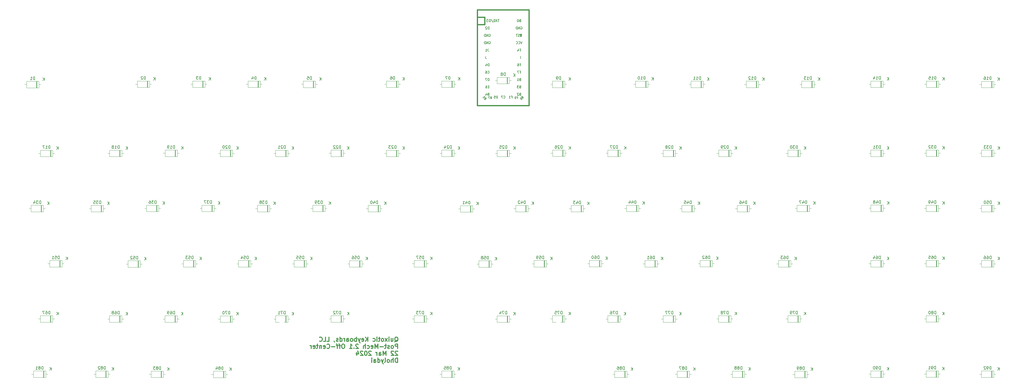
<source format=gbr>
G04 #@! TF.GenerationSoftware,KiCad,Pcbnew,8.0.0*
G04 #@! TF.CreationDate,2024-03-22T18:47:31-04:00*
G04 #@! TF.ProjectId,postmech2.1,706f7374-6d65-4636-9832-2e312e6b6963,2.1*
G04 #@! TF.SameCoordinates,Original*
G04 #@! TF.FileFunction,Legend,Bot*
G04 #@! TF.FilePolarity,Positive*
%FSLAX46Y46*%
G04 Gerber Fmt 4.6, Leading zero omitted, Abs format (unit mm)*
G04 Created by KiCad (PCBNEW 8.0.0) date 2024-03-22 18:47:31*
%MOMM*%
%LPD*%
G01*
G04 APERTURE LIST*
%ADD10C,0.300000*%
%ADD11C,0.150000*%
%ADD12C,0.381000*%
%ADD13C,0.120000*%
%ADD14R,1.752600X1.752600*%
%ADD15C,1.752600*%
%ADD16C,1.750000*%
%ADD17C,4.000000*%
%ADD18C,2.500000*%
%ADD19C,3.048000*%
%ADD20C,3.987800*%
%ADD21R,1.600000X1.600000*%
%ADD22O,1.600000X1.600000*%
G04 APERTURE END LIST*
D10*
X174695489Y-171998937D02*
X174838346Y-171927509D01*
X174838346Y-171927509D02*
X174981203Y-171784652D01*
X174981203Y-171784652D02*
X175195489Y-171570366D01*
X175195489Y-171570366D02*
X175338346Y-171498937D01*
X175338346Y-171498937D02*
X175481203Y-171498937D01*
X175409774Y-171856080D02*
X175552632Y-171784652D01*
X175552632Y-171784652D02*
X175695489Y-171641794D01*
X175695489Y-171641794D02*
X175766917Y-171356080D01*
X175766917Y-171356080D02*
X175766917Y-170856080D01*
X175766917Y-170856080D02*
X175695489Y-170570366D01*
X175695489Y-170570366D02*
X175552632Y-170427509D01*
X175552632Y-170427509D02*
X175409774Y-170356080D01*
X175409774Y-170356080D02*
X175124060Y-170356080D01*
X175124060Y-170356080D02*
X174981203Y-170427509D01*
X174981203Y-170427509D02*
X174838346Y-170570366D01*
X174838346Y-170570366D02*
X174766917Y-170856080D01*
X174766917Y-170856080D02*
X174766917Y-171356080D01*
X174766917Y-171356080D02*
X174838346Y-171641794D01*
X174838346Y-171641794D02*
X174981203Y-171784652D01*
X174981203Y-171784652D02*
X175124060Y-171856080D01*
X175124060Y-171856080D02*
X175409774Y-171856080D01*
X173481203Y-170856080D02*
X173481203Y-171856080D01*
X174124060Y-170856080D02*
X174124060Y-171641794D01*
X174124060Y-171641794D02*
X174052631Y-171784652D01*
X174052631Y-171784652D02*
X173909774Y-171856080D01*
X173909774Y-171856080D02*
X173695488Y-171856080D01*
X173695488Y-171856080D02*
X173552631Y-171784652D01*
X173552631Y-171784652D02*
X173481203Y-171713223D01*
X172766917Y-171856080D02*
X172766917Y-170856080D01*
X172766917Y-170356080D02*
X172838345Y-170427509D01*
X172838345Y-170427509D02*
X172766917Y-170498937D01*
X172766917Y-170498937D02*
X172695488Y-170427509D01*
X172695488Y-170427509D02*
X172766917Y-170356080D01*
X172766917Y-170356080D02*
X172766917Y-170498937D01*
X172195488Y-171856080D02*
X171409774Y-170856080D01*
X172195488Y-170856080D02*
X171409774Y-171856080D01*
X170624059Y-171856080D02*
X170766916Y-171784652D01*
X170766916Y-171784652D02*
X170838345Y-171713223D01*
X170838345Y-171713223D02*
X170909773Y-171570366D01*
X170909773Y-171570366D02*
X170909773Y-171141794D01*
X170909773Y-171141794D02*
X170838345Y-170998937D01*
X170838345Y-170998937D02*
X170766916Y-170927509D01*
X170766916Y-170927509D02*
X170624059Y-170856080D01*
X170624059Y-170856080D02*
X170409773Y-170856080D01*
X170409773Y-170856080D02*
X170266916Y-170927509D01*
X170266916Y-170927509D02*
X170195488Y-170998937D01*
X170195488Y-170998937D02*
X170124059Y-171141794D01*
X170124059Y-171141794D02*
X170124059Y-171570366D01*
X170124059Y-171570366D02*
X170195488Y-171713223D01*
X170195488Y-171713223D02*
X170266916Y-171784652D01*
X170266916Y-171784652D02*
X170409773Y-171856080D01*
X170409773Y-171856080D02*
X170624059Y-171856080D01*
X169695487Y-170856080D02*
X169124059Y-170856080D01*
X169481202Y-170356080D02*
X169481202Y-171641794D01*
X169481202Y-171641794D02*
X169409773Y-171784652D01*
X169409773Y-171784652D02*
X169266916Y-171856080D01*
X169266916Y-171856080D02*
X169124059Y-171856080D01*
X168624059Y-171856080D02*
X168624059Y-170856080D01*
X168624059Y-170356080D02*
X168695487Y-170427509D01*
X168695487Y-170427509D02*
X168624059Y-170498937D01*
X168624059Y-170498937D02*
X168552630Y-170427509D01*
X168552630Y-170427509D02*
X168624059Y-170356080D01*
X168624059Y-170356080D02*
X168624059Y-170498937D01*
X167266916Y-171784652D02*
X167409773Y-171856080D01*
X167409773Y-171856080D02*
X167695487Y-171856080D01*
X167695487Y-171856080D02*
X167838344Y-171784652D01*
X167838344Y-171784652D02*
X167909773Y-171713223D01*
X167909773Y-171713223D02*
X167981201Y-171570366D01*
X167981201Y-171570366D02*
X167981201Y-171141794D01*
X167981201Y-171141794D02*
X167909773Y-170998937D01*
X167909773Y-170998937D02*
X167838344Y-170927509D01*
X167838344Y-170927509D02*
X167695487Y-170856080D01*
X167695487Y-170856080D02*
X167409773Y-170856080D01*
X167409773Y-170856080D02*
X167266916Y-170927509D01*
X165481202Y-171856080D02*
X165481202Y-170356080D01*
X164624059Y-171856080D02*
X165266916Y-170998937D01*
X164624059Y-170356080D02*
X165481202Y-171213223D01*
X163409773Y-171784652D02*
X163552630Y-171856080D01*
X163552630Y-171856080D02*
X163838345Y-171856080D01*
X163838345Y-171856080D02*
X163981202Y-171784652D01*
X163981202Y-171784652D02*
X164052630Y-171641794D01*
X164052630Y-171641794D02*
X164052630Y-171070366D01*
X164052630Y-171070366D02*
X163981202Y-170927509D01*
X163981202Y-170927509D02*
X163838345Y-170856080D01*
X163838345Y-170856080D02*
X163552630Y-170856080D01*
X163552630Y-170856080D02*
X163409773Y-170927509D01*
X163409773Y-170927509D02*
X163338345Y-171070366D01*
X163338345Y-171070366D02*
X163338345Y-171213223D01*
X163338345Y-171213223D02*
X164052630Y-171356080D01*
X162838345Y-170856080D02*
X162481202Y-171856080D01*
X162124059Y-170856080D02*
X162481202Y-171856080D01*
X162481202Y-171856080D02*
X162624059Y-172213223D01*
X162624059Y-172213223D02*
X162695488Y-172284652D01*
X162695488Y-172284652D02*
X162838345Y-172356080D01*
X161552631Y-171856080D02*
X161552631Y-170356080D01*
X161552631Y-170927509D02*
X161409774Y-170856080D01*
X161409774Y-170856080D02*
X161124059Y-170856080D01*
X161124059Y-170856080D02*
X160981202Y-170927509D01*
X160981202Y-170927509D02*
X160909774Y-170998937D01*
X160909774Y-170998937D02*
X160838345Y-171141794D01*
X160838345Y-171141794D02*
X160838345Y-171570366D01*
X160838345Y-171570366D02*
X160909774Y-171713223D01*
X160909774Y-171713223D02*
X160981202Y-171784652D01*
X160981202Y-171784652D02*
X161124059Y-171856080D01*
X161124059Y-171856080D02*
X161409774Y-171856080D01*
X161409774Y-171856080D02*
X161552631Y-171784652D01*
X159981202Y-171856080D02*
X160124059Y-171784652D01*
X160124059Y-171784652D02*
X160195488Y-171713223D01*
X160195488Y-171713223D02*
X160266916Y-171570366D01*
X160266916Y-171570366D02*
X160266916Y-171141794D01*
X160266916Y-171141794D02*
X160195488Y-170998937D01*
X160195488Y-170998937D02*
X160124059Y-170927509D01*
X160124059Y-170927509D02*
X159981202Y-170856080D01*
X159981202Y-170856080D02*
X159766916Y-170856080D01*
X159766916Y-170856080D02*
X159624059Y-170927509D01*
X159624059Y-170927509D02*
X159552631Y-170998937D01*
X159552631Y-170998937D02*
X159481202Y-171141794D01*
X159481202Y-171141794D02*
X159481202Y-171570366D01*
X159481202Y-171570366D02*
X159552631Y-171713223D01*
X159552631Y-171713223D02*
X159624059Y-171784652D01*
X159624059Y-171784652D02*
X159766916Y-171856080D01*
X159766916Y-171856080D02*
X159981202Y-171856080D01*
X158195488Y-171856080D02*
X158195488Y-171070366D01*
X158195488Y-171070366D02*
X158266916Y-170927509D01*
X158266916Y-170927509D02*
X158409773Y-170856080D01*
X158409773Y-170856080D02*
X158695488Y-170856080D01*
X158695488Y-170856080D02*
X158838345Y-170927509D01*
X158195488Y-171784652D02*
X158338345Y-171856080D01*
X158338345Y-171856080D02*
X158695488Y-171856080D01*
X158695488Y-171856080D02*
X158838345Y-171784652D01*
X158838345Y-171784652D02*
X158909773Y-171641794D01*
X158909773Y-171641794D02*
X158909773Y-171498937D01*
X158909773Y-171498937D02*
X158838345Y-171356080D01*
X158838345Y-171356080D02*
X158695488Y-171284652D01*
X158695488Y-171284652D02*
X158338345Y-171284652D01*
X158338345Y-171284652D02*
X158195488Y-171213223D01*
X157481202Y-171856080D02*
X157481202Y-170856080D01*
X157481202Y-171141794D02*
X157409773Y-170998937D01*
X157409773Y-170998937D02*
X157338345Y-170927509D01*
X157338345Y-170927509D02*
X157195487Y-170856080D01*
X157195487Y-170856080D02*
X157052630Y-170856080D01*
X155909774Y-171856080D02*
X155909774Y-170356080D01*
X155909774Y-171784652D02*
X156052631Y-171856080D01*
X156052631Y-171856080D02*
X156338345Y-171856080D01*
X156338345Y-171856080D02*
X156481202Y-171784652D01*
X156481202Y-171784652D02*
X156552631Y-171713223D01*
X156552631Y-171713223D02*
X156624059Y-171570366D01*
X156624059Y-171570366D02*
X156624059Y-171141794D01*
X156624059Y-171141794D02*
X156552631Y-170998937D01*
X156552631Y-170998937D02*
X156481202Y-170927509D01*
X156481202Y-170927509D02*
X156338345Y-170856080D01*
X156338345Y-170856080D02*
X156052631Y-170856080D01*
X156052631Y-170856080D02*
X155909774Y-170927509D01*
X155266916Y-171784652D02*
X155124059Y-171856080D01*
X155124059Y-171856080D02*
X154838345Y-171856080D01*
X154838345Y-171856080D02*
X154695488Y-171784652D01*
X154695488Y-171784652D02*
X154624059Y-171641794D01*
X154624059Y-171641794D02*
X154624059Y-171570366D01*
X154624059Y-171570366D02*
X154695488Y-171427509D01*
X154695488Y-171427509D02*
X154838345Y-171356080D01*
X154838345Y-171356080D02*
X155052631Y-171356080D01*
X155052631Y-171356080D02*
X155195488Y-171284652D01*
X155195488Y-171284652D02*
X155266916Y-171141794D01*
X155266916Y-171141794D02*
X155266916Y-171070366D01*
X155266916Y-171070366D02*
X155195488Y-170927509D01*
X155195488Y-170927509D02*
X155052631Y-170856080D01*
X155052631Y-170856080D02*
X154838345Y-170856080D01*
X154838345Y-170856080D02*
X154695488Y-170927509D01*
X153909773Y-171784652D02*
X153909773Y-171856080D01*
X153909773Y-171856080D02*
X153981202Y-171998937D01*
X153981202Y-171998937D02*
X154052630Y-172070366D01*
X151409773Y-171856080D02*
X152124059Y-171856080D01*
X152124059Y-171856080D02*
X152124059Y-170356080D01*
X150195487Y-171856080D02*
X150909773Y-171856080D01*
X150909773Y-171856080D02*
X150909773Y-170356080D01*
X148838344Y-171713223D02*
X148909772Y-171784652D01*
X148909772Y-171784652D02*
X149124058Y-171856080D01*
X149124058Y-171856080D02*
X149266915Y-171856080D01*
X149266915Y-171856080D02*
X149481201Y-171784652D01*
X149481201Y-171784652D02*
X149624058Y-171641794D01*
X149624058Y-171641794D02*
X149695487Y-171498937D01*
X149695487Y-171498937D02*
X149766915Y-171213223D01*
X149766915Y-171213223D02*
X149766915Y-170998937D01*
X149766915Y-170998937D02*
X149695487Y-170713223D01*
X149695487Y-170713223D02*
X149624058Y-170570366D01*
X149624058Y-170570366D02*
X149481201Y-170427509D01*
X149481201Y-170427509D02*
X149266915Y-170356080D01*
X149266915Y-170356080D02*
X149124058Y-170356080D01*
X149124058Y-170356080D02*
X148909772Y-170427509D01*
X148909772Y-170427509D02*
X148838344Y-170498937D01*
X175695489Y-174270996D02*
X175695489Y-172770996D01*
X175695489Y-172770996D02*
X175124060Y-172770996D01*
X175124060Y-172770996D02*
X174981203Y-172842425D01*
X174981203Y-172842425D02*
X174909774Y-172913853D01*
X174909774Y-172913853D02*
X174838346Y-173056710D01*
X174838346Y-173056710D02*
X174838346Y-173270996D01*
X174838346Y-173270996D02*
X174909774Y-173413853D01*
X174909774Y-173413853D02*
X174981203Y-173485282D01*
X174981203Y-173485282D02*
X175124060Y-173556710D01*
X175124060Y-173556710D02*
X175695489Y-173556710D01*
X173981203Y-174270996D02*
X174124060Y-174199568D01*
X174124060Y-174199568D02*
X174195489Y-174128139D01*
X174195489Y-174128139D02*
X174266917Y-173985282D01*
X174266917Y-173985282D02*
X174266917Y-173556710D01*
X174266917Y-173556710D02*
X174195489Y-173413853D01*
X174195489Y-173413853D02*
X174124060Y-173342425D01*
X174124060Y-173342425D02*
X173981203Y-173270996D01*
X173981203Y-173270996D02*
X173766917Y-173270996D01*
X173766917Y-173270996D02*
X173624060Y-173342425D01*
X173624060Y-173342425D02*
X173552632Y-173413853D01*
X173552632Y-173413853D02*
X173481203Y-173556710D01*
X173481203Y-173556710D02*
X173481203Y-173985282D01*
X173481203Y-173985282D02*
X173552632Y-174128139D01*
X173552632Y-174128139D02*
X173624060Y-174199568D01*
X173624060Y-174199568D02*
X173766917Y-174270996D01*
X173766917Y-174270996D02*
X173981203Y-174270996D01*
X172909774Y-174199568D02*
X172766917Y-174270996D01*
X172766917Y-174270996D02*
X172481203Y-174270996D01*
X172481203Y-174270996D02*
X172338346Y-174199568D01*
X172338346Y-174199568D02*
X172266917Y-174056710D01*
X172266917Y-174056710D02*
X172266917Y-173985282D01*
X172266917Y-173985282D02*
X172338346Y-173842425D01*
X172338346Y-173842425D02*
X172481203Y-173770996D01*
X172481203Y-173770996D02*
X172695489Y-173770996D01*
X172695489Y-173770996D02*
X172838346Y-173699568D01*
X172838346Y-173699568D02*
X172909774Y-173556710D01*
X172909774Y-173556710D02*
X172909774Y-173485282D01*
X172909774Y-173485282D02*
X172838346Y-173342425D01*
X172838346Y-173342425D02*
X172695489Y-173270996D01*
X172695489Y-173270996D02*
X172481203Y-173270996D01*
X172481203Y-173270996D02*
X172338346Y-173342425D01*
X171838345Y-173270996D02*
X171266917Y-173270996D01*
X171624060Y-172770996D02*
X171624060Y-174056710D01*
X171624060Y-174056710D02*
X171552631Y-174199568D01*
X171552631Y-174199568D02*
X171409774Y-174270996D01*
X171409774Y-174270996D02*
X171266917Y-174270996D01*
X170766917Y-173699568D02*
X169624060Y-173699568D01*
X168909774Y-174270996D02*
X168909774Y-172770996D01*
X168909774Y-172770996D02*
X168409774Y-173842425D01*
X168409774Y-173842425D02*
X167909774Y-172770996D01*
X167909774Y-172770996D02*
X167909774Y-174270996D01*
X166624059Y-174199568D02*
X166766916Y-174270996D01*
X166766916Y-174270996D02*
X167052631Y-174270996D01*
X167052631Y-174270996D02*
X167195488Y-174199568D01*
X167195488Y-174199568D02*
X167266916Y-174056710D01*
X167266916Y-174056710D02*
X167266916Y-173485282D01*
X167266916Y-173485282D02*
X167195488Y-173342425D01*
X167195488Y-173342425D02*
X167052631Y-173270996D01*
X167052631Y-173270996D02*
X166766916Y-173270996D01*
X166766916Y-173270996D02*
X166624059Y-173342425D01*
X166624059Y-173342425D02*
X166552631Y-173485282D01*
X166552631Y-173485282D02*
X166552631Y-173628139D01*
X166552631Y-173628139D02*
X167266916Y-173770996D01*
X165266917Y-174199568D02*
X165409774Y-174270996D01*
X165409774Y-174270996D02*
X165695488Y-174270996D01*
X165695488Y-174270996D02*
X165838345Y-174199568D01*
X165838345Y-174199568D02*
X165909774Y-174128139D01*
X165909774Y-174128139D02*
X165981202Y-173985282D01*
X165981202Y-173985282D02*
X165981202Y-173556710D01*
X165981202Y-173556710D02*
X165909774Y-173413853D01*
X165909774Y-173413853D02*
X165838345Y-173342425D01*
X165838345Y-173342425D02*
X165695488Y-173270996D01*
X165695488Y-173270996D02*
X165409774Y-173270996D01*
X165409774Y-173270996D02*
X165266917Y-173342425D01*
X164624060Y-174270996D02*
X164624060Y-172770996D01*
X163981203Y-174270996D02*
X163981203Y-173485282D01*
X163981203Y-173485282D02*
X164052631Y-173342425D01*
X164052631Y-173342425D02*
X164195488Y-173270996D01*
X164195488Y-173270996D02*
X164409774Y-173270996D01*
X164409774Y-173270996D02*
X164552631Y-173342425D01*
X164552631Y-173342425D02*
X164624060Y-173413853D01*
X162195488Y-172913853D02*
X162124060Y-172842425D01*
X162124060Y-172842425D02*
X161981203Y-172770996D01*
X161981203Y-172770996D02*
X161624060Y-172770996D01*
X161624060Y-172770996D02*
X161481203Y-172842425D01*
X161481203Y-172842425D02*
X161409774Y-172913853D01*
X161409774Y-172913853D02*
X161338345Y-173056710D01*
X161338345Y-173056710D02*
X161338345Y-173199568D01*
X161338345Y-173199568D02*
X161409774Y-173413853D01*
X161409774Y-173413853D02*
X162266917Y-174270996D01*
X162266917Y-174270996D02*
X161338345Y-174270996D01*
X160695489Y-174128139D02*
X160624060Y-174199568D01*
X160624060Y-174199568D02*
X160695489Y-174270996D01*
X160695489Y-174270996D02*
X160766917Y-174199568D01*
X160766917Y-174199568D02*
X160695489Y-174128139D01*
X160695489Y-174128139D02*
X160695489Y-174270996D01*
X159195488Y-174270996D02*
X160052631Y-174270996D01*
X159624060Y-174270996D02*
X159624060Y-172770996D01*
X159624060Y-172770996D02*
X159766917Y-172985282D01*
X159766917Y-172985282D02*
X159909774Y-173128139D01*
X159909774Y-173128139D02*
X160052631Y-173199568D01*
X157124060Y-172770996D02*
X156838346Y-172770996D01*
X156838346Y-172770996D02*
X156695489Y-172842425D01*
X156695489Y-172842425D02*
X156552632Y-172985282D01*
X156552632Y-172985282D02*
X156481203Y-173270996D01*
X156481203Y-173270996D02*
X156481203Y-173770996D01*
X156481203Y-173770996D02*
X156552632Y-174056710D01*
X156552632Y-174056710D02*
X156695489Y-174199568D01*
X156695489Y-174199568D02*
X156838346Y-174270996D01*
X156838346Y-174270996D02*
X157124060Y-174270996D01*
X157124060Y-174270996D02*
X157266918Y-174199568D01*
X157266918Y-174199568D02*
X157409775Y-174056710D01*
X157409775Y-174056710D02*
X157481203Y-173770996D01*
X157481203Y-173770996D02*
X157481203Y-173270996D01*
X157481203Y-173270996D02*
X157409775Y-172985282D01*
X157409775Y-172985282D02*
X157266918Y-172842425D01*
X157266918Y-172842425D02*
X157124060Y-172770996D01*
X156052631Y-173270996D02*
X155481203Y-173270996D01*
X155838346Y-174270996D02*
X155838346Y-172985282D01*
X155838346Y-172985282D02*
X155766917Y-172842425D01*
X155766917Y-172842425D02*
X155624060Y-172770996D01*
X155624060Y-172770996D02*
X155481203Y-172770996D01*
X155195488Y-173270996D02*
X154624060Y-173270996D01*
X154981203Y-174270996D02*
X154981203Y-172985282D01*
X154981203Y-172985282D02*
X154909774Y-172842425D01*
X154909774Y-172842425D02*
X154766917Y-172770996D01*
X154766917Y-172770996D02*
X154624060Y-172770996D01*
X154124060Y-173699568D02*
X152981203Y-173699568D01*
X151409774Y-174128139D02*
X151481202Y-174199568D01*
X151481202Y-174199568D02*
X151695488Y-174270996D01*
X151695488Y-174270996D02*
X151838345Y-174270996D01*
X151838345Y-174270996D02*
X152052631Y-174199568D01*
X152052631Y-174199568D02*
X152195488Y-174056710D01*
X152195488Y-174056710D02*
X152266917Y-173913853D01*
X152266917Y-173913853D02*
X152338345Y-173628139D01*
X152338345Y-173628139D02*
X152338345Y-173413853D01*
X152338345Y-173413853D02*
X152266917Y-173128139D01*
X152266917Y-173128139D02*
X152195488Y-172985282D01*
X152195488Y-172985282D02*
X152052631Y-172842425D01*
X152052631Y-172842425D02*
X151838345Y-172770996D01*
X151838345Y-172770996D02*
X151695488Y-172770996D01*
X151695488Y-172770996D02*
X151481202Y-172842425D01*
X151481202Y-172842425D02*
X151409774Y-172913853D01*
X150195488Y-174199568D02*
X150338345Y-174270996D01*
X150338345Y-174270996D02*
X150624060Y-174270996D01*
X150624060Y-174270996D02*
X150766917Y-174199568D01*
X150766917Y-174199568D02*
X150838345Y-174056710D01*
X150838345Y-174056710D02*
X150838345Y-173485282D01*
X150838345Y-173485282D02*
X150766917Y-173342425D01*
X150766917Y-173342425D02*
X150624060Y-173270996D01*
X150624060Y-173270996D02*
X150338345Y-173270996D01*
X150338345Y-173270996D02*
X150195488Y-173342425D01*
X150195488Y-173342425D02*
X150124060Y-173485282D01*
X150124060Y-173485282D02*
X150124060Y-173628139D01*
X150124060Y-173628139D02*
X150838345Y-173770996D01*
X149481203Y-173270996D02*
X149481203Y-174270996D01*
X149481203Y-173413853D02*
X149409774Y-173342425D01*
X149409774Y-173342425D02*
X149266917Y-173270996D01*
X149266917Y-173270996D02*
X149052631Y-173270996D01*
X149052631Y-173270996D02*
X148909774Y-173342425D01*
X148909774Y-173342425D02*
X148838346Y-173485282D01*
X148838346Y-173485282D02*
X148838346Y-174270996D01*
X148338345Y-173270996D02*
X147766917Y-173270996D01*
X148124060Y-172770996D02*
X148124060Y-174056710D01*
X148124060Y-174056710D02*
X148052631Y-174199568D01*
X148052631Y-174199568D02*
X147909774Y-174270996D01*
X147909774Y-174270996D02*
X147766917Y-174270996D01*
X146695488Y-174199568D02*
X146838345Y-174270996D01*
X146838345Y-174270996D02*
X147124060Y-174270996D01*
X147124060Y-174270996D02*
X147266917Y-174199568D01*
X147266917Y-174199568D02*
X147338345Y-174056710D01*
X147338345Y-174056710D02*
X147338345Y-173485282D01*
X147338345Y-173485282D02*
X147266917Y-173342425D01*
X147266917Y-173342425D02*
X147124060Y-173270996D01*
X147124060Y-173270996D02*
X146838345Y-173270996D01*
X146838345Y-173270996D02*
X146695488Y-173342425D01*
X146695488Y-173342425D02*
X146624060Y-173485282D01*
X146624060Y-173485282D02*
X146624060Y-173628139D01*
X146624060Y-173628139D02*
X147338345Y-173770996D01*
X145981203Y-174270996D02*
X145981203Y-173270996D01*
X145981203Y-173556710D02*
X145909774Y-173413853D01*
X145909774Y-173413853D02*
X145838346Y-173342425D01*
X145838346Y-173342425D02*
X145695488Y-173270996D01*
X145695488Y-173270996D02*
X145552631Y-173270996D01*
X175766917Y-175328769D02*
X175695489Y-175257341D01*
X175695489Y-175257341D02*
X175552632Y-175185912D01*
X175552632Y-175185912D02*
X175195489Y-175185912D01*
X175195489Y-175185912D02*
X175052632Y-175257341D01*
X175052632Y-175257341D02*
X174981203Y-175328769D01*
X174981203Y-175328769D02*
X174909774Y-175471626D01*
X174909774Y-175471626D02*
X174909774Y-175614484D01*
X174909774Y-175614484D02*
X174981203Y-175828769D01*
X174981203Y-175828769D02*
X175838346Y-176685912D01*
X175838346Y-176685912D02*
X174909774Y-176685912D01*
X174338346Y-175328769D02*
X174266918Y-175257341D01*
X174266918Y-175257341D02*
X174124061Y-175185912D01*
X174124061Y-175185912D02*
X173766918Y-175185912D01*
X173766918Y-175185912D02*
X173624061Y-175257341D01*
X173624061Y-175257341D02*
X173552632Y-175328769D01*
X173552632Y-175328769D02*
X173481203Y-175471626D01*
X173481203Y-175471626D02*
X173481203Y-175614484D01*
X173481203Y-175614484D02*
X173552632Y-175828769D01*
X173552632Y-175828769D02*
X174409775Y-176685912D01*
X174409775Y-176685912D02*
X173481203Y-176685912D01*
X171695490Y-176685912D02*
X171695490Y-175185912D01*
X171695490Y-175185912D02*
X171195490Y-176257341D01*
X171195490Y-176257341D02*
X170695490Y-175185912D01*
X170695490Y-175185912D02*
X170695490Y-176685912D01*
X169338347Y-176685912D02*
X169338347Y-175900198D01*
X169338347Y-175900198D02*
X169409775Y-175757341D01*
X169409775Y-175757341D02*
X169552632Y-175685912D01*
X169552632Y-175685912D02*
X169838347Y-175685912D01*
X169838347Y-175685912D02*
X169981204Y-175757341D01*
X169338347Y-176614484D02*
X169481204Y-176685912D01*
X169481204Y-176685912D02*
X169838347Y-176685912D01*
X169838347Y-176685912D02*
X169981204Y-176614484D01*
X169981204Y-176614484D02*
X170052632Y-176471626D01*
X170052632Y-176471626D02*
X170052632Y-176328769D01*
X170052632Y-176328769D02*
X169981204Y-176185912D01*
X169981204Y-176185912D02*
X169838347Y-176114484D01*
X169838347Y-176114484D02*
X169481204Y-176114484D01*
X169481204Y-176114484D02*
X169338347Y-176043055D01*
X168624061Y-176685912D02*
X168624061Y-175685912D01*
X168624061Y-175971626D02*
X168552632Y-175828769D01*
X168552632Y-175828769D02*
X168481204Y-175757341D01*
X168481204Y-175757341D02*
X168338346Y-175685912D01*
X168338346Y-175685912D02*
X168195489Y-175685912D01*
X166624061Y-175328769D02*
X166552633Y-175257341D01*
X166552633Y-175257341D02*
X166409776Y-175185912D01*
X166409776Y-175185912D02*
X166052633Y-175185912D01*
X166052633Y-175185912D02*
X165909776Y-175257341D01*
X165909776Y-175257341D02*
X165838347Y-175328769D01*
X165838347Y-175328769D02*
X165766918Y-175471626D01*
X165766918Y-175471626D02*
X165766918Y-175614484D01*
X165766918Y-175614484D02*
X165838347Y-175828769D01*
X165838347Y-175828769D02*
X166695490Y-176685912D01*
X166695490Y-176685912D02*
X165766918Y-176685912D01*
X164838347Y-175185912D02*
X164695490Y-175185912D01*
X164695490Y-175185912D02*
X164552633Y-175257341D01*
X164552633Y-175257341D02*
X164481205Y-175328769D01*
X164481205Y-175328769D02*
X164409776Y-175471626D01*
X164409776Y-175471626D02*
X164338347Y-175757341D01*
X164338347Y-175757341D02*
X164338347Y-176114484D01*
X164338347Y-176114484D02*
X164409776Y-176400198D01*
X164409776Y-176400198D02*
X164481205Y-176543055D01*
X164481205Y-176543055D02*
X164552633Y-176614484D01*
X164552633Y-176614484D02*
X164695490Y-176685912D01*
X164695490Y-176685912D02*
X164838347Y-176685912D01*
X164838347Y-176685912D02*
X164981205Y-176614484D01*
X164981205Y-176614484D02*
X165052633Y-176543055D01*
X165052633Y-176543055D02*
X165124062Y-176400198D01*
X165124062Y-176400198D02*
X165195490Y-176114484D01*
X165195490Y-176114484D02*
X165195490Y-175757341D01*
X165195490Y-175757341D02*
X165124062Y-175471626D01*
X165124062Y-175471626D02*
X165052633Y-175328769D01*
X165052633Y-175328769D02*
X164981205Y-175257341D01*
X164981205Y-175257341D02*
X164838347Y-175185912D01*
X163766919Y-175328769D02*
X163695491Y-175257341D01*
X163695491Y-175257341D02*
X163552634Y-175185912D01*
X163552634Y-175185912D02*
X163195491Y-175185912D01*
X163195491Y-175185912D02*
X163052634Y-175257341D01*
X163052634Y-175257341D02*
X162981205Y-175328769D01*
X162981205Y-175328769D02*
X162909776Y-175471626D01*
X162909776Y-175471626D02*
X162909776Y-175614484D01*
X162909776Y-175614484D02*
X162981205Y-175828769D01*
X162981205Y-175828769D02*
X163838348Y-176685912D01*
X163838348Y-176685912D02*
X162909776Y-176685912D01*
X161624063Y-175685912D02*
X161624063Y-176685912D01*
X161981205Y-175114484D02*
X162338348Y-176185912D01*
X162338348Y-176185912D02*
X161409777Y-176185912D01*
X175695489Y-179100828D02*
X175695489Y-177600828D01*
X175695489Y-177600828D02*
X175338346Y-177600828D01*
X175338346Y-177600828D02*
X175124060Y-177672257D01*
X175124060Y-177672257D02*
X174981203Y-177815114D01*
X174981203Y-177815114D02*
X174909774Y-177957971D01*
X174909774Y-177957971D02*
X174838346Y-178243685D01*
X174838346Y-178243685D02*
X174838346Y-178457971D01*
X174838346Y-178457971D02*
X174909774Y-178743685D01*
X174909774Y-178743685D02*
X174981203Y-178886542D01*
X174981203Y-178886542D02*
X175124060Y-179029400D01*
X175124060Y-179029400D02*
X175338346Y-179100828D01*
X175338346Y-179100828D02*
X175695489Y-179100828D01*
X174195489Y-179100828D02*
X174195489Y-177600828D01*
X173552632Y-179100828D02*
X173552632Y-178315114D01*
X173552632Y-178315114D02*
X173624060Y-178172257D01*
X173624060Y-178172257D02*
X173766917Y-178100828D01*
X173766917Y-178100828D02*
X173981203Y-178100828D01*
X173981203Y-178100828D02*
X174124060Y-178172257D01*
X174124060Y-178172257D02*
X174195489Y-178243685D01*
X172624060Y-179100828D02*
X172766917Y-179029400D01*
X172766917Y-179029400D02*
X172838346Y-178957971D01*
X172838346Y-178957971D02*
X172909774Y-178815114D01*
X172909774Y-178815114D02*
X172909774Y-178386542D01*
X172909774Y-178386542D02*
X172838346Y-178243685D01*
X172838346Y-178243685D02*
X172766917Y-178172257D01*
X172766917Y-178172257D02*
X172624060Y-178100828D01*
X172624060Y-178100828D02*
X172409774Y-178100828D01*
X172409774Y-178100828D02*
X172266917Y-178172257D01*
X172266917Y-178172257D02*
X172195489Y-178243685D01*
X172195489Y-178243685D02*
X172124060Y-178386542D01*
X172124060Y-178386542D02*
X172124060Y-178815114D01*
X172124060Y-178815114D02*
X172195489Y-178957971D01*
X172195489Y-178957971D02*
X172266917Y-179029400D01*
X172266917Y-179029400D02*
X172409774Y-179100828D01*
X172409774Y-179100828D02*
X172624060Y-179100828D01*
X171266917Y-179100828D02*
X171409774Y-179029400D01*
X171409774Y-179029400D02*
X171481203Y-178886542D01*
X171481203Y-178886542D02*
X171481203Y-177600828D01*
X170838346Y-178100828D02*
X170481203Y-179100828D01*
X170124060Y-178100828D02*
X170481203Y-179100828D01*
X170481203Y-179100828D02*
X170624060Y-179457971D01*
X170624060Y-179457971D02*
X170695489Y-179529400D01*
X170695489Y-179529400D02*
X170838346Y-179600828D01*
X168909775Y-179100828D02*
X168909775Y-177600828D01*
X168909775Y-179029400D02*
X169052632Y-179100828D01*
X169052632Y-179100828D02*
X169338346Y-179100828D01*
X169338346Y-179100828D02*
X169481203Y-179029400D01*
X169481203Y-179029400D02*
X169552632Y-178957971D01*
X169552632Y-178957971D02*
X169624060Y-178815114D01*
X169624060Y-178815114D02*
X169624060Y-178386542D01*
X169624060Y-178386542D02*
X169552632Y-178243685D01*
X169552632Y-178243685D02*
X169481203Y-178172257D01*
X169481203Y-178172257D02*
X169338346Y-178100828D01*
X169338346Y-178100828D02*
X169052632Y-178100828D01*
X169052632Y-178100828D02*
X168909775Y-178172257D01*
X167552632Y-179100828D02*
X167552632Y-178315114D01*
X167552632Y-178315114D02*
X167624060Y-178172257D01*
X167624060Y-178172257D02*
X167766917Y-178100828D01*
X167766917Y-178100828D02*
X168052632Y-178100828D01*
X168052632Y-178100828D02*
X168195489Y-178172257D01*
X167552632Y-179029400D02*
X167695489Y-179100828D01*
X167695489Y-179100828D02*
X168052632Y-179100828D01*
X168052632Y-179100828D02*
X168195489Y-179029400D01*
X168195489Y-179029400D02*
X168266917Y-178886542D01*
X168266917Y-178886542D02*
X168266917Y-178743685D01*
X168266917Y-178743685D02*
X168195489Y-178600828D01*
X168195489Y-178600828D02*
X168052632Y-178529400D01*
X168052632Y-178529400D02*
X167695489Y-178529400D01*
X167695489Y-178529400D02*
X167552632Y-178457971D01*
X166838346Y-179100828D02*
X166838346Y-178100828D01*
X166838346Y-177600828D02*
X166909774Y-177672257D01*
X166909774Y-177672257D02*
X166838346Y-177743685D01*
X166838346Y-177743685D02*
X166766917Y-177672257D01*
X166766917Y-177672257D02*
X166838346Y-177600828D01*
X166838346Y-177600828D02*
X166838346Y-177743685D01*
D11*
X217797666Y-71328247D02*
X218064332Y-71328247D01*
X218064332Y-71747295D02*
X218064332Y-70947295D01*
X218064332Y-70947295D02*
X217683380Y-70947295D01*
X217035761Y-71213961D02*
X217035761Y-71747295D01*
X217226237Y-70909200D02*
X217416714Y-71480628D01*
X217416714Y-71480628D02*
X216921475Y-71480628D01*
X217854809Y-86568247D02*
X217740523Y-86606342D01*
X217740523Y-86606342D02*
X217702428Y-86644438D01*
X217702428Y-86644438D02*
X217664332Y-86720628D01*
X217664332Y-86720628D02*
X217664332Y-86834914D01*
X217664332Y-86834914D02*
X217702428Y-86911104D01*
X217702428Y-86911104D02*
X217740523Y-86949200D01*
X217740523Y-86949200D02*
X217816713Y-86987295D01*
X217816713Y-86987295D02*
X218121475Y-86987295D01*
X218121475Y-86987295D02*
X218121475Y-86187295D01*
X218121475Y-86187295D02*
X217854809Y-86187295D01*
X217854809Y-86187295D02*
X217778618Y-86225390D01*
X217778618Y-86225390D02*
X217740523Y-86263485D01*
X217740523Y-86263485D02*
X217702428Y-86339676D01*
X217702428Y-86339676D02*
X217702428Y-86415866D01*
X217702428Y-86415866D02*
X217740523Y-86492057D01*
X217740523Y-86492057D02*
X217778618Y-86530152D01*
X217778618Y-86530152D02*
X217854809Y-86568247D01*
X217854809Y-86568247D02*
X218121475Y-86568247D01*
X217359571Y-86263485D02*
X217321475Y-86225390D01*
X217321475Y-86225390D02*
X217245285Y-86187295D01*
X217245285Y-86187295D02*
X217054809Y-86187295D01*
X217054809Y-86187295D02*
X216978618Y-86225390D01*
X216978618Y-86225390D02*
X216940523Y-86263485D01*
X216940523Y-86263485D02*
X216902428Y-86339676D01*
X216902428Y-86339676D02*
X216902428Y-86415866D01*
X216902428Y-86415866D02*
X216940523Y-86530152D01*
X216940523Y-86530152D02*
X217397666Y-86987295D01*
X217397666Y-86987295D02*
X216902428Y-86987295D01*
X214876666Y-87538247D02*
X215143332Y-87538247D01*
X215143332Y-87957295D02*
X215143332Y-87157295D01*
X215143332Y-87157295D02*
X214762380Y-87157295D01*
X214038571Y-87957295D02*
X214495714Y-87957295D01*
X214267142Y-87957295D02*
X214267142Y-87157295D01*
X214267142Y-87157295D02*
X214343333Y-87271580D01*
X214343333Y-87271580D02*
X214419523Y-87347771D01*
X214419523Y-87347771D02*
X214495714Y-87385866D01*
X210688604Y-60787295D02*
X210231461Y-60787295D01*
X210460033Y-61587295D02*
X210460033Y-60787295D01*
X210040985Y-60787295D02*
X209507651Y-61587295D01*
X209507651Y-60787295D02*
X210040985Y-61587295D01*
X209050508Y-60787295D02*
X208974318Y-60787295D01*
X208974318Y-60787295D02*
X208898127Y-60825390D01*
X208898127Y-60825390D02*
X208860032Y-60863485D01*
X208860032Y-60863485D02*
X208821937Y-60939676D01*
X208821937Y-60939676D02*
X208783842Y-61092057D01*
X208783842Y-61092057D02*
X208783842Y-61282533D01*
X208783842Y-61282533D02*
X208821937Y-61434914D01*
X208821937Y-61434914D02*
X208860032Y-61511104D01*
X208860032Y-61511104D02*
X208898127Y-61549200D01*
X208898127Y-61549200D02*
X208974318Y-61587295D01*
X208974318Y-61587295D02*
X209050508Y-61587295D01*
X209050508Y-61587295D02*
X209126699Y-61549200D01*
X209126699Y-61549200D02*
X209164794Y-61511104D01*
X209164794Y-61511104D02*
X209202889Y-61434914D01*
X209202889Y-61434914D02*
X209240985Y-61282533D01*
X209240985Y-61282533D02*
X209240985Y-61092057D01*
X209240985Y-61092057D02*
X209202889Y-60939676D01*
X209202889Y-60939676D02*
X209164794Y-60863485D01*
X209164794Y-60863485D02*
X209126699Y-60825390D01*
X209126699Y-60825390D02*
X209050508Y-60787295D01*
X207869556Y-60749200D02*
X208555270Y-61777771D01*
X207602889Y-61587295D02*
X207602889Y-60787295D01*
X207602889Y-60787295D02*
X207412413Y-60787295D01*
X207412413Y-60787295D02*
X207298127Y-60825390D01*
X207298127Y-60825390D02*
X207221937Y-60901580D01*
X207221937Y-60901580D02*
X207183842Y-60977771D01*
X207183842Y-60977771D02*
X207145746Y-61130152D01*
X207145746Y-61130152D02*
X207145746Y-61244438D01*
X207145746Y-61244438D02*
X207183842Y-61396819D01*
X207183842Y-61396819D02*
X207221937Y-61473009D01*
X207221937Y-61473009D02*
X207298127Y-61549200D01*
X207298127Y-61549200D02*
X207412413Y-61587295D01*
X207412413Y-61587295D02*
X207602889Y-61587295D01*
X206879080Y-60787295D02*
X206383842Y-60787295D01*
X206383842Y-60787295D02*
X206650508Y-61092057D01*
X206650508Y-61092057D02*
X206536223Y-61092057D01*
X206536223Y-61092057D02*
X206460032Y-61130152D01*
X206460032Y-61130152D02*
X206421937Y-61168247D01*
X206421937Y-61168247D02*
X206383842Y-61244438D01*
X206383842Y-61244438D02*
X206383842Y-61434914D01*
X206383842Y-61434914D02*
X206421937Y-61511104D01*
X206421937Y-61511104D02*
X206460032Y-61549200D01*
X206460032Y-61549200D02*
X206536223Y-61587295D01*
X206536223Y-61587295D02*
X206764794Y-61587295D01*
X206764794Y-61587295D02*
X206840985Y-61549200D01*
X206840985Y-61549200D02*
X206879080Y-61511104D01*
X217854809Y-84028247D02*
X217740523Y-84066342D01*
X217740523Y-84066342D02*
X217702428Y-84104438D01*
X217702428Y-84104438D02*
X217664332Y-84180628D01*
X217664332Y-84180628D02*
X217664332Y-84294914D01*
X217664332Y-84294914D02*
X217702428Y-84371104D01*
X217702428Y-84371104D02*
X217740523Y-84409200D01*
X217740523Y-84409200D02*
X217816713Y-84447295D01*
X217816713Y-84447295D02*
X218121475Y-84447295D01*
X218121475Y-84447295D02*
X218121475Y-83647295D01*
X218121475Y-83647295D02*
X217854809Y-83647295D01*
X217854809Y-83647295D02*
X217778618Y-83685390D01*
X217778618Y-83685390D02*
X217740523Y-83723485D01*
X217740523Y-83723485D02*
X217702428Y-83799676D01*
X217702428Y-83799676D02*
X217702428Y-83875866D01*
X217702428Y-83875866D02*
X217740523Y-83952057D01*
X217740523Y-83952057D02*
X217778618Y-83990152D01*
X217778618Y-83990152D02*
X217854809Y-84028247D01*
X217854809Y-84028247D02*
X218121475Y-84028247D01*
X217397666Y-83647295D02*
X216902428Y-83647295D01*
X216902428Y-83647295D02*
X217169094Y-83952057D01*
X217169094Y-83952057D02*
X217054809Y-83952057D01*
X217054809Y-83952057D02*
X216978618Y-83990152D01*
X216978618Y-83990152D02*
X216940523Y-84028247D01*
X216940523Y-84028247D02*
X216902428Y-84104438D01*
X216902428Y-84104438D02*
X216902428Y-84294914D01*
X216902428Y-84294914D02*
X216940523Y-84371104D01*
X216940523Y-84371104D02*
X216978618Y-84409200D01*
X216978618Y-84409200D02*
X217054809Y-84447295D01*
X217054809Y-84447295D02*
X217283380Y-84447295D01*
X217283380Y-84447295D02*
X217359571Y-84409200D01*
X217359571Y-84409200D02*
X217397666Y-84371104D01*
X218597666Y-68407295D02*
X218330999Y-69207295D01*
X218330999Y-69207295D02*
X218064333Y-68407295D01*
X217340523Y-69131104D02*
X217378619Y-69169200D01*
X217378619Y-69169200D02*
X217492904Y-69207295D01*
X217492904Y-69207295D02*
X217569095Y-69207295D01*
X217569095Y-69207295D02*
X217683381Y-69169200D01*
X217683381Y-69169200D02*
X217759571Y-69093009D01*
X217759571Y-69093009D02*
X217797666Y-69016819D01*
X217797666Y-69016819D02*
X217835762Y-68864438D01*
X217835762Y-68864438D02*
X217835762Y-68750152D01*
X217835762Y-68750152D02*
X217797666Y-68597771D01*
X217797666Y-68597771D02*
X217759571Y-68521580D01*
X217759571Y-68521580D02*
X217683381Y-68445390D01*
X217683381Y-68445390D02*
X217569095Y-68407295D01*
X217569095Y-68407295D02*
X217492904Y-68407295D01*
X217492904Y-68407295D02*
X217378619Y-68445390D01*
X217378619Y-68445390D02*
X217340523Y-68483485D01*
X216540523Y-69131104D02*
X216578619Y-69169200D01*
X216578619Y-69169200D02*
X216692904Y-69207295D01*
X216692904Y-69207295D02*
X216769095Y-69207295D01*
X216769095Y-69207295D02*
X216883381Y-69169200D01*
X216883381Y-69169200D02*
X216959571Y-69093009D01*
X216959571Y-69093009D02*
X216997666Y-69016819D01*
X216997666Y-69016819D02*
X217035762Y-68864438D01*
X217035762Y-68864438D02*
X217035762Y-68750152D01*
X217035762Y-68750152D02*
X216997666Y-68597771D01*
X216997666Y-68597771D02*
X216959571Y-68521580D01*
X216959571Y-68521580D02*
X216883381Y-68445390D01*
X216883381Y-68445390D02*
X216769095Y-68407295D01*
X216769095Y-68407295D02*
X216692904Y-68407295D01*
X216692904Y-68407295D02*
X216578619Y-68445390D01*
X216578619Y-68445390D02*
X216540523Y-68483485D01*
X207853333Y-87744366D02*
X207753333Y-87777700D01*
X207753333Y-87777700D02*
X207719999Y-87811033D01*
X207719999Y-87811033D02*
X207686666Y-87877700D01*
X207686666Y-87877700D02*
X207686666Y-87977700D01*
X207686666Y-87977700D02*
X207719999Y-88044366D01*
X207719999Y-88044366D02*
X207753333Y-88077700D01*
X207753333Y-88077700D02*
X207819999Y-88111033D01*
X207819999Y-88111033D02*
X208086666Y-88111033D01*
X208086666Y-88111033D02*
X208086666Y-87411033D01*
X208086666Y-87411033D02*
X207853333Y-87411033D01*
X207853333Y-87411033D02*
X207786666Y-87444366D01*
X207786666Y-87444366D02*
X207753333Y-87477700D01*
X207753333Y-87477700D02*
X207719999Y-87544366D01*
X207719999Y-87544366D02*
X207719999Y-87611033D01*
X207719999Y-87611033D02*
X207753333Y-87677700D01*
X207753333Y-87677700D02*
X207786666Y-87711033D01*
X207786666Y-87711033D02*
X207853333Y-87744366D01*
X207853333Y-87744366D02*
X208086666Y-87744366D01*
X207453333Y-87411033D02*
X206986666Y-87411033D01*
X206986666Y-87411033D02*
X207286666Y-88111033D01*
X210120475Y-87957295D02*
X210120475Y-87157295D01*
X210120475Y-87157295D02*
X209929999Y-87157295D01*
X209929999Y-87157295D02*
X209815713Y-87195390D01*
X209815713Y-87195390D02*
X209739523Y-87271580D01*
X209739523Y-87271580D02*
X209701428Y-87347771D01*
X209701428Y-87347771D02*
X209663332Y-87500152D01*
X209663332Y-87500152D02*
X209663332Y-87614438D01*
X209663332Y-87614438D02*
X209701428Y-87766819D01*
X209701428Y-87766819D02*
X209739523Y-87843009D01*
X209739523Y-87843009D02*
X209815713Y-87919200D01*
X209815713Y-87919200D02*
X209929999Y-87957295D01*
X209929999Y-87957295D02*
X210120475Y-87957295D01*
X208939523Y-87157295D02*
X209320475Y-87157295D01*
X209320475Y-87157295D02*
X209358571Y-87538247D01*
X209358571Y-87538247D02*
X209320475Y-87500152D01*
X209320475Y-87500152D02*
X209244285Y-87462057D01*
X209244285Y-87462057D02*
X209053809Y-87462057D01*
X209053809Y-87462057D02*
X208977618Y-87500152D01*
X208977618Y-87500152D02*
X208939523Y-87538247D01*
X208939523Y-87538247D02*
X208901428Y-87614438D01*
X208901428Y-87614438D02*
X208901428Y-87804914D01*
X208901428Y-87804914D02*
X208939523Y-87881104D01*
X208939523Y-87881104D02*
X208977618Y-87919200D01*
X208977618Y-87919200D02*
X209053809Y-87957295D01*
X209053809Y-87957295D02*
X209244285Y-87957295D01*
X209244285Y-87957295D02*
X209320475Y-87919200D01*
X209320475Y-87919200D02*
X209358571Y-87881104D01*
X217643333Y-66609200D02*
X217529047Y-66647295D01*
X217529047Y-66647295D02*
X217338571Y-66647295D01*
X217338571Y-66647295D02*
X217262380Y-66609200D01*
X217262380Y-66609200D02*
X217224285Y-66571104D01*
X217224285Y-66571104D02*
X217186190Y-66494914D01*
X217186190Y-66494914D02*
X217186190Y-66418723D01*
X217186190Y-66418723D02*
X217224285Y-66342533D01*
X217224285Y-66342533D02*
X217262380Y-66304438D01*
X217262380Y-66304438D02*
X217338571Y-66266342D01*
X217338571Y-66266342D02*
X217490952Y-66228247D01*
X217490952Y-66228247D02*
X217567142Y-66190152D01*
X217567142Y-66190152D02*
X217605237Y-66152057D01*
X217605237Y-66152057D02*
X217643333Y-66075866D01*
X217643333Y-66075866D02*
X217643333Y-65999676D01*
X217643333Y-65999676D02*
X217605237Y-65923485D01*
X217605237Y-65923485D02*
X217567142Y-65885390D01*
X217567142Y-65885390D02*
X217490952Y-65847295D01*
X217490952Y-65847295D02*
X217300475Y-65847295D01*
X217300475Y-65847295D02*
X217186190Y-65885390D01*
X216957618Y-65847295D02*
X216500475Y-65847295D01*
X216729047Y-66647295D02*
X216729047Y-65847295D01*
X217797666Y-73868247D02*
X218064332Y-73868247D01*
X218064332Y-74287295D02*
X218064332Y-73487295D01*
X218064332Y-73487295D02*
X217683380Y-73487295D01*
X216997666Y-73487295D02*
X217378618Y-73487295D01*
X217378618Y-73487295D02*
X217416714Y-73868247D01*
X217416714Y-73868247D02*
X217378618Y-73830152D01*
X217378618Y-73830152D02*
X217302428Y-73792057D01*
X217302428Y-73792057D02*
X217111952Y-73792057D01*
X217111952Y-73792057D02*
X217035761Y-73830152D01*
X217035761Y-73830152D02*
X216997666Y-73868247D01*
X216997666Y-73868247D02*
X216959571Y-73944438D01*
X216959571Y-73944438D02*
X216959571Y-74134914D01*
X216959571Y-74134914D02*
X216997666Y-74211104D01*
X216997666Y-74211104D02*
X217035761Y-74249200D01*
X217035761Y-74249200D02*
X217111952Y-74287295D01*
X217111952Y-74287295D02*
X217302428Y-74287295D01*
X217302428Y-74287295D02*
X217378618Y-74249200D01*
X217378618Y-74249200D02*
X217416714Y-74211104D01*
X206932809Y-86568247D02*
X206818523Y-86606342D01*
X206818523Y-86606342D02*
X206780428Y-86644438D01*
X206780428Y-86644438D02*
X206742332Y-86720628D01*
X206742332Y-86720628D02*
X206742332Y-86834914D01*
X206742332Y-86834914D02*
X206780428Y-86911104D01*
X206780428Y-86911104D02*
X206818523Y-86949200D01*
X206818523Y-86949200D02*
X206894713Y-86987295D01*
X206894713Y-86987295D02*
X207199475Y-86987295D01*
X207199475Y-86987295D02*
X207199475Y-86187295D01*
X207199475Y-86187295D02*
X206932809Y-86187295D01*
X206932809Y-86187295D02*
X206856618Y-86225390D01*
X206856618Y-86225390D02*
X206818523Y-86263485D01*
X206818523Y-86263485D02*
X206780428Y-86339676D01*
X206780428Y-86339676D02*
X206780428Y-86415866D01*
X206780428Y-86415866D02*
X206818523Y-86492057D01*
X206818523Y-86492057D02*
X206856618Y-86530152D01*
X206856618Y-86530152D02*
X206932809Y-86568247D01*
X206932809Y-86568247D02*
X207199475Y-86568247D01*
X206056618Y-86453961D02*
X206056618Y-86987295D01*
X206247094Y-86149200D02*
X206437571Y-86720628D01*
X206437571Y-86720628D02*
X205942332Y-86720628D01*
X216803333Y-87744366D02*
X217036666Y-87744366D01*
X217036666Y-88111033D02*
X217036666Y-87411033D01*
X217036666Y-87411033D02*
X216703333Y-87411033D01*
X216303333Y-87411033D02*
X216236666Y-87411033D01*
X216236666Y-87411033D02*
X216169999Y-87444366D01*
X216169999Y-87444366D02*
X216136666Y-87477700D01*
X216136666Y-87477700D02*
X216103333Y-87544366D01*
X216103333Y-87544366D02*
X216069999Y-87677700D01*
X216069999Y-87677700D02*
X216069999Y-87844366D01*
X216069999Y-87844366D02*
X216103333Y-87977700D01*
X216103333Y-87977700D02*
X216136666Y-88044366D01*
X216136666Y-88044366D02*
X216169999Y-88077700D01*
X216169999Y-88077700D02*
X216236666Y-88111033D01*
X216236666Y-88111033D02*
X216303333Y-88111033D01*
X216303333Y-88111033D02*
X216369999Y-88077700D01*
X216369999Y-88077700D02*
X216403333Y-88044366D01*
X216403333Y-88044366D02*
X216436666Y-87977700D01*
X216436666Y-87977700D02*
X216469999Y-87844366D01*
X216469999Y-87844366D02*
X216469999Y-87677700D01*
X216469999Y-87677700D02*
X216436666Y-87544366D01*
X216436666Y-87544366D02*
X216403333Y-87477700D01*
X216403333Y-87477700D02*
X216369999Y-87444366D01*
X216369999Y-87444366D02*
X216303333Y-87411033D01*
X207218523Y-65905390D02*
X207294713Y-65867295D01*
X207294713Y-65867295D02*
X207408999Y-65867295D01*
X207408999Y-65867295D02*
X207523285Y-65905390D01*
X207523285Y-65905390D02*
X207599475Y-65981580D01*
X207599475Y-65981580D02*
X207637570Y-66057771D01*
X207637570Y-66057771D02*
X207675666Y-66210152D01*
X207675666Y-66210152D02*
X207675666Y-66324438D01*
X207675666Y-66324438D02*
X207637570Y-66476819D01*
X207637570Y-66476819D02*
X207599475Y-66553009D01*
X207599475Y-66553009D02*
X207523285Y-66629200D01*
X207523285Y-66629200D02*
X207408999Y-66667295D01*
X207408999Y-66667295D02*
X207332808Y-66667295D01*
X207332808Y-66667295D02*
X207218523Y-66629200D01*
X207218523Y-66629200D02*
X207180427Y-66591104D01*
X207180427Y-66591104D02*
X207180427Y-66324438D01*
X207180427Y-66324438D02*
X207332808Y-66324438D01*
X206837570Y-66667295D02*
X206837570Y-65867295D01*
X206837570Y-65867295D02*
X206380427Y-66667295D01*
X206380427Y-66667295D02*
X206380427Y-65867295D01*
X205999475Y-66667295D02*
X205999475Y-65867295D01*
X205999475Y-65867295D02*
X205808999Y-65867295D01*
X205808999Y-65867295D02*
X205694713Y-65905390D01*
X205694713Y-65905390D02*
X205618523Y-65981580D01*
X205618523Y-65981580D02*
X205580428Y-66057771D01*
X205580428Y-66057771D02*
X205542332Y-66210152D01*
X205542332Y-66210152D02*
X205542332Y-66324438D01*
X205542332Y-66324438D02*
X205580428Y-66476819D01*
X205580428Y-66476819D02*
X205618523Y-66553009D01*
X205618523Y-66553009D02*
X205694713Y-66629200D01*
X205694713Y-66629200D02*
X205808999Y-66667295D01*
X205808999Y-66667295D02*
X205999475Y-66667295D01*
X218140523Y-63365390D02*
X218216713Y-63327295D01*
X218216713Y-63327295D02*
X218330999Y-63327295D01*
X218330999Y-63327295D02*
X218445285Y-63365390D01*
X218445285Y-63365390D02*
X218521475Y-63441580D01*
X218521475Y-63441580D02*
X218559570Y-63517771D01*
X218559570Y-63517771D02*
X218597666Y-63670152D01*
X218597666Y-63670152D02*
X218597666Y-63784438D01*
X218597666Y-63784438D02*
X218559570Y-63936819D01*
X218559570Y-63936819D02*
X218521475Y-64013009D01*
X218521475Y-64013009D02*
X218445285Y-64089200D01*
X218445285Y-64089200D02*
X218330999Y-64127295D01*
X218330999Y-64127295D02*
X218254808Y-64127295D01*
X218254808Y-64127295D02*
X218140523Y-64089200D01*
X218140523Y-64089200D02*
X218102427Y-64051104D01*
X218102427Y-64051104D02*
X218102427Y-63784438D01*
X218102427Y-63784438D02*
X218254808Y-63784438D01*
X217759570Y-64127295D02*
X217759570Y-63327295D01*
X217759570Y-63327295D02*
X217302427Y-64127295D01*
X217302427Y-64127295D02*
X217302427Y-63327295D01*
X216921475Y-64127295D02*
X216921475Y-63327295D01*
X216921475Y-63327295D02*
X216730999Y-63327295D01*
X216730999Y-63327295D02*
X216616713Y-63365390D01*
X216616713Y-63365390D02*
X216540523Y-63441580D01*
X216540523Y-63441580D02*
X216502428Y-63517771D01*
X216502428Y-63517771D02*
X216464332Y-63670152D01*
X216464332Y-63670152D02*
X216464332Y-63784438D01*
X216464332Y-63784438D02*
X216502428Y-63936819D01*
X216502428Y-63936819D02*
X216540523Y-64013009D01*
X216540523Y-64013009D02*
X216616713Y-64089200D01*
X216616713Y-64089200D02*
X216730999Y-64127295D01*
X216730999Y-64127295D02*
X216921475Y-64127295D01*
X206742332Y-79291104D02*
X206780428Y-79329200D01*
X206780428Y-79329200D02*
X206894713Y-79367295D01*
X206894713Y-79367295D02*
X206970904Y-79367295D01*
X206970904Y-79367295D02*
X207085190Y-79329200D01*
X207085190Y-79329200D02*
X207161380Y-79253009D01*
X207161380Y-79253009D02*
X207199475Y-79176819D01*
X207199475Y-79176819D02*
X207237571Y-79024438D01*
X207237571Y-79024438D02*
X207237571Y-78910152D01*
X207237571Y-78910152D02*
X207199475Y-78757771D01*
X207199475Y-78757771D02*
X207161380Y-78681580D01*
X207161380Y-78681580D02*
X207085190Y-78605390D01*
X207085190Y-78605390D02*
X206970904Y-78567295D01*
X206970904Y-78567295D02*
X206894713Y-78567295D01*
X206894713Y-78567295D02*
X206780428Y-78605390D01*
X206780428Y-78605390D02*
X206742332Y-78643485D01*
X206056618Y-78567295D02*
X206208999Y-78567295D01*
X206208999Y-78567295D02*
X206285190Y-78605390D01*
X206285190Y-78605390D02*
X206323285Y-78643485D01*
X206323285Y-78643485D02*
X206399475Y-78757771D01*
X206399475Y-78757771D02*
X206437571Y-78910152D01*
X206437571Y-78910152D02*
X206437571Y-79214914D01*
X206437571Y-79214914D02*
X206399475Y-79291104D01*
X206399475Y-79291104D02*
X206361380Y-79329200D01*
X206361380Y-79329200D02*
X206285190Y-79367295D01*
X206285190Y-79367295D02*
X206132809Y-79367295D01*
X206132809Y-79367295D02*
X206056618Y-79329200D01*
X206056618Y-79329200D02*
X206018523Y-79291104D01*
X206018523Y-79291104D02*
X205980428Y-79214914D01*
X205980428Y-79214914D02*
X205980428Y-79024438D01*
X205980428Y-79024438D02*
X206018523Y-78948247D01*
X206018523Y-78948247D02*
X206056618Y-78910152D01*
X206056618Y-78910152D02*
X206132809Y-78872057D01*
X206132809Y-78872057D02*
X206285190Y-78872057D01*
X206285190Y-78872057D02*
X206361380Y-78910152D01*
X206361380Y-78910152D02*
X206399475Y-78948247D01*
X206399475Y-78948247D02*
X206437571Y-79024438D01*
X217797666Y-76408247D02*
X218064332Y-76408247D01*
X218064332Y-76827295D02*
X218064332Y-76027295D01*
X218064332Y-76027295D02*
X217683380Y-76027295D01*
X217035761Y-76027295D02*
X217188142Y-76027295D01*
X217188142Y-76027295D02*
X217264333Y-76065390D01*
X217264333Y-76065390D02*
X217302428Y-76103485D01*
X217302428Y-76103485D02*
X217378618Y-76217771D01*
X217378618Y-76217771D02*
X217416714Y-76370152D01*
X217416714Y-76370152D02*
X217416714Y-76674914D01*
X217416714Y-76674914D02*
X217378618Y-76751104D01*
X217378618Y-76751104D02*
X217340523Y-76789200D01*
X217340523Y-76789200D02*
X217264333Y-76827295D01*
X217264333Y-76827295D02*
X217111952Y-76827295D01*
X217111952Y-76827295D02*
X217035761Y-76789200D01*
X217035761Y-76789200D02*
X216997666Y-76751104D01*
X216997666Y-76751104D02*
X216959571Y-76674914D01*
X216959571Y-76674914D02*
X216959571Y-76484438D01*
X216959571Y-76484438D02*
X216997666Y-76408247D01*
X216997666Y-76408247D02*
X217035761Y-76370152D01*
X217035761Y-76370152D02*
X217111952Y-76332057D01*
X217111952Y-76332057D02*
X217264333Y-76332057D01*
X217264333Y-76332057D02*
X217340523Y-76370152D01*
X217340523Y-76370152D02*
X217378618Y-76408247D01*
X217378618Y-76408247D02*
X217416714Y-76484438D01*
X207199475Y-74287295D02*
X207199475Y-73487295D01*
X207199475Y-73487295D02*
X207008999Y-73487295D01*
X207008999Y-73487295D02*
X206894713Y-73525390D01*
X206894713Y-73525390D02*
X206818523Y-73601580D01*
X206818523Y-73601580D02*
X206780428Y-73677771D01*
X206780428Y-73677771D02*
X206742332Y-73830152D01*
X206742332Y-73830152D02*
X206742332Y-73944438D01*
X206742332Y-73944438D02*
X206780428Y-74096819D01*
X206780428Y-74096819D02*
X206818523Y-74173009D01*
X206818523Y-74173009D02*
X206894713Y-74249200D01*
X206894713Y-74249200D02*
X207008999Y-74287295D01*
X207008999Y-74287295D02*
X207199475Y-74287295D01*
X206247094Y-73487295D02*
X206170904Y-73487295D01*
X206170904Y-73487295D02*
X206094713Y-73525390D01*
X206094713Y-73525390D02*
X206056618Y-73563485D01*
X206056618Y-73563485D02*
X206018523Y-73639676D01*
X206018523Y-73639676D02*
X205980428Y-73792057D01*
X205980428Y-73792057D02*
X205980428Y-73982533D01*
X205980428Y-73982533D02*
X206018523Y-74134914D01*
X206018523Y-74134914D02*
X206056618Y-74211104D01*
X206056618Y-74211104D02*
X206094713Y-74249200D01*
X206094713Y-74249200D02*
X206170904Y-74287295D01*
X206170904Y-74287295D02*
X206247094Y-74287295D01*
X206247094Y-74287295D02*
X206323285Y-74249200D01*
X206323285Y-74249200D02*
X206361380Y-74211104D01*
X206361380Y-74211104D02*
X206399475Y-74134914D01*
X206399475Y-74134914D02*
X206437571Y-73982533D01*
X206437571Y-73982533D02*
X206437571Y-73792057D01*
X206437571Y-73792057D02*
X206399475Y-73639676D01*
X206399475Y-73639676D02*
X206361380Y-73563485D01*
X206361380Y-73563485D02*
X206323285Y-73525390D01*
X206323285Y-73525390D02*
X206247094Y-73487295D01*
X207199475Y-71747295D02*
X207199475Y-70947295D01*
X207199475Y-70947295D02*
X207008999Y-70947295D01*
X207008999Y-70947295D02*
X206894713Y-70985390D01*
X206894713Y-70985390D02*
X206818523Y-71061580D01*
X206818523Y-71061580D02*
X206780428Y-71137771D01*
X206780428Y-71137771D02*
X206742332Y-71290152D01*
X206742332Y-71290152D02*
X206742332Y-71404438D01*
X206742332Y-71404438D02*
X206780428Y-71556819D01*
X206780428Y-71556819D02*
X206818523Y-71633009D01*
X206818523Y-71633009D02*
X206894713Y-71709200D01*
X206894713Y-71709200D02*
X207008999Y-71747295D01*
X207008999Y-71747295D02*
X207199475Y-71747295D01*
X205980428Y-71747295D02*
X206437571Y-71747295D01*
X206208999Y-71747295D02*
X206208999Y-70947295D01*
X206208999Y-70947295D02*
X206285190Y-71061580D01*
X206285190Y-71061580D02*
X206361380Y-71137771D01*
X206361380Y-71137771D02*
X206437571Y-71175866D01*
X212203332Y-87881104D02*
X212241428Y-87919200D01*
X212241428Y-87919200D02*
X212355713Y-87957295D01*
X212355713Y-87957295D02*
X212431904Y-87957295D01*
X212431904Y-87957295D02*
X212546190Y-87919200D01*
X212546190Y-87919200D02*
X212622380Y-87843009D01*
X212622380Y-87843009D02*
X212660475Y-87766819D01*
X212660475Y-87766819D02*
X212698571Y-87614438D01*
X212698571Y-87614438D02*
X212698571Y-87500152D01*
X212698571Y-87500152D02*
X212660475Y-87347771D01*
X212660475Y-87347771D02*
X212622380Y-87271580D01*
X212622380Y-87271580D02*
X212546190Y-87195390D01*
X212546190Y-87195390D02*
X212431904Y-87157295D01*
X212431904Y-87157295D02*
X212355713Y-87157295D01*
X212355713Y-87157295D02*
X212241428Y-87195390D01*
X212241428Y-87195390D02*
X212203332Y-87233485D01*
X211936666Y-87157295D02*
X211403332Y-87157295D01*
X211403332Y-87157295D02*
X211746190Y-87957295D01*
X218634543Y-87658850D02*
X218587403Y-87753131D01*
X218587403Y-87753131D02*
X218587403Y-87800271D01*
X218587403Y-87800271D02*
X218610973Y-87870982D01*
X218610973Y-87870982D02*
X218681683Y-87941692D01*
X218681683Y-87941692D02*
X218752394Y-87965263D01*
X218752394Y-87965263D02*
X218799535Y-87965263D01*
X218799535Y-87965263D02*
X218870245Y-87941692D01*
X218870245Y-87941692D02*
X219058807Y-87753131D01*
X219058807Y-87753131D02*
X218563832Y-87258156D01*
X218563832Y-87258156D02*
X218398841Y-87423147D01*
X218398841Y-87423147D02*
X218375271Y-87493858D01*
X218375271Y-87493858D02*
X218375271Y-87540999D01*
X218375271Y-87540999D02*
X218398841Y-87611709D01*
X218398841Y-87611709D02*
X218445981Y-87658850D01*
X218445981Y-87658850D02*
X218516692Y-87682420D01*
X218516692Y-87682420D02*
X218563832Y-87682420D01*
X218563832Y-87682420D02*
X218634543Y-87658850D01*
X218634543Y-87658850D02*
X218799535Y-87493858D01*
X217856726Y-87965263D02*
X217951006Y-87870982D01*
X217951006Y-87870982D02*
X218021717Y-87847411D01*
X218021717Y-87847411D02*
X218068858Y-87847411D01*
X218068858Y-87847411D02*
X218186709Y-87870982D01*
X218186709Y-87870982D02*
X218304560Y-87941692D01*
X218304560Y-87941692D02*
X218493122Y-88130254D01*
X218493122Y-88130254D02*
X218516692Y-88200965D01*
X218516692Y-88200965D02*
X218516692Y-88248105D01*
X218516692Y-88248105D02*
X218493122Y-88318816D01*
X218493122Y-88318816D02*
X218398841Y-88413097D01*
X218398841Y-88413097D02*
X218328130Y-88436667D01*
X218328130Y-88436667D02*
X218280990Y-88436667D01*
X218280990Y-88436667D02*
X218210279Y-88413097D01*
X218210279Y-88413097D02*
X218092428Y-88295246D01*
X218092428Y-88295246D02*
X218068858Y-88224535D01*
X218068858Y-88224535D02*
X218068858Y-88177395D01*
X218068858Y-88177395D02*
X218092428Y-88106684D01*
X218092428Y-88106684D02*
X218186709Y-88012403D01*
X218186709Y-88012403D02*
X218257419Y-87988833D01*
X218257419Y-87988833D02*
X218304560Y-87988833D01*
X218304560Y-87988833D02*
X218375271Y-88012403D01*
X207161380Y-84028247D02*
X206894714Y-84028247D01*
X206780428Y-84447295D02*
X207161380Y-84447295D01*
X207161380Y-84447295D02*
X207161380Y-83647295D01*
X207161380Y-83647295D02*
X206780428Y-83647295D01*
X206094713Y-83647295D02*
X206247094Y-83647295D01*
X206247094Y-83647295D02*
X206323285Y-83685390D01*
X206323285Y-83685390D02*
X206361380Y-83723485D01*
X206361380Y-83723485D02*
X206437570Y-83837771D01*
X206437570Y-83837771D02*
X206475666Y-83990152D01*
X206475666Y-83990152D02*
X206475666Y-84294914D01*
X206475666Y-84294914D02*
X206437570Y-84371104D01*
X206437570Y-84371104D02*
X206399475Y-84409200D01*
X206399475Y-84409200D02*
X206323285Y-84447295D01*
X206323285Y-84447295D02*
X206170904Y-84447295D01*
X206170904Y-84447295D02*
X206094713Y-84409200D01*
X206094713Y-84409200D02*
X206056618Y-84371104D01*
X206056618Y-84371104D02*
X206018523Y-84294914D01*
X206018523Y-84294914D02*
X206018523Y-84104438D01*
X206018523Y-84104438D02*
X206056618Y-84028247D01*
X206056618Y-84028247D02*
X206094713Y-83990152D01*
X206094713Y-83990152D02*
X206170904Y-83952057D01*
X206170904Y-83952057D02*
X206323285Y-83952057D01*
X206323285Y-83952057D02*
X206399475Y-83990152D01*
X206399475Y-83990152D02*
X206437570Y-84028247D01*
X206437570Y-84028247D02*
X206475666Y-84104438D01*
X217854809Y-81488247D02*
X217740523Y-81526342D01*
X217740523Y-81526342D02*
X217702428Y-81564438D01*
X217702428Y-81564438D02*
X217664332Y-81640628D01*
X217664332Y-81640628D02*
X217664332Y-81754914D01*
X217664332Y-81754914D02*
X217702428Y-81831104D01*
X217702428Y-81831104D02*
X217740523Y-81869200D01*
X217740523Y-81869200D02*
X217816713Y-81907295D01*
X217816713Y-81907295D02*
X218121475Y-81907295D01*
X218121475Y-81907295D02*
X218121475Y-81107295D01*
X218121475Y-81107295D02*
X217854809Y-81107295D01*
X217854809Y-81107295D02*
X217778618Y-81145390D01*
X217778618Y-81145390D02*
X217740523Y-81183485D01*
X217740523Y-81183485D02*
X217702428Y-81259676D01*
X217702428Y-81259676D02*
X217702428Y-81335866D01*
X217702428Y-81335866D02*
X217740523Y-81412057D01*
X217740523Y-81412057D02*
X217778618Y-81450152D01*
X217778618Y-81450152D02*
X217854809Y-81488247D01*
X217854809Y-81488247D02*
X218121475Y-81488247D01*
X216902428Y-81907295D02*
X217359571Y-81907295D01*
X217130999Y-81907295D02*
X217130999Y-81107295D01*
X217130999Y-81107295D02*
X217207190Y-81221580D01*
X217207190Y-81221580D02*
X217283380Y-81297771D01*
X217283380Y-81297771D02*
X217359571Y-81335866D01*
X207199475Y-81907295D02*
X207199475Y-81107295D01*
X207199475Y-81107295D02*
X207008999Y-81107295D01*
X207008999Y-81107295D02*
X206894713Y-81145390D01*
X206894713Y-81145390D02*
X206818523Y-81221580D01*
X206818523Y-81221580D02*
X206780428Y-81297771D01*
X206780428Y-81297771D02*
X206742332Y-81450152D01*
X206742332Y-81450152D02*
X206742332Y-81564438D01*
X206742332Y-81564438D02*
X206780428Y-81716819D01*
X206780428Y-81716819D02*
X206818523Y-81793009D01*
X206818523Y-81793009D02*
X206894713Y-81869200D01*
X206894713Y-81869200D02*
X207008999Y-81907295D01*
X207008999Y-81907295D02*
X207199475Y-81907295D01*
X206475666Y-81107295D02*
X205942332Y-81107295D01*
X205942332Y-81107295D02*
X206285190Y-81907295D01*
X207199475Y-64127295D02*
X207199475Y-63327295D01*
X207199475Y-63327295D02*
X207008999Y-63327295D01*
X207008999Y-63327295D02*
X206894713Y-63365390D01*
X206894713Y-63365390D02*
X206818523Y-63441580D01*
X206818523Y-63441580D02*
X206780428Y-63517771D01*
X206780428Y-63517771D02*
X206742332Y-63670152D01*
X206742332Y-63670152D02*
X206742332Y-63784438D01*
X206742332Y-63784438D02*
X206780428Y-63936819D01*
X206780428Y-63936819D02*
X206818523Y-64013009D01*
X206818523Y-64013009D02*
X206894713Y-64089200D01*
X206894713Y-64089200D02*
X207008999Y-64127295D01*
X207008999Y-64127295D02*
X207199475Y-64127295D01*
X206437571Y-63403485D02*
X206399475Y-63365390D01*
X206399475Y-63365390D02*
X206323285Y-63327295D01*
X206323285Y-63327295D02*
X206132809Y-63327295D01*
X206132809Y-63327295D02*
X206056618Y-63365390D01*
X206056618Y-63365390D02*
X206018523Y-63403485D01*
X206018523Y-63403485D02*
X205980428Y-63479676D01*
X205980428Y-63479676D02*
X205980428Y-63555866D01*
X205980428Y-63555866D02*
X206018523Y-63670152D01*
X206018523Y-63670152D02*
X206475666Y-64127295D01*
X206475666Y-64127295D02*
X205980428Y-64127295D01*
X207218523Y-68445390D02*
X207294713Y-68407295D01*
X207294713Y-68407295D02*
X207408999Y-68407295D01*
X207408999Y-68407295D02*
X207523285Y-68445390D01*
X207523285Y-68445390D02*
X207599475Y-68521580D01*
X207599475Y-68521580D02*
X207637570Y-68597771D01*
X207637570Y-68597771D02*
X207675666Y-68750152D01*
X207675666Y-68750152D02*
X207675666Y-68864438D01*
X207675666Y-68864438D02*
X207637570Y-69016819D01*
X207637570Y-69016819D02*
X207599475Y-69093009D01*
X207599475Y-69093009D02*
X207523285Y-69169200D01*
X207523285Y-69169200D02*
X207408999Y-69207295D01*
X207408999Y-69207295D02*
X207332808Y-69207295D01*
X207332808Y-69207295D02*
X207218523Y-69169200D01*
X207218523Y-69169200D02*
X207180427Y-69131104D01*
X207180427Y-69131104D02*
X207180427Y-68864438D01*
X207180427Y-68864438D02*
X207332808Y-68864438D01*
X206837570Y-69207295D02*
X206837570Y-68407295D01*
X206837570Y-68407295D02*
X206380427Y-69207295D01*
X206380427Y-69207295D02*
X206380427Y-68407295D01*
X205999475Y-69207295D02*
X205999475Y-68407295D01*
X205999475Y-68407295D02*
X205808999Y-68407295D01*
X205808999Y-68407295D02*
X205694713Y-68445390D01*
X205694713Y-68445390D02*
X205618523Y-68521580D01*
X205618523Y-68521580D02*
X205580428Y-68597771D01*
X205580428Y-68597771D02*
X205542332Y-68750152D01*
X205542332Y-68750152D02*
X205542332Y-68864438D01*
X205542332Y-68864438D02*
X205580428Y-69016819D01*
X205580428Y-69016819D02*
X205618523Y-69093009D01*
X205618523Y-69093009D02*
X205694713Y-69169200D01*
X205694713Y-69169200D02*
X205808999Y-69207295D01*
X205808999Y-69207295D02*
X205999475Y-69207295D01*
X205906149Y-88059543D02*
X205811868Y-88012403D01*
X205811868Y-88012403D02*
X205764728Y-88012403D01*
X205764728Y-88012403D02*
X205694017Y-88035973D01*
X205694017Y-88035973D02*
X205623307Y-88106683D01*
X205623307Y-88106683D02*
X205599736Y-88177394D01*
X205599736Y-88177394D02*
X205599736Y-88224535D01*
X205599736Y-88224535D02*
X205623307Y-88295245D01*
X205623307Y-88295245D02*
X205811868Y-88483807D01*
X205811868Y-88483807D02*
X206306843Y-87988832D01*
X206306843Y-87988832D02*
X206141852Y-87823841D01*
X206141852Y-87823841D02*
X206071141Y-87800271D01*
X206071141Y-87800271D02*
X206024000Y-87800271D01*
X206024000Y-87800271D02*
X205953290Y-87823841D01*
X205953290Y-87823841D02*
X205906149Y-87870981D01*
X205906149Y-87870981D02*
X205882579Y-87941692D01*
X205882579Y-87941692D02*
X205882579Y-87988832D01*
X205882579Y-87988832D02*
X205906149Y-88059543D01*
X205906149Y-88059543D02*
X206071141Y-88224535D01*
X205576166Y-87258155D02*
X205811868Y-87493858D01*
X205811868Y-87493858D02*
X205599736Y-87753130D01*
X205599736Y-87753130D02*
X205599736Y-87705990D01*
X205599736Y-87705990D02*
X205576166Y-87635279D01*
X205576166Y-87635279D02*
X205458315Y-87517428D01*
X205458315Y-87517428D02*
X205387604Y-87493858D01*
X205387604Y-87493858D02*
X205340464Y-87493858D01*
X205340464Y-87493858D02*
X205269753Y-87517428D01*
X205269753Y-87517428D02*
X205151902Y-87635279D01*
X205151902Y-87635279D02*
X205128332Y-87705990D01*
X205128332Y-87705990D02*
X205128332Y-87753130D01*
X205128332Y-87753130D02*
X205151902Y-87823841D01*
X205151902Y-87823841D02*
X205269753Y-87941692D01*
X205269753Y-87941692D02*
X205340464Y-87965262D01*
X205340464Y-87965262D02*
X205387604Y-87965262D01*
X217854809Y-61168247D02*
X217740523Y-61206342D01*
X217740523Y-61206342D02*
X217702428Y-61244438D01*
X217702428Y-61244438D02*
X217664332Y-61320628D01*
X217664332Y-61320628D02*
X217664332Y-61434914D01*
X217664332Y-61434914D02*
X217702428Y-61511104D01*
X217702428Y-61511104D02*
X217740523Y-61549200D01*
X217740523Y-61549200D02*
X217816713Y-61587295D01*
X217816713Y-61587295D02*
X218121475Y-61587295D01*
X218121475Y-61587295D02*
X218121475Y-60787295D01*
X218121475Y-60787295D02*
X217854809Y-60787295D01*
X217854809Y-60787295D02*
X217778618Y-60825390D01*
X217778618Y-60825390D02*
X217740523Y-60863485D01*
X217740523Y-60863485D02*
X217702428Y-60939676D01*
X217702428Y-60939676D02*
X217702428Y-61015866D01*
X217702428Y-61015866D02*
X217740523Y-61092057D01*
X217740523Y-61092057D02*
X217778618Y-61130152D01*
X217778618Y-61130152D02*
X217854809Y-61168247D01*
X217854809Y-61168247D02*
X218121475Y-61168247D01*
X217169094Y-60787295D02*
X217092904Y-60787295D01*
X217092904Y-60787295D02*
X217016713Y-60825390D01*
X217016713Y-60825390D02*
X216978618Y-60863485D01*
X216978618Y-60863485D02*
X216940523Y-60939676D01*
X216940523Y-60939676D02*
X216902428Y-61092057D01*
X216902428Y-61092057D02*
X216902428Y-61282533D01*
X216902428Y-61282533D02*
X216940523Y-61434914D01*
X216940523Y-61434914D02*
X216978618Y-61511104D01*
X216978618Y-61511104D02*
X217016713Y-61549200D01*
X217016713Y-61549200D02*
X217092904Y-61587295D01*
X217092904Y-61587295D02*
X217169094Y-61587295D01*
X217169094Y-61587295D02*
X217245285Y-61549200D01*
X217245285Y-61549200D02*
X217283380Y-61511104D01*
X217283380Y-61511104D02*
X217321475Y-61434914D01*
X217321475Y-61434914D02*
X217359571Y-61282533D01*
X217359571Y-61282533D02*
X217359571Y-61092057D01*
X217359571Y-61092057D02*
X217321475Y-60939676D01*
X217321475Y-60939676D02*
X217283380Y-60863485D01*
X217283380Y-60863485D02*
X217245285Y-60825390D01*
X217245285Y-60825390D02*
X217169094Y-60787295D01*
X217797666Y-78948247D02*
X218064332Y-78948247D01*
X218064332Y-79367295D02*
X218064332Y-78567295D01*
X218064332Y-78567295D02*
X217683380Y-78567295D01*
X217454809Y-78567295D02*
X216921475Y-78567295D01*
X216921475Y-78567295D02*
X217264333Y-79367295D01*
X207199475Y-76827295D02*
X207199475Y-76027295D01*
X207199475Y-76027295D02*
X207008999Y-76027295D01*
X207008999Y-76027295D02*
X206894713Y-76065390D01*
X206894713Y-76065390D02*
X206818523Y-76141580D01*
X206818523Y-76141580D02*
X206780428Y-76217771D01*
X206780428Y-76217771D02*
X206742332Y-76370152D01*
X206742332Y-76370152D02*
X206742332Y-76484438D01*
X206742332Y-76484438D02*
X206780428Y-76636819D01*
X206780428Y-76636819D02*
X206818523Y-76713009D01*
X206818523Y-76713009D02*
X206894713Y-76789200D01*
X206894713Y-76789200D02*
X207008999Y-76827295D01*
X207008999Y-76827295D02*
X207199475Y-76827295D01*
X206056618Y-76293961D02*
X206056618Y-76827295D01*
X206247094Y-75989200D02*
X206437571Y-76560628D01*
X206437571Y-76560628D02*
X205942332Y-76560628D01*
X260921285Y-81449719D02*
X260921285Y-80449719D01*
X260921285Y-80449719D02*
X260683190Y-80449719D01*
X260683190Y-80449719D02*
X260540333Y-80497338D01*
X260540333Y-80497338D02*
X260445095Y-80592576D01*
X260445095Y-80592576D02*
X260397476Y-80687814D01*
X260397476Y-80687814D02*
X260349857Y-80878290D01*
X260349857Y-80878290D02*
X260349857Y-81021147D01*
X260349857Y-81021147D02*
X260397476Y-81211623D01*
X260397476Y-81211623D02*
X260445095Y-81306861D01*
X260445095Y-81306861D02*
X260540333Y-81402100D01*
X260540333Y-81402100D02*
X260683190Y-81449719D01*
X260683190Y-81449719D02*
X260921285Y-81449719D01*
X259397476Y-81449719D02*
X259968904Y-81449719D01*
X259683190Y-81449719D02*
X259683190Y-80449719D01*
X259683190Y-80449719D02*
X259778428Y-80592576D01*
X259778428Y-80592576D02*
X259873666Y-80687814D01*
X259873666Y-80687814D02*
X259968904Y-80735433D01*
X258778428Y-80449719D02*
X258683190Y-80449719D01*
X258683190Y-80449719D02*
X258587952Y-80497338D01*
X258587952Y-80497338D02*
X258540333Y-80544957D01*
X258540333Y-80544957D02*
X258492714Y-80640195D01*
X258492714Y-80640195D02*
X258445095Y-80830671D01*
X258445095Y-80830671D02*
X258445095Y-81068766D01*
X258445095Y-81068766D02*
X258492714Y-81259242D01*
X258492714Y-81259242D02*
X258540333Y-81354480D01*
X258540333Y-81354480D02*
X258587952Y-81402100D01*
X258587952Y-81402100D02*
X258683190Y-81449719D01*
X258683190Y-81449719D02*
X258778428Y-81449719D01*
X258778428Y-81449719D02*
X258873666Y-81402100D01*
X258873666Y-81402100D02*
X258921285Y-81354480D01*
X258921285Y-81354480D02*
X258968904Y-81259242D01*
X258968904Y-81259242D02*
X259016523Y-81068766D01*
X259016523Y-81068766D02*
X259016523Y-80830671D01*
X259016523Y-80830671D02*
X258968904Y-80640195D01*
X258968904Y-80640195D02*
X258921285Y-80544957D01*
X258921285Y-80544957D02*
X258873666Y-80497338D01*
X258873666Y-80497338D02*
X258778428Y-80449719D01*
X263778904Y-81769719D02*
X263778904Y-80769719D01*
X263207476Y-81769719D02*
X263636047Y-81198290D01*
X263207476Y-80769719D02*
X263778904Y-81341147D01*
X245031285Y-143309819D02*
X245031285Y-142309819D01*
X245031285Y-142309819D02*
X244793190Y-142309819D01*
X244793190Y-142309819D02*
X244650333Y-142357438D01*
X244650333Y-142357438D02*
X244555095Y-142452676D01*
X244555095Y-142452676D02*
X244507476Y-142547914D01*
X244507476Y-142547914D02*
X244459857Y-142738390D01*
X244459857Y-142738390D02*
X244459857Y-142881247D01*
X244459857Y-142881247D02*
X244507476Y-143071723D01*
X244507476Y-143071723D02*
X244555095Y-143166961D01*
X244555095Y-143166961D02*
X244650333Y-143262200D01*
X244650333Y-143262200D02*
X244793190Y-143309819D01*
X244793190Y-143309819D02*
X245031285Y-143309819D01*
X243602714Y-142309819D02*
X243793190Y-142309819D01*
X243793190Y-142309819D02*
X243888428Y-142357438D01*
X243888428Y-142357438D02*
X243936047Y-142405057D01*
X243936047Y-142405057D02*
X244031285Y-142547914D01*
X244031285Y-142547914D02*
X244078904Y-142738390D01*
X244078904Y-142738390D02*
X244078904Y-143119342D01*
X244078904Y-143119342D02*
X244031285Y-143214580D01*
X244031285Y-143214580D02*
X243983666Y-143262200D01*
X243983666Y-143262200D02*
X243888428Y-143309819D01*
X243888428Y-143309819D02*
X243697952Y-143309819D01*
X243697952Y-143309819D02*
X243602714Y-143262200D01*
X243602714Y-143262200D02*
X243555095Y-143214580D01*
X243555095Y-143214580D02*
X243507476Y-143119342D01*
X243507476Y-143119342D02*
X243507476Y-142881247D01*
X243507476Y-142881247D02*
X243555095Y-142786009D01*
X243555095Y-142786009D02*
X243602714Y-142738390D01*
X243602714Y-142738390D02*
X243697952Y-142690771D01*
X243697952Y-142690771D02*
X243888428Y-142690771D01*
X243888428Y-142690771D02*
X243983666Y-142738390D01*
X243983666Y-142738390D02*
X244031285Y-142786009D01*
X244031285Y-142786009D02*
X244078904Y-142881247D01*
X242888428Y-142309819D02*
X242793190Y-142309819D01*
X242793190Y-142309819D02*
X242697952Y-142357438D01*
X242697952Y-142357438D02*
X242650333Y-142405057D01*
X242650333Y-142405057D02*
X242602714Y-142500295D01*
X242602714Y-142500295D02*
X242555095Y-142690771D01*
X242555095Y-142690771D02*
X242555095Y-142928866D01*
X242555095Y-142928866D02*
X242602714Y-143119342D01*
X242602714Y-143119342D02*
X242650333Y-143214580D01*
X242650333Y-143214580D02*
X242697952Y-143262200D01*
X242697952Y-143262200D02*
X242793190Y-143309819D01*
X242793190Y-143309819D02*
X242888428Y-143309819D01*
X242888428Y-143309819D02*
X242983666Y-143262200D01*
X242983666Y-143262200D02*
X243031285Y-143214580D01*
X243031285Y-143214580D02*
X243078904Y-143119342D01*
X243078904Y-143119342D02*
X243126523Y-142928866D01*
X243126523Y-142928866D02*
X243126523Y-142690771D01*
X243126523Y-142690771D02*
X243078904Y-142500295D01*
X243078904Y-142500295D02*
X243031285Y-142405057D01*
X243031285Y-142405057D02*
X242983666Y-142357438D01*
X242983666Y-142357438D02*
X242888428Y-142309819D01*
X247888904Y-143629819D02*
X247888904Y-142629819D01*
X247317476Y-143629819D02*
X247746047Y-143058390D01*
X247317476Y-142629819D02*
X247888904Y-143201247D01*
X257771285Y-124284819D02*
X257771285Y-123284819D01*
X257771285Y-123284819D02*
X257533190Y-123284819D01*
X257533190Y-123284819D02*
X257390333Y-123332438D01*
X257390333Y-123332438D02*
X257295095Y-123427676D01*
X257295095Y-123427676D02*
X257247476Y-123522914D01*
X257247476Y-123522914D02*
X257199857Y-123713390D01*
X257199857Y-123713390D02*
X257199857Y-123856247D01*
X257199857Y-123856247D02*
X257247476Y-124046723D01*
X257247476Y-124046723D02*
X257295095Y-124141961D01*
X257295095Y-124141961D02*
X257390333Y-124237200D01*
X257390333Y-124237200D02*
X257533190Y-124284819D01*
X257533190Y-124284819D02*
X257771285Y-124284819D01*
X256342714Y-123618152D02*
X256342714Y-124284819D01*
X256580809Y-123237200D02*
X256818904Y-123951485D01*
X256818904Y-123951485D02*
X256199857Y-123951485D01*
X255390333Y-123618152D02*
X255390333Y-124284819D01*
X255628428Y-123237200D02*
X255866523Y-123951485D01*
X255866523Y-123951485D02*
X255247476Y-123951485D01*
X260628904Y-124604819D02*
X260628904Y-123604819D01*
X260057476Y-124604819D02*
X260486047Y-124033390D01*
X260057476Y-123604819D02*
X260628904Y-124176247D01*
X270421285Y-162434819D02*
X270421285Y-161434819D01*
X270421285Y-161434819D02*
X270183190Y-161434819D01*
X270183190Y-161434819D02*
X270040333Y-161482438D01*
X270040333Y-161482438D02*
X269945095Y-161577676D01*
X269945095Y-161577676D02*
X269897476Y-161672914D01*
X269897476Y-161672914D02*
X269849857Y-161863390D01*
X269849857Y-161863390D02*
X269849857Y-162006247D01*
X269849857Y-162006247D02*
X269897476Y-162196723D01*
X269897476Y-162196723D02*
X269945095Y-162291961D01*
X269945095Y-162291961D02*
X270040333Y-162387200D01*
X270040333Y-162387200D02*
X270183190Y-162434819D01*
X270183190Y-162434819D02*
X270421285Y-162434819D01*
X269516523Y-161434819D02*
X268849857Y-161434819D01*
X268849857Y-161434819D02*
X269278428Y-162434819D01*
X268564142Y-161434819D02*
X267897476Y-161434819D01*
X267897476Y-161434819D02*
X268326047Y-162434819D01*
X273278904Y-162754819D02*
X273278904Y-161754819D01*
X272707476Y-162754819D02*
X273136047Y-162183390D01*
X272707476Y-161754819D02*
X273278904Y-162326247D01*
X310121285Y-143384819D02*
X310121285Y-142384819D01*
X310121285Y-142384819D02*
X309883190Y-142384819D01*
X309883190Y-142384819D02*
X309740333Y-142432438D01*
X309740333Y-142432438D02*
X309645095Y-142527676D01*
X309645095Y-142527676D02*
X309597476Y-142622914D01*
X309597476Y-142622914D02*
X309549857Y-142813390D01*
X309549857Y-142813390D02*
X309549857Y-142956247D01*
X309549857Y-142956247D02*
X309597476Y-143146723D01*
X309597476Y-143146723D02*
X309645095Y-143241961D01*
X309645095Y-143241961D02*
X309740333Y-143337200D01*
X309740333Y-143337200D02*
X309883190Y-143384819D01*
X309883190Y-143384819D02*
X310121285Y-143384819D01*
X308692714Y-142384819D02*
X308883190Y-142384819D01*
X308883190Y-142384819D02*
X308978428Y-142432438D01*
X308978428Y-142432438D02*
X309026047Y-142480057D01*
X309026047Y-142480057D02*
X309121285Y-142622914D01*
X309121285Y-142622914D02*
X309168904Y-142813390D01*
X309168904Y-142813390D02*
X309168904Y-143194342D01*
X309168904Y-143194342D02*
X309121285Y-143289580D01*
X309121285Y-143289580D02*
X309073666Y-143337200D01*
X309073666Y-143337200D02*
X308978428Y-143384819D01*
X308978428Y-143384819D02*
X308787952Y-143384819D01*
X308787952Y-143384819D02*
X308692714Y-143337200D01*
X308692714Y-143337200D02*
X308645095Y-143289580D01*
X308645095Y-143289580D02*
X308597476Y-143194342D01*
X308597476Y-143194342D02*
X308597476Y-142956247D01*
X308597476Y-142956247D02*
X308645095Y-142861009D01*
X308645095Y-142861009D02*
X308692714Y-142813390D01*
X308692714Y-142813390D02*
X308787952Y-142765771D01*
X308787952Y-142765771D02*
X308978428Y-142765771D01*
X308978428Y-142765771D02*
X309073666Y-142813390D01*
X309073666Y-142813390D02*
X309121285Y-142861009D01*
X309121285Y-142861009D02*
X309168904Y-142956247D01*
X308264142Y-142384819D02*
X307645095Y-142384819D01*
X307645095Y-142384819D02*
X307978428Y-142765771D01*
X307978428Y-142765771D02*
X307835571Y-142765771D01*
X307835571Y-142765771D02*
X307740333Y-142813390D01*
X307740333Y-142813390D02*
X307692714Y-142861009D01*
X307692714Y-142861009D02*
X307645095Y-142956247D01*
X307645095Y-142956247D02*
X307645095Y-143194342D01*
X307645095Y-143194342D02*
X307692714Y-143289580D01*
X307692714Y-143289580D02*
X307740333Y-143337200D01*
X307740333Y-143337200D02*
X307835571Y-143384819D01*
X307835571Y-143384819D02*
X308121285Y-143384819D01*
X308121285Y-143384819D02*
X308216523Y-143337200D01*
X308216523Y-143337200D02*
X308264142Y-143289580D01*
X312978904Y-143704819D02*
X312978904Y-142704819D01*
X312407476Y-143704819D02*
X312836047Y-143133390D01*
X312407476Y-142704819D02*
X312978904Y-143276247D01*
X313341285Y-105284819D02*
X313341285Y-104284819D01*
X313341285Y-104284819D02*
X313103190Y-104284819D01*
X313103190Y-104284819D02*
X312960333Y-104332438D01*
X312960333Y-104332438D02*
X312865095Y-104427676D01*
X312865095Y-104427676D02*
X312817476Y-104522914D01*
X312817476Y-104522914D02*
X312769857Y-104713390D01*
X312769857Y-104713390D02*
X312769857Y-104856247D01*
X312769857Y-104856247D02*
X312817476Y-105046723D01*
X312817476Y-105046723D02*
X312865095Y-105141961D01*
X312865095Y-105141961D02*
X312960333Y-105237200D01*
X312960333Y-105237200D02*
X313103190Y-105284819D01*
X313103190Y-105284819D02*
X313341285Y-105284819D01*
X312436523Y-104284819D02*
X311817476Y-104284819D01*
X311817476Y-104284819D02*
X312150809Y-104665771D01*
X312150809Y-104665771D02*
X312007952Y-104665771D01*
X312007952Y-104665771D02*
X311912714Y-104713390D01*
X311912714Y-104713390D02*
X311865095Y-104761009D01*
X311865095Y-104761009D02*
X311817476Y-104856247D01*
X311817476Y-104856247D02*
X311817476Y-105094342D01*
X311817476Y-105094342D02*
X311865095Y-105189580D01*
X311865095Y-105189580D02*
X311912714Y-105237200D01*
X311912714Y-105237200D02*
X312007952Y-105284819D01*
X312007952Y-105284819D02*
X312293666Y-105284819D01*
X312293666Y-105284819D02*
X312388904Y-105237200D01*
X312388904Y-105237200D02*
X312436523Y-105189580D01*
X311198428Y-104284819D02*
X311103190Y-104284819D01*
X311103190Y-104284819D02*
X311007952Y-104332438D01*
X311007952Y-104332438D02*
X310960333Y-104380057D01*
X310960333Y-104380057D02*
X310912714Y-104475295D01*
X310912714Y-104475295D02*
X310865095Y-104665771D01*
X310865095Y-104665771D02*
X310865095Y-104903866D01*
X310865095Y-104903866D02*
X310912714Y-105094342D01*
X310912714Y-105094342D02*
X310960333Y-105189580D01*
X310960333Y-105189580D02*
X311007952Y-105237200D01*
X311007952Y-105237200D02*
X311103190Y-105284819D01*
X311103190Y-105284819D02*
X311198428Y-105284819D01*
X311198428Y-105284819D02*
X311293666Y-105237200D01*
X311293666Y-105237200D02*
X311341285Y-105189580D01*
X311341285Y-105189580D02*
X311388904Y-105094342D01*
X311388904Y-105094342D02*
X311436523Y-104903866D01*
X311436523Y-104903866D02*
X311436523Y-104665771D01*
X311436523Y-104665771D02*
X311388904Y-104475295D01*
X311388904Y-104475295D02*
X311341285Y-104380057D01*
X311341285Y-104380057D02*
X311293666Y-104332438D01*
X311293666Y-104332438D02*
X311198428Y-104284819D01*
X316198904Y-105604819D02*
X316198904Y-104604819D01*
X315627476Y-105604819D02*
X316056047Y-105033390D01*
X315627476Y-104604819D02*
X316198904Y-105176247D01*
X379996385Y-124324819D02*
X379996385Y-123324819D01*
X379996385Y-123324819D02*
X379758290Y-123324819D01*
X379758290Y-123324819D02*
X379615433Y-123372438D01*
X379615433Y-123372438D02*
X379520195Y-123467676D01*
X379520195Y-123467676D02*
X379472576Y-123562914D01*
X379472576Y-123562914D02*
X379424957Y-123753390D01*
X379424957Y-123753390D02*
X379424957Y-123896247D01*
X379424957Y-123896247D02*
X379472576Y-124086723D01*
X379472576Y-124086723D02*
X379520195Y-124181961D01*
X379520195Y-124181961D02*
X379615433Y-124277200D01*
X379615433Y-124277200D02*
X379758290Y-124324819D01*
X379758290Y-124324819D02*
X379996385Y-124324819D01*
X378520195Y-123324819D02*
X378996385Y-123324819D01*
X378996385Y-123324819D02*
X379044004Y-123801009D01*
X379044004Y-123801009D02*
X378996385Y-123753390D01*
X378996385Y-123753390D02*
X378901147Y-123705771D01*
X378901147Y-123705771D02*
X378663052Y-123705771D01*
X378663052Y-123705771D02*
X378567814Y-123753390D01*
X378567814Y-123753390D02*
X378520195Y-123801009D01*
X378520195Y-123801009D02*
X378472576Y-123896247D01*
X378472576Y-123896247D02*
X378472576Y-124134342D01*
X378472576Y-124134342D02*
X378520195Y-124229580D01*
X378520195Y-124229580D02*
X378567814Y-124277200D01*
X378567814Y-124277200D02*
X378663052Y-124324819D01*
X378663052Y-124324819D02*
X378901147Y-124324819D01*
X378901147Y-124324819D02*
X378996385Y-124277200D01*
X378996385Y-124277200D02*
X379044004Y-124229580D01*
X377853528Y-123324819D02*
X377758290Y-123324819D01*
X377758290Y-123324819D02*
X377663052Y-123372438D01*
X377663052Y-123372438D02*
X377615433Y-123420057D01*
X377615433Y-123420057D02*
X377567814Y-123515295D01*
X377567814Y-123515295D02*
X377520195Y-123705771D01*
X377520195Y-123705771D02*
X377520195Y-123943866D01*
X377520195Y-123943866D02*
X377567814Y-124134342D01*
X377567814Y-124134342D02*
X377615433Y-124229580D01*
X377615433Y-124229580D02*
X377663052Y-124277200D01*
X377663052Y-124277200D02*
X377758290Y-124324819D01*
X377758290Y-124324819D02*
X377853528Y-124324819D01*
X377853528Y-124324819D02*
X377948766Y-124277200D01*
X377948766Y-124277200D02*
X377996385Y-124229580D01*
X377996385Y-124229580D02*
X378044004Y-124134342D01*
X378044004Y-124134342D02*
X378091623Y-123943866D01*
X378091623Y-123943866D02*
X378091623Y-123705771D01*
X378091623Y-123705771D02*
X378044004Y-123515295D01*
X378044004Y-123515295D02*
X377996385Y-123420057D01*
X377996385Y-123420057D02*
X377948766Y-123372438D01*
X377948766Y-123372438D02*
X377853528Y-123324819D01*
X382854004Y-124644819D02*
X382854004Y-123644819D01*
X382282576Y-124644819D02*
X382711147Y-124073390D01*
X382282576Y-123644819D02*
X382854004Y-124216247D01*
X92631285Y-124294819D02*
X92631285Y-123294819D01*
X92631285Y-123294819D02*
X92393190Y-123294819D01*
X92393190Y-123294819D02*
X92250333Y-123342438D01*
X92250333Y-123342438D02*
X92155095Y-123437676D01*
X92155095Y-123437676D02*
X92107476Y-123532914D01*
X92107476Y-123532914D02*
X92059857Y-123723390D01*
X92059857Y-123723390D02*
X92059857Y-123866247D01*
X92059857Y-123866247D02*
X92107476Y-124056723D01*
X92107476Y-124056723D02*
X92155095Y-124151961D01*
X92155095Y-124151961D02*
X92250333Y-124247200D01*
X92250333Y-124247200D02*
X92393190Y-124294819D01*
X92393190Y-124294819D02*
X92631285Y-124294819D01*
X91726523Y-123294819D02*
X91107476Y-123294819D01*
X91107476Y-123294819D02*
X91440809Y-123675771D01*
X91440809Y-123675771D02*
X91297952Y-123675771D01*
X91297952Y-123675771D02*
X91202714Y-123723390D01*
X91202714Y-123723390D02*
X91155095Y-123771009D01*
X91155095Y-123771009D02*
X91107476Y-123866247D01*
X91107476Y-123866247D02*
X91107476Y-124104342D01*
X91107476Y-124104342D02*
X91155095Y-124199580D01*
X91155095Y-124199580D02*
X91202714Y-124247200D01*
X91202714Y-124247200D02*
X91297952Y-124294819D01*
X91297952Y-124294819D02*
X91583666Y-124294819D01*
X91583666Y-124294819D02*
X91678904Y-124247200D01*
X91678904Y-124247200D02*
X91726523Y-124199580D01*
X90250333Y-123294819D02*
X90440809Y-123294819D01*
X90440809Y-123294819D02*
X90536047Y-123342438D01*
X90536047Y-123342438D02*
X90583666Y-123390057D01*
X90583666Y-123390057D02*
X90678904Y-123532914D01*
X90678904Y-123532914D02*
X90726523Y-123723390D01*
X90726523Y-123723390D02*
X90726523Y-124104342D01*
X90726523Y-124104342D02*
X90678904Y-124199580D01*
X90678904Y-124199580D02*
X90631285Y-124247200D01*
X90631285Y-124247200D02*
X90536047Y-124294819D01*
X90536047Y-124294819D02*
X90345571Y-124294819D01*
X90345571Y-124294819D02*
X90250333Y-124247200D01*
X90250333Y-124247200D02*
X90202714Y-124199580D01*
X90202714Y-124199580D02*
X90155095Y-124104342D01*
X90155095Y-124104342D02*
X90155095Y-123866247D01*
X90155095Y-123866247D02*
X90202714Y-123771009D01*
X90202714Y-123771009D02*
X90250333Y-123723390D01*
X90250333Y-123723390D02*
X90345571Y-123675771D01*
X90345571Y-123675771D02*
X90536047Y-123675771D01*
X90536047Y-123675771D02*
X90631285Y-123723390D01*
X90631285Y-123723390D02*
X90678904Y-123771009D01*
X90678904Y-123771009D02*
X90726523Y-123866247D01*
X95488904Y-124614819D02*
X95488904Y-123614819D01*
X94917476Y-124614819D02*
X95346047Y-124043390D01*
X94917476Y-123614819D02*
X95488904Y-124186247D01*
X194221285Y-105284819D02*
X194221285Y-104284819D01*
X194221285Y-104284819D02*
X193983190Y-104284819D01*
X193983190Y-104284819D02*
X193840333Y-104332438D01*
X193840333Y-104332438D02*
X193745095Y-104427676D01*
X193745095Y-104427676D02*
X193697476Y-104522914D01*
X193697476Y-104522914D02*
X193649857Y-104713390D01*
X193649857Y-104713390D02*
X193649857Y-104856247D01*
X193649857Y-104856247D02*
X193697476Y-105046723D01*
X193697476Y-105046723D02*
X193745095Y-105141961D01*
X193745095Y-105141961D02*
X193840333Y-105237200D01*
X193840333Y-105237200D02*
X193983190Y-105284819D01*
X193983190Y-105284819D02*
X194221285Y-105284819D01*
X193268904Y-104380057D02*
X193221285Y-104332438D01*
X193221285Y-104332438D02*
X193126047Y-104284819D01*
X193126047Y-104284819D02*
X192887952Y-104284819D01*
X192887952Y-104284819D02*
X192792714Y-104332438D01*
X192792714Y-104332438D02*
X192745095Y-104380057D01*
X192745095Y-104380057D02*
X192697476Y-104475295D01*
X192697476Y-104475295D02*
X192697476Y-104570533D01*
X192697476Y-104570533D02*
X192745095Y-104713390D01*
X192745095Y-104713390D02*
X193316523Y-105284819D01*
X193316523Y-105284819D02*
X192697476Y-105284819D01*
X191840333Y-104618152D02*
X191840333Y-105284819D01*
X192078428Y-104237200D02*
X192316523Y-104951485D01*
X192316523Y-104951485D02*
X191697476Y-104951485D01*
X197078904Y-105604819D02*
X197078904Y-104604819D01*
X196507476Y-105604819D02*
X196936047Y-105033390D01*
X196507476Y-104604819D02*
X197078904Y-105176247D01*
X174700094Y-81439719D02*
X174700094Y-80439719D01*
X174700094Y-80439719D02*
X174461999Y-80439719D01*
X174461999Y-80439719D02*
X174319142Y-80487338D01*
X174319142Y-80487338D02*
X174223904Y-80582576D01*
X174223904Y-80582576D02*
X174176285Y-80677814D01*
X174176285Y-80677814D02*
X174128666Y-80868290D01*
X174128666Y-80868290D02*
X174128666Y-81011147D01*
X174128666Y-81011147D02*
X174176285Y-81201623D01*
X174176285Y-81201623D02*
X174223904Y-81296861D01*
X174223904Y-81296861D02*
X174319142Y-81392100D01*
X174319142Y-81392100D02*
X174461999Y-81439719D01*
X174461999Y-81439719D02*
X174700094Y-81439719D01*
X173271523Y-80439719D02*
X173461999Y-80439719D01*
X173461999Y-80439719D02*
X173557237Y-80487338D01*
X173557237Y-80487338D02*
X173604856Y-80534957D01*
X173604856Y-80534957D02*
X173700094Y-80677814D01*
X173700094Y-80677814D02*
X173747713Y-80868290D01*
X173747713Y-80868290D02*
X173747713Y-81249242D01*
X173747713Y-81249242D02*
X173700094Y-81344480D01*
X173700094Y-81344480D02*
X173652475Y-81392100D01*
X173652475Y-81392100D02*
X173557237Y-81439719D01*
X173557237Y-81439719D02*
X173366761Y-81439719D01*
X173366761Y-81439719D02*
X173271523Y-81392100D01*
X173271523Y-81392100D02*
X173223904Y-81344480D01*
X173223904Y-81344480D02*
X173176285Y-81249242D01*
X173176285Y-81249242D02*
X173176285Y-81011147D01*
X173176285Y-81011147D02*
X173223904Y-80915909D01*
X173223904Y-80915909D02*
X173271523Y-80868290D01*
X173271523Y-80868290D02*
X173366761Y-80820671D01*
X173366761Y-80820671D02*
X173557237Y-80820671D01*
X173557237Y-80820671D02*
X173652475Y-80868290D01*
X173652475Y-80868290D02*
X173700094Y-80915909D01*
X173700094Y-80915909D02*
X173747713Y-81011147D01*
X178033904Y-81759719D02*
X178033904Y-80759719D01*
X177462476Y-81759719D02*
X177891047Y-81188290D01*
X177462476Y-80759719D02*
X178033904Y-81331147D01*
X225996285Y-143384819D02*
X225996285Y-142384819D01*
X225996285Y-142384819D02*
X225758190Y-142384819D01*
X225758190Y-142384819D02*
X225615333Y-142432438D01*
X225615333Y-142432438D02*
X225520095Y-142527676D01*
X225520095Y-142527676D02*
X225472476Y-142622914D01*
X225472476Y-142622914D02*
X225424857Y-142813390D01*
X225424857Y-142813390D02*
X225424857Y-142956247D01*
X225424857Y-142956247D02*
X225472476Y-143146723D01*
X225472476Y-143146723D02*
X225520095Y-143241961D01*
X225520095Y-143241961D02*
X225615333Y-143337200D01*
X225615333Y-143337200D02*
X225758190Y-143384819D01*
X225758190Y-143384819D02*
X225996285Y-143384819D01*
X224520095Y-142384819D02*
X224996285Y-142384819D01*
X224996285Y-142384819D02*
X225043904Y-142861009D01*
X225043904Y-142861009D02*
X224996285Y-142813390D01*
X224996285Y-142813390D02*
X224901047Y-142765771D01*
X224901047Y-142765771D02*
X224662952Y-142765771D01*
X224662952Y-142765771D02*
X224567714Y-142813390D01*
X224567714Y-142813390D02*
X224520095Y-142861009D01*
X224520095Y-142861009D02*
X224472476Y-142956247D01*
X224472476Y-142956247D02*
X224472476Y-143194342D01*
X224472476Y-143194342D02*
X224520095Y-143289580D01*
X224520095Y-143289580D02*
X224567714Y-143337200D01*
X224567714Y-143337200D02*
X224662952Y-143384819D01*
X224662952Y-143384819D02*
X224901047Y-143384819D01*
X224901047Y-143384819D02*
X224996285Y-143337200D01*
X224996285Y-143337200D02*
X225043904Y-143289580D01*
X223996285Y-143384819D02*
X223805809Y-143384819D01*
X223805809Y-143384819D02*
X223710571Y-143337200D01*
X223710571Y-143337200D02*
X223662952Y-143289580D01*
X223662952Y-143289580D02*
X223567714Y-143146723D01*
X223567714Y-143146723D02*
X223520095Y-142956247D01*
X223520095Y-142956247D02*
X223520095Y-142575295D01*
X223520095Y-142575295D02*
X223567714Y-142480057D01*
X223567714Y-142480057D02*
X223615333Y-142432438D01*
X223615333Y-142432438D02*
X223710571Y-142384819D01*
X223710571Y-142384819D02*
X223901047Y-142384819D01*
X223901047Y-142384819D02*
X223996285Y-142432438D01*
X223996285Y-142432438D02*
X224043904Y-142480057D01*
X224043904Y-142480057D02*
X224091523Y-142575295D01*
X224091523Y-142575295D02*
X224091523Y-142813390D01*
X224091523Y-142813390D02*
X224043904Y-142908628D01*
X224043904Y-142908628D02*
X223996285Y-142956247D01*
X223996285Y-142956247D02*
X223901047Y-143003866D01*
X223901047Y-143003866D02*
X223710571Y-143003866D01*
X223710571Y-143003866D02*
X223615333Y-142956247D01*
X223615333Y-142956247D02*
X223567714Y-142908628D01*
X223567714Y-142908628D02*
X223520095Y-142813390D01*
X228853904Y-143704819D02*
X228853904Y-142704819D01*
X228282476Y-143704819D02*
X228711047Y-143133390D01*
X228282476Y-142704819D02*
X228853904Y-143276247D01*
X53676285Y-181484819D02*
X53676285Y-180484819D01*
X53676285Y-180484819D02*
X53438190Y-180484819D01*
X53438190Y-180484819D02*
X53295333Y-180532438D01*
X53295333Y-180532438D02*
X53200095Y-180627676D01*
X53200095Y-180627676D02*
X53152476Y-180722914D01*
X53152476Y-180722914D02*
X53104857Y-180913390D01*
X53104857Y-180913390D02*
X53104857Y-181056247D01*
X53104857Y-181056247D02*
X53152476Y-181246723D01*
X53152476Y-181246723D02*
X53200095Y-181341961D01*
X53200095Y-181341961D02*
X53295333Y-181437200D01*
X53295333Y-181437200D02*
X53438190Y-181484819D01*
X53438190Y-181484819D02*
X53676285Y-181484819D01*
X52533428Y-180913390D02*
X52628666Y-180865771D01*
X52628666Y-180865771D02*
X52676285Y-180818152D01*
X52676285Y-180818152D02*
X52723904Y-180722914D01*
X52723904Y-180722914D02*
X52723904Y-180675295D01*
X52723904Y-180675295D02*
X52676285Y-180580057D01*
X52676285Y-180580057D02*
X52628666Y-180532438D01*
X52628666Y-180532438D02*
X52533428Y-180484819D01*
X52533428Y-180484819D02*
X52342952Y-180484819D01*
X52342952Y-180484819D02*
X52247714Y-180532438D01*
X52247714Y-180532438D02*
X52200095Y-180580057D01*
X52200095Y-180580057D02*
X52152476Y-180675295D01*
X52152476Y-180675295D02*
X52152476Y-180722914D01*
X52152476Y-180722914D02*
X52200095Y-180818152D01*
X52200095Y-180818152D02*
X52247714Y-180865771D01*
X52247714Y-180865771D02*
X52342952Y-180913390D01*
X52342952Y-180913390D02*
X52533428Y-180913390D01*
X52533428Y-180913390D02*
X52628666Y-180961009D01*
X52628666Y-180961009D02*
X52676285Y-181008628D01*
X52676285Y-181008628D02*
X52723904Y-181103866D01*
X52723904Y-181103866D02*
X52723904Y-181294342D01*
X52723904Y-181294342D02*
X52676285Y-181389580D01*
X52676285Y-181389580D02*
X52628666Y-181437200D01*
X52628666Y-181437200D02*
X52533428Y-181484819D01*
X52533428Y-181484819D02*
X52342952Y-181484819D01*
X52342952Y-181484819D02*
X52247714Y-181437200D01*
X52247714Y-181437200D02*
X52200095Y-181389580D01*
X52200095Y-181389580D02*
X52152476Y-181294342D01*
X52152476Y-181294342D02*
X52152476Y-181103866D01*
X52152476Y-181103866D02*
X52200095Y-181008628D01*
X52200095Y-181008628D02*
X52247714Y-180961009D01*
X52247714Y-180961009D02*
X52342952Y-180913390D01*
X51200095Y-181484819D02*
X51771523Y-181484819D01*
X51485809Y-181484819D02*
X51485809Y-180484819D01*
X51485809Y-180484819D02*
X51581047Y-180627676D01*
X51581047Y-180627676D02*
X51676285Y-180722914D01*
X51676285Y-180722914D02*
X51771523Y-180770533D01*
X56588904Y-181804819D02*
X56588904Y-180804819D01*
X56017476Y-181804819D02*
X56446047Y-181233390D01*
X56017476Y-180804819D02*
X56588904Y-181376247D01*
X52911285Y-124324819D02*
X52911285Y-123324819D01*
X52911285Y-123324819D02*
X52673190Y-123324819D01*
X52673190Y-123324819D02*
X52530333Y-123372438D01*
X52530333Y-123372438D02*
X52435095Y-123467676D01*
X52435095Y-123467676D02*
X52387476Y-123562914D01*
X52387476Y-123562914D02*
X52339857Y-123753390D01*
X52339857Y-123753390D02*
X52339857Y-123896247D01*
X52339857Y-123896247D02*
X52387476Y-124086723D01*
X52387476Y-124086723D02*
X52435095Y-124181961D01*
X52435095Y-124181961D02*
X52530333Y-124277200D01*
X52530333Y-124277200D02*
X52673190Y-124324819D01*
X52673190Y-124324819D02*
X52911285Y-124324819D01*
X52006523Y-123324819D02*
X51387476Y-123324819D01*
X51387476Y-123324819D02*
X51720809Y-123705771D01*
X51720809Y-123705771D02*
X51577952Y-123705771D01*
X51577952Y-123705771D02*
X51482714Y-123753390D01*
X51482714Y-123753390D02*
X51435095Y-123801009D01*
X51435095Y-123801009D02*
X51387476Y-123896247D01*
X51387476Y-123896247D02*
X51387476Y-124134342D01*
X51387476Y-124134342D02*
X51435095Y-124229580D01*
X51435095Y-124229580D02*
X51482714Y-124277200D01*
X51482714Y-124277200D02*
X51577952Y-124324819D01*
X51577952Y-124324819D02*
X51863666Y-124324819D01*
X51863666Y-124324819D02*
X51958904Y-124277200D01*
X51958904Y-124277200D02*
X52006523Y-124229580D01*
X50530333Y-123658152D02*
X50530333Y-124324819D01*
X50768428Y-123277200D02*
X51006523Y-123991485D01*
X51006523Y-123991485D02*
X50387476Y-123991485D01*
X55768904Y-124644819D02*
X55768904Y-123644819D01*
X55197476Y-124644819D02*
X55626047Y-124073390D01*
X55197476Y-123644819D02*
X55768904Y-124216247D01*
X219671285Y-124364819D02*
X219671285Y-123364819D01*
X219671285Y-123364819D02*
X219433190Y-123364819D01*
X219433190Y-123364819D02*
X219290333Y-123412438D01*
X219290333Y-123412438D02*
X219195095Y-123507676D01*
X219195095Y-123507676D02*
X219147476Y-123602914D01*
X219147476Y-123602914D02*
X219099857Y-123793390D01*
X219099857Y-123793390D02*
X219099857Y-123936247D01*
X219099857Y-123936247D02*
X219147476Y-124126723D01*
X219147476Y-124126723D02*
X219195095Y-124221961D01*
X219195095Y-124221961D02*
X219290333Y-124317200D01*
X219290333Y-124317200D02*
X219433190Y-124364819D01*
X219433190Y-124364819D02*
X219671285Y-124364819D01*
X218242714Y-123698152D02*
X218242714Y-124364819D01*
X218480809Y-123317200D02*
X218718904Y-124031485D01*
X218718904Y-124031485D02*
X218099857Y-124031485D01*
X217766523Y-123460057D02*
X217718904Y-123412438D01*
X217718904Y-123412438D02*
X217623666Y-123364819D01*
X217623666Y-123364819D02*
X217385571Y-123364819D01*
X217385571Y-123364819D02*
X217290333Y-123412438D01*
X217290333Y-123412438D02*
X217242714Y-123460057D01*
X217242714Y-123460057D02*
X217195095Y-123555295D01*
X217195095Y-123555295D02*
X217195095Y-123650533D01*
X217195095Y-123650533D02*
X217242714Y-123793390D01*
X217242714Y-123793390D02*
X217814142Y-124364819D01*
X217814142Y-124364819D02*
X217195095Y-124364819D01*
X222528904Y-124684819D02*
X222528904Y-123684819D01*
X221957476Y-124684819D02*
X222386047Y-124113390D01*
X221957476Y-123684819D02*
X222528904Y-124256247D01*
X283131285Y-143334819D02*
X283131285Y-142334819D01*
X283131285Y-142334819D02*
X282893190Y-142334819D01*
X282893190Y-142334819D02*
X282750333Y-142382438D01*
X282750333Y-142382438D02*
X282655095Y-142477676D01*
X282655095Y-142477676D02*
X282607476Y-142572914D01*
X282607476Y-142572914D02*
X282559857Y-142763390D01*
X282559857Y-142763390D02*
X282559857Y-142906247D01*
X282559857Y-142906247D02*
X282607476Y-143096723D01*
X282607476Y-143096723D02*
X282655095Y-143191961D01*
X282655095Y-143191961D02*
X282750333Y-143287200D01*
X282750333Y-143287200D02*
X282893190Y-143334819D01*
X282893190Y-143334819D02*
X283131285Y-143334819D01*
X281702714Y-142334819D02*
X281893190Y-142334819D01*
X281893190Y-142334819D02*
X281988428Y-142382438D01*
X281988428Y-142382438D02*
X282036047Y-142430057D01*
X282036047Y-142430057D02*
X282131285Y-142572914D01*
X282131285Y-142572914D02*
X282178904Y-142763390D01*
X282178904Y-142763390D02*
X282178904Y-143144342D01*
X282178904Y-143144342D02*
X282131285Y-143239580D01*
X282131285Y-143239580D02*
X282083666Y-143287200D01*
X282083666Y-143287200D02*
X281988428Y-143334819D01*
X281988428Y-143334819D02*
X281797952Y-143334819D01*
X281797952Y-143334819D02*
X281702714Y-143287200D01*
X281702714Y-143287200D02*
X281655095Y-143239580D01*
X281655095Y-143239580D02*
X281607476Y-143144342D01*
X281607476Y-143144342D02*
X281607476Y-142906247D01*
X281607476Y-142906247D02*
X281655095Y-142811009D01*
X281655095Y-142811009D02*
X281702714Y-142763390D01*
X281702714Y-142763390D02*
X281797952Y-142715771D01*
X281797952Y-142715771D02*
X281988428Y-142715771D01*
X281988428Y-142715771D02*
X282083666Y-142763390D01*
X282083666Y-142763390D02*
X282131285Y-142811009D01*
X282131285Y-142811009D02*
X282178904Y-142906247D01*
X281226523Y-142430057D02*
X281178904Y-142382438D01*
X281178904Y-142382438D02*
X281083666Y-142334819D01*
X281083666Y-142334819D02*
X280845571Y-142334819D01*
X280845571Y-142334819D02*
X280750333Y-142382438D01*
X280750333Y-142382438D02*
X280702714Y-142430057D01*
X280702714Y-142430057D02*
X280655095Y-142525295D01*
X280655095Y-142525295D02*
X280655095Y-142620533D01*
X280655095Y-142620533D02*
X280702714Y-142763390D01*
X280702714Y-142763390D02*
X281274142Y-143334819D01*
X281274142Y-143334819D02*
X280655095Y-143334819D01*
X285988904Y-143654819D02*
X285988904Y-142654819D01*
X285417476Y-143654819D02*
X285846047Y-143083390D01*
X285417476Y-142654819D02*
X285988904Y-143226247D01*
X360946385Y-124274819D02*
X360946385Y-123274819D01*
X360946385Y-123274819D02*
X360708290Y-123274819D01*
X360708290Y-123274819D02*
X360565433Y-123322438D01*
X360565433Y-123322438D02*
X360470195Y-123417676D01*
X360470195Y-123417676D02*
X360422576Y-123512914D01*
X360422576Y-123512914D02*
X360374957Y-123703390D01*
X360374957Y-123703390D02*
X360374957Y-123846247D01*
X360374957Y-123846247D02*
X360422576Y-124036723D01*
X360422576Y-124036723D02*
X360470195Y-124131961D01*
X360470195Y-124131961D02*
X360565433Y-124227200D01*
X360565433Y-124227200D02*
X360708290Y-124274819D01*
X360708290Y-124274819D02*
X360946385Y-124274819D01*
X359517814Y-123608152D02*
X359517814Y-124274819D01*
X359755909Y-123227200D02*
X359994004Y-123941485D01*
X359994004Y-123941485D02*
X359374957Y-123941485D01*
X358946385Y-124274819D02*
X358755909Y-124274819D01*
X358755909Y-124274819D02*
X358660671Y-124227200D01*
X358660671Y-124227200D02*
X358613052Y-124179580D01*
X358613052Y-124179580D02*
X358517814Y-124036723D01*
X358517814Y-124036723D02*
X358470195Y-123846247D01*
X358470195Y-123846247D02*
X358470195Y-123465295D01*
X358470195Y-123465295D02*
X358517814Y-123370057D01*
X358517814Y-123370057D02*
X358565433Y-123322438D01*
X358565433Y-123322438D02*
X358660671Y-123274819D01*
X358660671Y-123274819D02*
X358851147Y-123274819D01*
X358851147Y-123274819D02*
X358946385Y-123322438D01*
X358946385Y-123322438D02*
X358994004Y-123370057D01*
X358994004Y-123370057D02*
X359041623Y-123465295D01*
X359041623Y-123465295D02*
X359041623Y-123703390D01*
X359041623Y-123703390D02*
X358994004Y-123798628D01*
X358994004Y-123798628D02*
X358946385Y-123846247D01*
X358946385Y-123846247D02*
X358851147Y-123893866D01*
X358851147Y-123893866D02*
X358660671Y-123893866D01*
X358660671Y-123893866D02*
X358565433Y-123846247D01*
X358565433Y-123846247D02*
X358517814Y-123798628D01*
X358517814Y-123798628D02*
X358470195Y-123703390D01*
X363804004Y-124594819D02*
X363804004Y-123594819D01*
X363232576Y-124594819D02*
X363661147Y-124023390D01*
X363232576Y-123594819D02*
X363804004Y-124166247D01*
X156111285Y-105274819D02*
X156111285Y-104274819D01*
X156111285Y-104274819D02*
X155873190Y-104274819D01*
X155873190Y-104274819D02*
X155730333Y-104322438D01*
X155730333Y-104322438D02*
X155635095Y-104417676D01*
X155635095Y-104417676D02*
X155587476Y-104512914D01*
X155587476Y-104512914D02*
X155539857Y-104703390D01*
X155539857Y-104703390D02*
X155539857Y-104846247D01*
X155539857Y-104846247D02*
X155587476Y-105036723D01*
X155587476Y-105036723D02*
X155635095Y-105131961D01*
X155635095Y-105131961D02*
X155730333Y-105227200D01*
X155730333Y-105227200D02*
X155873190Y-105274819D01*
X155873190Y-105274819D02*
X156111285Y-105274819D01*
X155158904Y-104370057D02*
X155111285Y-104322438D01*
X155111285Y-104322438D02*
X155016047Y-104274819D01*
X155016047Y-104274819D02*
X154777952Y-104274819D01*
X154777952Y-104274819D02*
X154682714Y-104322438D01*
X154682714Y-104322438D02*
X154635095Y-104370057D01*
X154635095Y-104370057D02*
X154587476Y-104465295D01*
X154587476Y-104465295D02*
X154587476Y-104560533D01*
X154587476Y-104560533D02*
X154635095Y-104703390D01*
X154635095Y-104703390D02*
X155206523Y-105274819D01*
X155206523Y-105274819D02*
X154587476Y-105274819D01*
X154206523Y-104370057D02*
X154158904Y-104322438D01*
X154158904Y-104322438D02*
X154063666Y-104274819D01*
X154063666Y-104274819D02*
X153825571Y-104274819D01*
X153825571Y-104274819D02*
X153730333Y-104322438D01*
X153730333Y-104322438D02*
X153682714Y-104370057D01*
X153682714Y-104370057D02*
X153635095Y-104465295D01*
X153635095Y-104465295D02*
X153635095Y-104560533D01*
X153635095Y-104560533D02*
X153682714Y-104703390D01*
X153682714Y-104703390D02*
X154254142Y-105274819D01*
X154254142Y-105274819D02*
X153635095Y-105274819D01*
X158968904Y-105594819D02*
X158968904Y-104594819D01*
X158397476Y-105594819D02*
X158826047Y-105023390D01*
X158397476Y-104594819D02*
X158968904Y-105166247D01*
X212800094Y-80149719D02*
X212800094Y-79149719D01*
X212800094Y-79149719D02*
X212561999Y-79149719D01*
X212561999Y-79149719D02*
X212419142Y-79197338D01*
X212419142Y-79197338D02*
X212323904Y-79292576D01*
X212323904Y-79292576D02*
X212276285Y-79387814D01*
X212276285Y-79387814D02*
X212228666Y-79578290D01*
X212228666Y-79578290D02*
X212228666Y-79721147D01*
X212228666Y-79721147D02*
X212276285Y-79911623D01*
X212276285Y-79911623D02*
X212323904Y-80006861D01*
X212323904Y-80006861D02*
X212419142Y-80102100D01*
X212419142Y-80102100D02*
X212561999Y-80149719D01*
X212561999Y-80149719D02*
X212800094Y-80149719D01*
X211657237Y-79578290D02*
X211752475Y-79530671D01*
X211752475Y-79530671D02*
X211800094Y-79483052D01*
X211800094Y-79483052D02*
X211847713Y-79387814D01*
X211847713Y-79387814D02*
X211847713Y-79340195D01*
X211847713Y-79340195D02*
X211800094Y-79244957D01*
X211800094Y-79244957D02*
X211752475Y-79197338D01*
X211752475Y-79197338D02*
X211657237Y-79149719D01*
X211657237Y-79149719D02*
X211466761Y-79149719D01*
X211466761Y-79149719D02*
X211371523Y-79197338D01*
X211371523Y-79197338D02*
X211323904Y-79244957D01*
X211323904Y-79244957D02*
X211276285Y-79340195D01*
X211276285Y-79340195D02*
X211276285Y-79387814D01*
X211276285Y-79387814D02*
X211323904Y-79483052D01*
X211323904Y-79483052D02*
X211371523Y-79530671D01*
X211371523Y-79530671D02*
X211466761Y-79578290D01*
X211466761Y-79578290D02*
X211657237Y-79578290D01*
X211657237Y-79578290D02*
X211752475Y-79625909D01*
X211752475Y-79625909D02*
X211800094Y-79673528D01*
X211800094Y-79673528D02*
X211847713Y-79768766D01*
X211847713Y-79768766D02*
X211847713Y-79959242D01*
X211847713Y-79959242D02*
X211800094Y-80054480D01*
X211800094Y-80054480D02*
X211752475Y-80102100D01*
X211752475Y-80102100D02*
X211657237Y-80149719D01*
X211657237Y-80149719D02*
X211466761Y-80149719D01*
X211466761Y-80149719D02*
X211371523Y-80102100D01*
X211371523Y-80102100D02*
X211323904Y-80054480D01*
X211323904Y-80054480D02*
X211276285Y-79959242D01*
X211276285Y-79959242D02*
X211276285Y-79768766D01*
X211276285Y-79768766D02*
X211323904Y-79673528D01*
X211323904Y-79673528D02*
X211371523Y-79625909D01*
X211371523Y-79625909D02*
X211466761Y-79578290D01*
X216133904Y-80469719D02*
X216133904Y-79469719D01*
X215562476Y-80469719D02*
X215991047Y-79898290D01*
X215562476Y-79469719D02*
X216133904Y-80041147D01*
X88975094Y-81439719D02*
X88975094Y-80439719D01*
X88975094Y-80439719D02*
X88736999Y-80439719D01*
X88736999Y-80439719D02*
X88594142Y-80487338D01*
X88594142Y-80487338D02*
X88498904Y-80582576D01*
X88498904Y-80582576D02*
X88451285Y-80677814D01*
X88451285Y-80677814D02*
X88403666Y-80868290D01*
X88403666Y-80868290D02*
X88403666Y-81011147D01*
X88403666Y-81011147D02*
X88451285Y-81201623D01*
X88451285Y-81201623D02*
X88498904Y-81296861D01*
X88498904Y-81296861D02*
X88594142Y-81392100D01*
X88594142Y-81392100D02*
X88736999Y-81439719D01*
X88736999Y-81439719D02*
X88975094Y-81439719D01*
X88022713Y-80534957D02*
X87975094Y-80487338D01*
X87975094Y-80487338D02*
X87879856Y-80439719D01*
X87879856Y-80439719D02*
X87641761Y-80439719D01*
X87641761Y-80439719D02*
X87546523Y-80487338D01*
X87546523Y-80487338D02*
X87498904Y-80534957D01*
X87498904Y-80534957D02*
X87451285Y-80630195D01*
X87451285Y-80630195D02*
X87451285Y-80725433D01*
X87451285Y-80725433D02*
X87498904Y-80868290D01*
X87498904Y-80868290D02*
X88070332Y-81439719D01*
X88070332Y-81439719D02*
X87451285Y-81439719D01*
X92308904Y-81759719D02*
X92308904Y-80759719D01*
X91737476Y-81759719D02*
X92166047Y-81188290D01*
X91737476Y-80759719D02*
X92308904Y-81331147D01*
X73581285Y-124344819D02*
X73581285Y-123344819D01*
X73581285Y-123344819D02*
X73343190Y-123344819D01*
X73343190Y-123344819D02*
X73200333Y-123392438D01*
X73200333Y-123392438D02*
X73105095Y-123487676D01*
X73105095Y-123487676D02*
X73057476Y-123582914D01*
X73057476Y-123582914D02*
X73009857Y-123773390D01*
X73009857Y-123773390D02*
X73009857Y-123916247D01*
X73009857Y-123916247D02*
X73057476Y-124106723D01*
X73057476Y-124106723D02*
X73105095Y-124201961D01*
X73105095Y-124201961D02*
X73200333Y-124297200D01*
X73200333Y-124297200D02*
X73343190Y-124344819D01*
X73343190Y-124344819D02*
X73581285Y-124344819D01*
X72676523Y-123344819D02*
X72057476Y-123344819D01*
X72057476Y-123344819D02*
X72390809Y-123725771D01*
X72390809Y-123725771D02*
X72247952Y-123725771D01*
X72247952Y-123725771D02*
X72152714Y-123773390D01*
X72152714Y-123773390D02*
X72105095Y-123821009D01*
X72105095Y-123821009D02*
X72057476Y-123916247D01*
X72057476Y-123916247D02*
X72057476Y-124154342D01*
X72057476Y-124154342D02*
X72105095Y-124249580D01*
X72105095Y-124249580D02*
X72152714Y-124297200D01*
X72152714Y-124297200D02*
X72247952Y-124344819D01*
X72247952Y-124344819D02*
X72533666Y-124344819D01*
X72533666Y-124344819D02*
X72628904Y-124297200D01*
X72628904Y-124297200D02*
X72676523Y-124249580D01*
X71152714Y-123344819D02*
X71628904Y-123344819D01*
X71628904Y-123344819D02*
X71676523Y-123821009D01*
X71676523Y-123821009D02*
X71628904Y-123773390D01*
X71628904Y-123773390D02*
X71533666Y-123725771D01*
X71533666Y-123725771D02*
X71295571Y-123725771D01*
X71295571Y-123725771D02*
X71200333Y-123773390D01*
X71200333Y-123773390D02*
X71152714Y-123821009D01*
X71152714Y-123821009D02*
X71105095Y-123916247D01*
X71105095Y-123916247D02*
X71105095Y-124154342D01*
X71105095Y-124154342D02*
X71152714Y-124249580D01*
X71152714Y-124249580D02*
X71200333Y-124297200D01*
X71200333Y-124297200D02*
X71295571Y-124344819D01*
X71295571Y-124344819D02*
X71533666Y-124344819D01*
X71533666Y-124344819D02*
X71628904Y-124297200D01*
X71628904Y-124297200D02*
X71676523Y-124249580D01*
X76438904Y-124664819D02*
X76438904Y-123664819D01*
X75867476Y-124664819D02*
X76296047Y-124093390D01*
X75867476Y-123664819D02*
X76438904Y-124236247D01*
X56111285Y-105314819D02*
X56111285Y-104314819D01*
X56111285Y-104314819D02*
X55873190Y-104314819D01*
X55873190Y-104314819D02*
X55730333Y-104362438D01*
X55730333Y-104362438D02*
X55635095Y-104457676D01*
X55635095Y-104457676D02*
X55587476Y-104552914D01*
X55587476Y-104552914D02*
X55539857Y-104743390D01*
X55539857Y-104743390D02*
X55539857Y-104886247D01*
X55539857Y-104886247D02*
X55587476Y-105076723D01*
X55587476Y-105076723D02*
X55635095Y-105171961D01*
X55635095Y-105171961D02*
X55730333Y-105267200D01*
X55730333Y-105267200D02*
X55873190Y-105314819D01*
X55873190Y-105314819D02*
X56111285Y-105314819D01*
X54587476Y-105314819D02*
X55158904Y-105314819D01*
X54873190Y-105314819D02*
X54873190Y-104314819D01*
X54873190Y-104314819D02*
X54968428Y-104457676D01*
X54968428Y-104457676D02*
X55063666Y-104552914D01*
X55063666Y-104552914D02*
X55158904Y-104600533D01*
X54254142Y-104314819D02*
X53587476Y-104314819D01*
X53587476Y-104314819D02*
X54016047Y-105314819D01*
X58968904Y-105634819D02*
X58968904Y-104634819D01*
X58397476Y-105634819D02*
X58826047Y-105063390D01*
X58397476Y-104634819D02*
X58968904Y-105206247D01*
X341886385Y-105284819D02*
X341886385Y-104284819D01*
X341886385Y-104284819D02*
X341648290Y-104284819D01*
X341648290Y-104284819D02*
X341505433Y-104332438D01*
X341505433Y-104332438D02*
X341410195Y-104427676D01*
X341410195Y-104427676D02*
X341362576Y-104522914D01*
X341362576Y-104522914D02*
X341314957Y-104713390D01*
X341314957Y-104713390D02*
X341314957Y-104856247D01*
X341314957Y-104856247D02*
X341362576Y-105046723D01*
X341362576Y-105046723D02*
X341410195Y-105141961D01*
X341410195Y-105141961D02*
X341505433Y-105237200D01*
X341505433Y-105237200D02*
X341648290Y-105284819D01*
X341648290Y-105284819D02*
X341886385Y-105284819D01*
X340981623Y-104284819D02*
X340362576Y-104284819D01*
X340362576Y-104284819D02*
X340695909Y-104665771D01*
X340695909Y-104665771D02*
X340553052Y-104665771D01*
X340553052Y-104665771D02*
X340457814Y-104713390D01*
X340457814Y-104713390D02*
X340410195Y-104761009D01*
X340410195Y-104761009D02*
X340362576Y-104856247D01*
X340362576Y-104856247D02*
X340362576Y-105094342D01*
X340362576Y-105094342D02*
X340410195Y-105189580D01*
X340410195Y-105189580D02*
X340457814Y-105237200D01*
X340457814Y-105237200D02*
X340553052Y-105284819D01*
X340553052Y-105284819D02*
X340838766Y-105284819D01*
X340838766Y-105284819D02*
X340934004Y-105237200D01*
X340934004Y-105237200D02*
X340981623Y-105189580D01*
X339410195Y-105284819D02*
X339981623Y-105284819D01*
X339695909Y-105284819D02*
X339695909Y-104284819D01*
X339695909Y-104284819D02*
X339791147Y-104427676D01*
X339791147Y-104427676D02*
X339886385Y-104522914D01*
X339886385Y-104522914D02*
X339981623Y-104570533D01*
X344744004Y-105604819D02*
X344744004Y-104604819D01*
X344172576Y-105604819D02*
X344601147Y-105033390D01*
X344172576Y-104604819D02*
X344744004Y-105176247D01*
X162496285Y-143409819D02*
X162496285Y-142409819D01*
X162496285Y-142409819D02*
X162258190Y-142409819D01*
X162258190Y-142409819D02*
X162115333Y-142457438D01*
X162115333Y-142457438D02*
X162020095Y-142552676D01*
X162020095Y-142552676D02*
X161972476Y-142647914D01*
X161972476Y-142647914D02*
X161924857Y-142838390D01*
X161924857Y-142838390D02*
X161924857Y-142981247D01*
X161924857Y-142981247D02*
X161972476Y-143171723D01*
X161972476Y-143171723D02*
X162020095Y-143266961D01*
X162020095Y-143266961D02*
X162115333Y-143362200D01*
X162115333Y-143362200D02*
X162258190Y-143409819D01*
X162258190Y-143409819D02*
X162496285Y-143409819D01*
X161020095Y-142409819D02*
X161496285Y-142409819D01*
X161496285Y-142409819D02*
X161543904Y-142886009D01*
X161543904Y-142886009D02*
X161496285Y-142838390D01*
X161496285Y-142838390D02*
X161401047Y-142790771D01*
X161401047Y-142790771D02*
X161162952Y-142790771D01*
X161162952Y-142790771D02*
X161067714Y-142838390D01*
X161067714Y-142838390D02*
X161020095Y-142886009D01*
X161020095Y-142886009D02*
X160972476Y-142981247D01*
X160972476Y-142981247D02*
X160972476Y-143219342D01*
X160972476Y-143219342D02*
X161020095Y-143314580D01*
X161020095Y-143314580D02*
X161067714Y-143362200D01*
X161067714Y-143362200D02*
X161162952Y-143409819D01*
X161162952Y-143409819D02*
X161401047Y-143409819D01*
X161401047Y-143409819D02*
X161496285Y-143362200D01*
X161496285Y-143362200D02*
X161543904Y-143314580D01*
X160115333Y-142409819D02*
X160305809Y-142409819D01*
X160305809Y-142409819D02*
X160401047Y-142457438D01*
X160401047Y-142457438D02*
X160448666Y-142505057D01*
X160448666Y-142505057D02*
X160543904Y-142647914D01*
X160543904Y-142647914D02*
X160591523Y-142838390D01*
X160591523Y-142838390D02*
X160591523Y-143219342D01*
X160591523Y-143219342D02*
X160543904Y-143314580D01*
X160543904Y-143314580D02*
X160496285Y-143362200D01*
X160496285Y-143362200D02*
X160401047Y-143409819D01*
X160401047Y-143409819D02*
X160210571Y-143409819D01*
X160210571Y-143409819D02*
X160115333Y-143362200D01*
X160115333Y-143362200D02*
X160067714Y-143314580D01*
X160067714Y-143314580D02*
X160020095Y-143219342D01*
X160020095Y-143219342D02*
X160020095Y-142981247D01*
X160020095Y-142981247D02*
X160067714Y-142886009D01*
X160067714Y-142886009D02*
X160115333Y-142838390D01*
X160115333Y-142838390D02*
X160210571Y-142790771D01*
X160210571Y-142790771D02*
X160401047Y-142790771D01*
X160401047Y-142790771D02*
X160496285Y-142838390D01*
X160496285Y-142838390D02*
X160543904Y-142886009D01*
X160543904Y-142886009D02*
X160591523Y-142981247D01*
X165353904Y-143729819D02*
X165353904Y-142729819D01*
X164782476Y-143729819D02*
X165211047Y-143158390D01*
X164782476Y-142729819D02*
X165353904Y-143301247D01*
X137081285Y-105294819D02*
X137081285Y-104294819D01*
X137081285Y-104294819D02*
X136843190Y-104294819D01*
X136843190Y-104294819D02*
X136700333Y-104342438D01*
X136700333Y-104342438D02*
X136605095Y-104437676D01*
X136605095Y-104437676D02*
X136557476Y-104532914D01*
X136557476Y-104532914D02*
X136509857Y-104723390D01*
X136509857Y-104723390D02*
X136509857Y-104866247D01*
X136509857Y-104866247D02*
X136557476Y-105056723D01*
X136557476Y-105056723D02*
X136605095Y-105151961D01*
X136605095Y-105151961D02*
X136700333Y-105247200D01*
X136700333Y-105247200D02*
X136843190Y-105294819D01*
X136843190Y-105294819D02*
X137081285Y-105294819D01*
X136128904Y-104390057D02*
X136081285Y-104342438D01*
X136081285Y-104342438D02*
X135986047Y-104294819D01*
X135986047Y-104294819D02*
X135747952Y-104294819D01*
X135747952Y-104294819D02*
X135652714Y-104342438D01*
X135652714Y-104342438D02*
X135605095Y-104390057D01*
X135605095Y-104390057D02*
X135557476Y-104485295D01*
X135557476Y-104485295D02*
X135557476Y-104580533D01*
X135557476Y-104580533D02*
X135605095Y-104723390D01*
X135605095Y-104723390D02*
X136176523Y-105294819D01*
X136176523Y-105294819D02*
X135557476Y-105294819D01*
X134605095Y-105294819D02*
X135176523Y-105294819D01*
X134890809Y-105294819D02*
X134890809Y-104294819D01*
X134890809Y-104294819D02*
X134986047Y-104437676D01*
X134986047Y-104437676D02*
X135081285Y-104532914D01*
X135081285Y-104532914D02*
X135176523Y-104580533D01*
X139938904Y-105614819D02*
X139938904Y-104614819D01*
X139367476Y-105614819D02*
X139796047Y-105043390D01*
X139367476Y-104614819D02*
X139938904Y-105186247D01*
X50855094Y-81549719D02*
X50855094Y-80549719D01*
X50855094Y-80549719D02*
X50616999Y-80549719D01*
X50616999Y-80549719D02*
X50474142Y-80597338D01*
X50474142Y-80597338D02*
X50378904Y-80692576D01*
X50378904Y-80692576D02*
X50331285Y-80787814D01*
X50331285Y-80787814D02*
X50283666Y-80978290D01*
X50283666Y-80978290D02*
X50283666Y-81121147D01*
X50283666Y-81121147D02*
X50331285Y-81311623D01*
X50331285Y-81311623D02*
X50378904Y-81406861D01*
X50378904Y-81406861D02*
X50474142Y-81502100D01*
X50474142Y-81502100D02*
X50616999Y-81549719D01*
X50616999Y-81549719D02*
X50855094Y-81549719D01*
X49331285Y-81549719D02*
X49902713Y-81549719D01*
X49616999Y-81549719D02*
X49616999Y-80549719D01*
X49616999Y-80549719D02*
X49712237Y-80692576D01*
X49712237Y-80692576D02*
X49807475Y-80787814D01*
X49807475Y-80787814D02*
X49902713Y-80835433D01*
X54188904Y-81869719D02*
X54188904Y-80869719D01*
X53617476Y-81869719D02*
X54046047Y-81298290D01*
X53617476Y-80869719D02*
X54188904Y-81441147D01*
X251371285Y-162434819D02*
X251371285Y-161434819D01*
X251371285Y-161434819D02*
X251133190Y-161434819D01*
X251133190Y-161434819D02*
X250990333Y-161482438D01*
X250990333Y-161482438D02*
X250895095Y-161577676D01*
X250895095Y-161577676D02*
X250847476Y-161672914D01*
X250847476Y-161672914D02*
X250799857Y-161863390D01*
X250799857Y-161863390D02*
X250799857Y-162006247D01*
X250799857Y-162006247D02*
X250847476Y-162196723D01*
X250847476Y-162196723D02*
X250895095Y-162291961D01*
X250895095Y-162291961D02*
X250990333Y-162387200D01*
X250990333Y-162387200D02*
X251133190Y-162434819D01*
X251133190Y-162434819D02*
X251371285Y-162434819D01*
X250466523Y-161434819D02*
X249799857Y-161434819D01*
X249799857Y-161434819D02*
X250228428Y-162434819D01*
X248990333Y-161434819D02*
X249180809Y-161434819D01*
X249180809Y-161434819D02*
X249276047Y-161482438D01*
X249276047Y-161482438D02*
X249323666Y-161530057D01*
X249323666Y-161530057D02*
X249418904Y-161672914D01*
X249418904Y-161672914D02*
X249466523Y-161863390D01*
X249466523Y-161863390D02*
X249466523Y-162244342D01*
X249466523Y-162244342D02*
X249418904Y-162339580D01*
X249418904Y-162339580D02*
X249371285Y-162387200D01*
X249371285Y-162387200D02*
X249276047Y-162434819D01*
X249276047Y-162434819D02*
X249085571Y-162434819D01*
X249085571Y-162434819D02*
X248990333Y-162387200D01*
X248990333Y-162387200D02*
X248942714Y-162339580D01*
X248942714Y-162339580D02*
X248895095Y-162244342D01*
X248895095Y-162244342D02*
X248895095Y-162006247D01*
X248895095Y-162006247D02*
X248942714Y-161911009D01*
X248942714Y-161911009D02*
X248990333Y-161863390D01*
X248990333Y-161863390D02*
X249085571Y-161815771D01*
X249085571Y-161815771D02*
X249276047Y-161815771D01*
X249276047Y-161815771D02*
X249371285Y-161863390D01*
X249371285Y-161863390D02*
X249418904Y-161911009D01*
X249418904Y-161911009D02*
X249466523Y-162006247D01*
X254228904Y-162754819D02*
X254228904Y-161754819D01*
X253657476Y-162754819D02*
X254086047Y-162183390D01*
X253657476Y-161754819D02*
X254228904Y-162326247D01*
X168868285Y-124334819D02*
X168868285Y-123334819D01*
X168868285Y-123334819D02*
X168630190Y-123334819D01*
X168630190Y-123334819D02*
X168487333Y-123382438D01*
X168487333Y-123382438D02*
X168392095Y-123477676D01*
X168392095Y-123477676D02*
X168344476Y-123572914D01*
X168344476Y-123572914D02*
X168296857Y-123763390D01*
X168296857Y-123763390D02*
X168296857Y-123906247D01*
X168296857Y-123906247D02*
X168344476Y-124096723D01*
X168344476Y-124096723D02*
X168392095Y-124191961D01*
X168392095Y-124191961D02*
X168487333Y-124287200D01*
X168487333Y-124287200D02*
X168630190Y-124334819D01*
X168630190Y-124334819D02*
X168868285Y-124334819D01*
X167439714Y-123668152D02*
X167439714Y-124334819D01*
X167677809Y-123287200D02*
X167915904Y-124001485D01*
X167915904Y-124001485D02*
X167296857Y-124001485D01*
X166725428Y-123334819D02*
X166630190Y-123334819D01*
X166630190Y-123334819D02*
X166534952Y-123382438D01*
X166534952Y-123382438D02*
X166487333Y-123430057D01*
X166487333Y-123430057D02*
X166439714Y-123525295D01*
X166439714Y-123525295D02*
X166392095Y-123715771D01*
X166392095Y-123715771D02*
X166392095Y-123953866D01*
X166392095Y-123953866D02*
X166439714Y-124144342D01*
X166439714Y-124144342D02*
X166487333Y-124239580D01*
X166487333Y-124239580D02*
X166534952Y-124287200D01*
X166534952Y-124287200D02*
X166630190Y-124334819D01*
X166630190Y-124334819D02*
X166725428Y-124334819D01*
X166725428Y-124334819D02*
X166820666Y-124287200D01*
X166820666Y-124287200D02*
X166868285Y-124239580D01*
X166868285Y-124239580D02*
X166915904Y-124144342D01*
X166915904Y-124144342D02*
X166963523Y-123953866D01*
X166963523Y-123953866D02*
X166963523Y-123715771D01*
X166963523Y-123715771D02*
X166915904Y-123525295D01*
X166915904Y-123525295D02*
X166868285Y-123430057D01*
X166868285Y-123430057D02*
X166820666Y-123382438D01*
X166820666Y-123382438D02*
X166725428Y-123334819D01*
X171725904Y-124654819D02*
X171725904Y-123654819D01*
X171154476Y-124654819D02*
X171583047Y-124083390D01*
X171154476Y-123654819D02*
X171725904Y-124226247D01*
X341891385Y-181459819D02*
X341891385Y-180459819D01*
X341891385Y-180459819D02*
X341653290Y-180459819D01*
X341653290Y-180459819D02*
X341510433Y-180507438D01*
X341510433Y-180507438D02*
X341415195Y-180602676D01*
X341415195Y-180602676D02*
X341367576Y-180697914D01*
X341367576Y-180697914D02*
X341319957Y-180888390D01*
X341319957Y-180888390D02*
X341319957Y-181031247D01*
X341319957Y-181031247D02*
X341367576Y-181221723D01*
X341367576Y-181221723D02*
X341415195Y-181316961D01*
X341415195Y-181316961D02*
X341510433Y-181412200D01*
X341510433Y-181412200D02*
X341653290Y-181459819D01*
X341653290Y-181459819D02*
X341891385Y-181459819D01*
X340843766Y-181459819D02*
X340653290Y-181459819D01*
X340653290Y-181459819D02*
X340558052Y-181412200D01*
X340558052Y-181412200D02*
X340510433Y-181364580D01*
X340510433Y-181364580D02*
X340415195Y-181221723D01*
X340415195Y-181221723D02*
X340367576Y-181031247D01*
X340367576Y-181031247D02*
X340367576Y-180650295D01*
X340367576Y-180650295D02*
X340415195Y-180555057D01*
X340415195Y-180555057D02*
X340462814Y-180507438D01*
X340462814Y-180507438D02*
X340558052Y-180459819D01*
X340558052Y-180459819D02*
X340748528Y-180459819D01*
X340748528Y-180459819D02*
X340843766Y-180507438D01*
X340843766Y-180507438D02*
X340891385Y-180555057D01*
X340891385Y-180555057D02*
X340939004Y-180650295D01*
X340939004Y-180650295D02*
X340939004Y-180888390D01*
X340939004Y-180888390D02*
X340891385Y-180983628D01*
X340891385Y-180983628D02*
X340843766Y-181031247D01*
X340843766Y-181031247D02*
X340748528Y-181078866D01*
X340748528Y-181078866D02*
X340558052Y-181078866D01*
X340558052Y-181078866D02*
X340462814Y-181031247D01*
X340462814Y-181031247D02*
X340415195Y-180983628D01*
X340415195Y-180983628D02*
X340367576Y-180888390D01*
X339748528Y-180459819D02*
X339653290Y-180459819D01*
X339653290Y-180459819D02*
X339558052Y-180507438D01*
X339558052Y-180507438D02*
X339510433Y-180555057D01*
X339510433Y-180555057D02*
X339462814Y-180650295D01*
X339462814Y-180650295D02*
X339415195Y-180840771D01*
X339415195Y-180840771D02*
X339415195Y-181078866D01*
X339415195Y-181078866D02*
X339462814Y-181269342D01*
X339462814Y-181269342D02*
X339510433Y-181364580D01*
X339510433Y-181364580D02*
X339558052Y-181412200D01*
X339558052Y-181412200D02*
X339653290Y-181459819D01*
X339653290Y-181459819D02*
X339748528Y-181459819D01*
X339748528Y-181459819D02*
X339843766Y-181412200D01*
X339843766Y-181412200D02*
X339891385Y-181364580D01*
X339891385Y-181364580D02*
X339939004Y-181269342D01*
X339939004Y-181269342D02*
X339986623Y-181078866D01*
X339986623Y-181078866D02*
X339986623Y-180840771D01*
X339986623Y-180840771D02*
X339939004Y-180650295D01*
X339939004Y-180650295D02*
X339891385Y-180555057D01*
X339891385Y-180555057D02*
X339843766Y-180507438D01*
X339843766Y-180507438D02*
X339748528Y-180459819D01*
X344749004Y-181779819D02*
X344749004Y-180779819D01*
X344177576Y-181779819D02*
X344606147Y-181208390D01*
X344177576Y-180779819D02*
X344749004Y-181351247D01*
X238704285Y-124384819D02*
X238704285Y-123384819D01*
X238704285Y-123384819D02*
X238466190Y-123384819D01*
X238466190Y-123384819D02*
X238323333Y-123432438D01*
X238323333Y-123432438D02*
X238228095Y-123527676D01*
X238228095Y-123527676D02*
X238180476Y-123622914D01*
X238180476Y-123622914D02*
X238132857Y-123813390D01*
X238132857Y-123813390D02*
X238132857Y-123956247D01*
X238132857Y-123956247D02*
X238180476Y-124146723D01*
X238180476Y-124146723D02*
X238228095Y-124241961D01*
X238228095Y-124241961D02*
X238323333Y-124337200D01*
X238323333Y-124337200D02*
X238466190Y-124384819D01*
X238466190Y-124384819D02*
X238704285Y-124384819D01*
X237275714Y-123718152D02*
X237275714Y-124384819D01*
X237513809Y-123337200D02*
X237751904Y-124051485D01*
X237751904Y-124051485D02*
X237132857Y-124051485D01*
X236847142Y-123384819D02*
X236228095Y-123384819D01*
X236228095Y-123384819D02*
X236561428Y-123765771D01*
X236561428Y-123765771D02*
X236418571Y-123765771D01*
X236418571Y-123765771D02*
X236323333Y-123813390D01*
X236323333Y-123813390D02*
X236275714Y-123861009D01*
X236275714Y-123861009D02*
X236228095Y-123956247D01*
X236228095Y-123956247D02*
X236228095Y-124194342D01*
X236228095Y-124194342D02*
X236275714Y-124289580D01*
X236275714Y-124289580D02*
X236323333Y-124337200D01*
X236323333Y-124337200D02*
X236418571Y-124384819D01*
X236418571Y-124384819D02*
X236704285Y-124384819D01*
X236704285Y-124384819D02*
X236799523Y-124337200D01*
X236799523Y-124337200D02*
X236847142Y-124289580D01*
X241561904Y-124704819D02*
X241561904Y-123704819D01*
X240990476Y-124704819D02*
X241419047Y-124133390D01*
X240990476Y-123704819D02*
X241561904Y-124276247D01*
X341896385Y-124234819D02*
X341896385Y-123234819D01*
X341896385Y-123234819D02*
X341658290Y-123234819D01*
X341658290Y-123234819D02*
X341515433Y-123282438D01*
X341515433Y-123282438D02*
X341420195Y-123377676D01*
X341420195Y-123377676D02*
X341372576Y-123472914D01*
X341372576Y-123472914D02*
X341324957Y-123663390D01*
X341324957Y-123663390D02*
X341324957Y-123806247D01*
X341324957Y-123806247D02*
X341372576Y-123996723D01*
X341372576Y-123996723D02*
X341420195Y-124091961D01*
X341420195Y-124091961D02*
X341515433Y-124187200D01*
X341515433Y-124187200D02*
X341658290Y-124234819D01*
X341658290Y-124234819D02*
X341896385Y-124234819D01*
X340467814Y-123568152D02*
X340467814Y-124234819D01*
X340705909Y-123187200D02*
X340944004Y-123901485D01*
X340944004Y-123901485D02*
X340324957Y-123901485D01*
X339801147Y-123663390D02*
X339896385Y-123615771D01*
X339896385Y-123615771D02*
X339944004Y-123568152D01*
X339944004Y-123568152D02*
X339991623Y-123472914D01*
X339991623Y-123472914D02*
X339991623Y-123425295D01*
X339991623Y-123425295D02*
X339944004Y-123330057D01*
X339944004Y-123330057D02*
X339896385Y-123282438D01*
X339896385Y-123282438D02*
X339801147Y-123234819D01*
X339801147Y-123234819D02*
X339610671Y-123234819D01*
X339610671Y-123234819D02*
X339515433Y-123282438D01*
X339515433Y-123282438D02*
X339467814Y-123330057D01*
X339467814Y-123330057D02*
X339420195Y-123425295D01*
X339420195Y-123425295D02*
X339420195Y-123472914D01*
X339420195Y-123472914D02*
X339467814Y-123568152D01*
X339467814Y-123568152D02*
X339515433Y-123615771D01*
X339515433Y-123615771D02*
X339610671Y-123663390D01*
X339610671Y-123663390D02*
X339801147Y-123663390D01*
X339801147Y-123663390D02*
X339896385Y-123711009D01*
X339896385Y-123711009D02*
X339944004Y-123758628D01*
X339944004Y-123758628D02*
X339991623Y-123853866D01*
X339991623Y-123853866D02*
X339991623Y-124044342D01*
X339991623Y-124044342D02*
X339944004Y-124139580D01*
X339944004Y-124139580D02*
X339896385Y-124187200D01*
X339896385Y-124187200D02*
X339801147Y-124234819D01*
X339801147Y-124234819D02*
X339610671Y-124234819D01*
X339610671Y-124234819D02*
X339515433Y-124187200D01*
X339515433Y-124187200D02*
X339467814Y-124139580D01*
X339467814Y-124139580D02*
X339420195Y-124044342D01*
X339420195Y-124044342D02*
X339420195Y-123853866D01*
X339420195Y-123853866D02*
X339467814Y-123758628D01*
X339467814Y-123758628D02*
X339515433Y-123711009D01*
X339515433Y-123711009D02*
X339610671Y-123663390D01*
X344754004Y-124554819D02*
X344754004Y-123554819D01*
X344182576Y-124554819D02*
X344611147Y-123983390D01*
X344182576Y-123554819D02*
X344754004Y-124126247D01*
X299001285Y-81499719D02*
X299001285Y-80499719D01*
X299001285Y-80499719D02*
X298763190Y-80499719D01*
X298763190Y-80499719D02*
X298620333Y-80547338D01*
X298620333Y-80547338D02*
X298525095Y-80642576D01*
X298525095Y-80642576D02*
X298477476Y-80737814D01*
X298477476Y-80737814D02*
X298429857Y-80928290D01*
X298429857Y-80928290D02*
X298429857Y-81071147D01*
X298429857Y-81071147D02*
X298477476Y-81261623D01*
X298477476Y-81261623D02*
X298525095Y-81356861D01*
X298525095Y-81356861D02*
X298620333Y-81452100D01*
X298620333Y-81452100D02*
X298763190Y-81499719D01*
X298763190Y-81499719D02*
X299001285Y-81499719D01*
X297477476Y-81499719D02*
X298048904Y-81499719D01*
X297763190Y-81499719D02*
X297763190Y-80499719D01*
X297763190Y-80499719D02*
X297858428Y-80642576D01*
X297858428Y-80642576D02*
X297953666Y-80737814D01*
X297953666Y-80737814D02*
X298048904Y-80785433D01*
X297096523Y-80594957D02*
X297048904Y-80547338D01*
X297048904Y-80547338D02*
X296953666Y-80499719D01*
X296953666Y-80499719D02*
X296715571Y-80499719D01*
X296715571Y-80499719D02*
X296620333Y-80547338D01*
X296620333Y-80547338D02*
X296572714Y-80594957D01*
X296572714Y-80594957D02*
X296525095Y-80690195D01*
X296525095Y-80690195D02*
X296525095Y-80785433D01*
X296525095Y-80785433D02*
X296572714Y-80928290D01*
X296572714Y-80928290D02*
X297144142Y-81499719D01*
X297144142Y-81499719D02*
X296525095Y-81499719D01*
X301858904Y-81819719D02*
X301858904Y-80819719D01*
X301287476Y-81819719D02*
X301716047Y-81248290D01*
X301287476Y-80819719D02*
X301858904Y-81391147D01*
X149811285Y-124304819D02*
X149811285Y-123304819D01*
X149811285Y-123304819D02*
X149573190Y-123304819D01*
X149573190Y-123304819D02*
X149430333Y-123352438D01*
X149430333Y-123352438D02*
X149335095Y-123447676D01*
X149335095Y-123447676D02*
X149287476Y-123542914D01*
X149287476Y-123542914D02*
X149239857Y-123733390D01*
X149239857Y-123733390D02*
X149239857Y-123876247D01*
X149239857Y-123876247D02*
X149287476Y-124066723D01*
X149287476Y-124066723D02*
X149335095Y-124161961D01*
X149335095Y-124161961D02*
X149430333Y-124257200D01*
X149430333Y-124257200D02*
X149573190Y-124304819D01*
X149573190Y-124304819D02*
X149811285Y-124304819D01*
X148906523Y-123304819D02*
X148287476Y-123304819D01*
X148287476Y-123304819D02*
X148620809Y-123685771D01*
X148620809Y-123685771D02*
X148477952Y-123685771D01*
X148477952Y-123685771D02*
X148382714Y-123733390D01*
X148382714Y-123733390D02*
X148335095Y-123781009D01*
X148335095Y-123781009D02*
X148287476Y-123876247D01*
X148287476Y-123876247D02*
X148287476Y-124114342D01*
X148287476Y-124114342D02*
X148335095Y-124209580D01*
X148335095Y-124209580D02*
X148382714Y-124257200D01*
X148382714Y-124257200D02*
X148477952Y-124304819D01*
X148477952Y-124304819D02*
X148763666Y-124304819D01*
X148763666Y-124304819D02*
X148858904Y-124257200D01*
X148858904Y-124257200D02*
X148906523Y-124209580D01*
X147811285Y-124304819D02*
X147620809Y-124304819D01*
X147620809Y-124304819D02*
X147525571Y-124257200D01*
X147525571Y-124257200D02*
X147477952Y-124209580D01*
X147477952Y-124209580D02*
X147382714Y-124066723D01*
X147382714Y-124066723D02*
X147335095Y-123876247D01*
X147335095Y-123876247D02*
X147335095Y-123495295D01*
X147335095Y-123495295D02*
X147382714Y-123400057D01*
X147382714Y-123400057D02*
X147430333Y-123352438D01*
X147430333Y-123352438D02*
X147525571Y-123304819D01*
X147525571Y-123304819D02*
X147716047Y-123304819D01*
X147716047Y-123304819D02*
X147811285Y-123352438D01*
X147811285Y-123352438D02*
X147858904Y-123400057D01*
X147858904Y-123400057D02*
X147906523Y-123495295D01*
X147906523Y-123495295D02*
X147906523Y-123733390D01*
X147906523Y-123733390D02*
X147858904Y-123828628D01*
X147858904Y-123828628D02*
X147811285Y-123876247D01*
X147811285Y-123876247D02*
X147716047Y-123923866D01*
X147716047Y-123923866D02*
X147525571Y-123923866D01*
X147525571Y-123923866D02*
X147430333Y-123876247D01*
X147430333Y-123876247D02*
X147382714Y-123828628D01*
X147382714Y-123828628D02*
X147335095Y-123733390D01*
X152668904Y-124624819D02*
X152668904Y-123624819D01*
X152097476Y-124624819D02*
X152526047Y-124053390D01*
X152097476Y-123624819D02*
X152668904Y-124196247D01*
X118011285Y-162459819D02*
X118011285Y-161459819D01*
X118011285Y-161459819D02*
X117773190Y-161459819D01*
X117773190Y-161459819D02*
X117630333Y-161507438D01*
X117630333Y-161507438D02*
X117535095Y-161602676D01*
X117535095Y-161602676D02*
X117487476Y-161697914D01*
X117487476Y-161697914D02*
X117439857Y-161888390D01*
X117439857Y-161888390D02*
X117439857Y-162031247D01*
X117439857Y-162031247D02*
X117487476Y-162221723D01*
X117487476Y-162221723D02*
X117535095Y-162316961D01*
X117535095Y-162316961D02*
X117630333Y-162412200D01*
X117630333Y-162412200D02*
X117773190Y-162459819D01*
X117773190Y-162459819D02*
X118011285Y-162459819D01*
X117106523Y-161459819D02*
X116439857Y-161459819D01*
X116439857Y-161459819D02*
X116868428Y-162459819D01*
X115868428Y-161459819D02*
X115773190Y-161459819D01*
X115773190Y-161459819D02*
X115677952Y-161507438D01*
X115677952Y-161507438D02*
X115630333Y-161555057D01*
X115630333Y-161555057D02*
X115582714Y-161650295D01*
X115582714Y-161650295D02*
X115535095Y-161840771D01*
X115535095Y-161840771D02*
X115535095Y-162078866D01*
X115535095Y-162078866D02*
X115582714Y-162269342D01*
X115582714Y-162269342D02*
X115630333Y-162364580D01*
X115630333Y-162364580D02*
X115677952Y-162412200D01*
X115677952Y-162412200D02*
X115773190Y-162459819D01*
X115773190Y-162459819D02*
X115868428Y-162459819D01*
X115868428Y-162459819D02*
X115963666Y-162412200D01*
X115963666Y-162412200D02*
X116011285Y-162364580D01*
X116011285Y-162364580D02*
X116058904Y-162269342D01*
X116058904Y-162269342D02*
X116106523Y-162078866D01*
X116106523Y-162078866D02*
X116106523Y-161840771D01*
X116106523Y-161840771D02*
X116058904Y-161650295D01*
X116058904Y-161650295D02*
X116011285Y-161555057D01*
X116011285Y-161555057D02*
X115963666Y-161507438D01*
X115963666Y-161507438D02*
X115868428Y-161459819D01*
X120868904Y-162779819D02*
X120868904Y-161779819D01*
X120297476Y-162779819D02*
X120726047Y-162208390D01*
X120297476Y-161779819D02*
X120868904Y-162351247D01*
X127055094Y-81449719D02*
X127055094Y-80449719D01*
X127055094Y-80449719D02*
X126816999Y-80449719D01*
X126816999Y-80449719D02*
X126674142Y-80497338D01*
X126674142Y-80497338D02*
X126578904Y-80592576D01*
X126578904Y-80592576D02*
X126531285Y-80687814D01*
X126531285Y-80687814D02*
X126483666Y-80878290D01*
X126483666Y-80878290D02*
X126483666Y-81021147D01*
X126483666Y-81021147D02*
X126531285Y-81211623D01*
X126531285Y-81211623D02*
X126578904Y-81306861D01*
X126578904Y-81306861D02*
X126674142Y-81402100D01*
X126674142Y-81402100D02*
X126816999Y-81449719D01*
X126816999Y-81449719D02*
X127055094Y-81449719D01*
X125626523Y-80783052D02*
X125626523Y-81449719D01*
X125864618Y-80402100D02*
X126102713Y-81116385D01*
X126102713Y-81116385D02*
X125483666Y-81116385D01*
X130388904Y-81769719D02*
X130388904Y-80769719D01*
X129817476Y-81769719D02*
X130246047Y-81198290D01*
X129817476Y-80769719D02*
X130388904Y-81341147D01*
X360941385Y-162404819D02*
X360941385Y-161404819D01*
X360941385Y-161404819D02*
X360703290Y-161404819D01*
X360703290Y-161404819D02*
X360560433Y-161452438D01*
X360560433Y-161452438D02*
X360465195Y-161547676D01*
X360465195Y-161547676D02*
X360417576Y-161642914D01*
X360417576Y-161642914D02*
X360369957Y-161833390D01*
X360369957Y-161833390D02*
X360369957Y-161976247D01*
X360369957Y-161976247D02*
X360417576Y-162166723D01*
X360417576Y-162166723D02*
X360465195Y-162261961D01*
X360465195Y-162261961D02*
X360560433Y-162357200D01*
X360560433Y-162357200D02*
X360703290Y-162404819D01*
X360703290Y-162404819D02*
X360941385Y-162404819D01*
X359798528Y-161833390D02*
X359893766Y-161785771D01*
X359893766Y-161785771D02*
X359941385Y-161738152D01*
X359941385Y-161738152D02*
X359989004Y-161642914D01*
X359989004Y-161642914D02*
X359989004Y-161595295D01*
X359989004Y-161595295D02*
X359941385Y-161500057D01*
X359941385Y-161500057D02*
X359893766Y-161452438D01*
X359893766Y-161452438D02*
X359798528Y-161404819D01*
X359798528Y-161404819D02*
X359608052Y-161404819D01*
X359608052Y-161404819D02*
X359512814Y-161452438D01*
X359512814Y-161452438D02*
X359465195Y-161500057D01*
X359465195Y-161500057D02*
X359417576Y-161595295D01*
X359417576Y-161595295D02*
X359417576Y-161642914D01*
X359417576Y-161642914D02*
X359465195Y-161738152D01*
X359465195Y-161738152D02*
X359512814Y-161785771D01*
X359512814Y-161785771D02*
X359608052Y-161833390D01*
X359608052Y-161833390D02*
X359798528Y-161833390D01*
X359798528Y-161833390D02*
X359893766Y-161881009D01*
X359893766Y-161881009D02*
X359941385Y-161928628D01*
X359941385Y-161928628D02*
X359989004Y-162023866D01*
X359989004Y-162023866D02*
X359989004Y-162214342D01*
X359989004Y-162214342D02*
X359941385Y-162309580D01*
X359941385Y-162309580D02*
X359893766Y-162357200D01*
X359893766Y-162357200D02*
X359798528Y-162404819D01*
X359798528Y-162404819D02*
X359608052Y-162404819D01*
X359608052Y-162404819D02*
X359512814Y-162357200D01*
X359512814Y-162357200D02*
X359465195Y-162309580D01*
X359465195Y-162309580D02*
X359417576Y-162214342D01*
X359417576Y-162214342D02*
X359417576Y-162023866D01*
X359417576Y-162023866D02*
X359465195Y-161928628D01*
X359465195Y-161928628D02*
X359512814Y-161881009D01*
X359512814Y-161881009D02*
X359608052Y-161833390D01*
X358798528Y-161404819D02*
X358703290Y-161404819D01*
X358703290Y-161404819D02*
X358608052Y-161452438D01*
X358608052Y-161452438D02*
X358560433Y-161500057D01*
X358560433Y-161500057D02*
X358512814Y-161595295D01*
X358512814Y-161595295D02*
X358465195Y-161785771D01*
X358465195Y-161785771D02*
X358465195Y-162023866D01*
X358465195Y-162023866D02*
X358512814Y-162214342D01*
X358512814Y-162214342D02*
X358560433Y-162309580D01*
X358560433Y-162309580D02*
X358608052Y-162357200D01*
X358608052Y-162357200D02*
X358703290Y-162404819D01*
X358703290Y-162404819D02*
X358798528Y-162404819D01*
X358798528Y-162404819D02*
X358893766Y-162357200D01*
X358893766Y-162357200D02*
X358941385Y-162309580D01*
X358941385Y-162309580D02*
X358989004Y-162214342D01*
X358989004Y-162214342D02*
X359036623Y-162023866D01*
X359036623Y-162023866D02*
X359036623Y-161785771D01*
X359036623Y-161785771D02*
X358989004Y-161595295D01*
X358989004Y-161595295D02*
X358941385Y-161500057D01*
X358941385Y-161500057D02*
X358893766Y-161452438D01*
X358893766Y-161452438D02*
X358798528Y-161404819D01*
X363799004Y-162724819D02*
X363799004Y-161724819D01*
X363227576Y-162724819D02*
X363656147Y-162153390D01*
X363227576Y-161724819D02*
X363799004Y-162296247D01*
X94196285Y-181534819D02*
X94196285Y-180534819D01*
X94196285Y-180534819D02*
X93958190Y-180534819D01*
X93958190Y-180534819D02*
X93815333Y-180582438D01*
X93815333Y-180582438D02*
X93720095Y-180677676D01*
X93720095Y-180677676D02*
X93672476Y-180772914D01*
X93672476Y-180772914D02*
X93624857Y-180963390D01*
X93624857Y-180963390D02*
X93624857Y-181106247D01*
X93624857Y-181106247D02*
X93672476Y-181296723D01*
X93672476Y-181296723D02*
X93720095Y-181391961D01*
X93720095Y-181391961D02*
X93815333Y-181487200D01*
X93815333Y-181487200D02*
X93958190Y-181534819D01*
X93958190Y-181534819D02*
X94196285Y-181534819D01*
X93053428Y-180963390D02*
X93148666Y-180915771D01*
X93148666Y-180915771D02*
X93196285Y-180868152D01*
X93196285Y-180868152D02*
X93243904Y-180772914D01*
X93243904Y-180772914D02*
X93243904Y-180725295D01*
X93243904Y-180725295D02*
X93196285Y-180630057D01*
X93196285Y-180630057D02*
X93148666Y-180582438D01*
X93148666Y-180582438D02*
X93053428Y-180534819D01*
X93053428Y-180534819D02*
X92862952Y-180534819D01*
X92862952Y-180534819D02*
X92767714Y-180582438D01*
X92767714Y-180582438D02*
X92720095Y-180630057D01*
X92720095Y-180630057D02*
X92672476Y-180725295D01*
X92672476Y-180725295D02*
X92672476Y-180772914D01*
X92672476Y-180772914D02*
X92720095Y-180868152D01*
X92720095Y-180868152D02*
X92767714Y-180915771D01*
X92767714Y-180915771D02*
X92862952Y-180963390D01*
X92862952Y-180963390D02*
X93053428Y-180963390D01*
X93053428Y-180963390D02*
X93148666Y-181011009D01*
X93148666Y-181011009D02*
X93196285Y-181058628D01*
X93196285Y-181058628D02*
X93243904Y-181153866D01*
X93243904Y-181153866D02*
X93243904Y-181344342D01*
X93243904Y-181344342D02*
X93196285Y-181439580D01*
X93196285Y-181439580D02*
X93148666Y-181487200D01*
X93148666Y-181487200D02*
X93053428Y-181534819D01*
X93053428Y-181534819D02*
X92862952Y-181534819D01*
X92862952Y-181534819D02*
X92767714Y-181487200D01*
X92767714Y-181487200D02*
X92720095Y-181439580D01*
X92720095Y-181439580D02*
X92672476Y-181344342D01*
X92672476Y-181344342D02*
X92672476Y-181153866D01*
X92672476Y-181153866D02*
X92720095Y-181058628D01*
X92720095Y-181058628D02*
X92767714Y-181011009D01*
X92767714Y-181011009D02*
X92862952Y-180963390D01*
X92339142Y-180534819D02*
X91720095Y-180534819D01*
X91720095Y-180534819D02*
X92053428Y-180915771D01*
X92053428Y-180915771D02*
X91910571Y-180915771D01*
X91910571Y-180915771D02*
X91815333Y-180963390D01*
X91815333Y-180963390D02*
X91767714Y-181011009D01*
X91767714Y-181011009D02*
X91720095Y-181106247D01*
X91720095Y-181106247D02*
X91720095Y-181344342D01*
X91720095Y-181344342D02*
X91767714Y-181439580D01*
X91767714Y-181439580D02*
X91815333Y-181487200D01*
X91815333Y-181487200D02*
X91910571Y-181534819D01*
X91910571Y-181534819D02*
X92196285Y-181534819D01*
X92196285Y-181534819D02*
X92291523Y-181487200D01*
X92291523Y-181487200D02*
X92339142Y-181439580D01*
X97053904Y-181854819D02*
X97053904Y-180854819D01*
X96482476Y-181854819D02*
X96911047Y-181283390D01*
X96482476Y-180854819D02*
X97053904Y-181426247D01*
X156121285Y-162409819D02*
X156121285Y-161409819D01*
X156121285Y-161409819D02*
X155883190Y-161409819D01*
X155883190Y-161409819D02*
X155740333Y-161457438D01*
X155740333Y-161457438D02*
X155645095Y-161552676D01*
X155645095Y-161552676D02*
X155597476Y-161647914D01*
X155597476Y-161647914D02*
X155549857Y-161838390D01*
X155549857Y-161838390D02*
X155549857Y-161981247D01*
X155549857Y-161981247D02*
X155597476Y-162171723D01*
X155597476Y-162171723D02*
X155645095Y-162266961D01*
X155645095Y-162266961D02*
X155740333Y-162362200D01*
X155740333Y-162362200D02*
X155883190Y-162409819D01*
X155883190Y-162409819D02*
X156121285Y-162409819D01*
X155216523Y-161409819D02*
X154549857Y-161409819D01*
X154549857Y-161409819D02*
X154978428Y-162409819D01*
X154216523Y-161505057D02*
X154168904Y-161457438D01*
X154168904Y-161457438D02*
X154073666Y-161409819D01*
X154073666Y-161409819D02*
X153835571Y-161409819D01*
X153835571Y-161409819D02*
X153740333Y-161457438D01*
X153740333Y-161457438D02*
X153692714Y-161505057D01*
X153692714Y-161505057D02*
X153645095Y-161600295D01*
X153645095Y-161600295D02*
X153645095Y-161695533D01*
X153645095Y-161695533D02*
X153692714Y-161838390D01*
X153692714Y-161838390D02*
X154264142Y-162409819D01*
X154264142Y-162409819D02*
X153645095Y-162409819D01*
X158978904Y-162729819D02*
X158978904Y-161729819D01*
X158407476Y-162729819D02*
X158836047Y-162158390D01*
X158407476Y-161729819D02*
X158978904Y-162301247D01*
X213296285Y-162459819D02*
X213296285Y-161459819D01*
X213296285Y-161459819D02*
X213058190Y-161459819D01*
X213058190Y-161459819D02*
X212915333Y-161507438D01*
X212915333Y-161507438D02*
X212820095Y-161602676D01*
X212820095Y-161602676D02*
X212772476Y-161697914D01*
X212772476Y-161697914D02*
X212724857Y-161888390D01*
X212724857Y-161888390D02*
X212724857Y-162031247D01*
X212724857Y-162031247D02*
X212772476Y-162221723D01*
X212772476Y-162221723D02*
X212820095Y-162316961D01*
X212820095Y-162316961D02*
X212915333Y-162412200D01*
X212915333Y-162412200D02*
X213058190Y-162459819D01*
X213058190Y-162459819D02*
X213296285Y-162459819D01*
X212391523Y-161459819D02*
X211724857Y-161459819D01*
X211724857Y-161459819D02*
X212153428Y-162459819D01*
X210915333Y-161793152D02*
X210915333Y-162459819D01*
X211153428Y-161412200D02*
X211391523Y-162126485D01*
X211391523Y-162126485D02*
X210772476Y-162126485D01*
X216153904Y-162779819D02*
X216153904Y-161779819D01*
X215582476Y-162779819D02*
X216011047Y-162208390D01*
X215582476Y-161779819D02*
X216153904Y-162351247D01*
X184696285Y-162409819D02*
X184696285Y-161409819D01*
X184696285Y-161409819D02*
X184458190Y-161409819D01*
X184458190Y-161409819D02*
X184315333Y-161457438D01*
X184315333Y-161457438D02*
X184220095Y-161552676D01*
X184220095Y-161552676D02*
X184172476Y-161647914D01*
X184172476Y-161647914D02*
X184124857Y-161838390D01*
X184124857Y-161838390D02*
X184124857Y-161981247D01*
X184124857Y-161981247D02*
X184172476Y-162171723D01*
X184172476Y-162171723D02*
X184220095Y-162266961D01*
X184220095Y-162266961D02*
X184315333Y-162362200D01*
X184315333Y-162362200D02*
X184458190Y-162409819D01*
X184458190Y-162409819D02*
X184696285Y-162409819D01*
X183791523Y-161409819D02*
X183124857Y-161409819D01*
X183124857Y-161409819D02*
X183553428Y-162409819D01*
X182839142Y-161409819D02*
X182220095Y-161409819D01*
X182220095Y-161409819D02*
X182553428Y-161790771D01*
X182553428Y-161790771D02*
X182410571Y-161790771D01*
X182410571Y-161790771D02*
X182315333Y-161838390D01*
X182315333Y-161838390D02*
X182267714Y-161886009D01*
X182267714Y-161886009D02*
X182220095Y-161981247D01*
X182220095Y-161981247D02*
X182220095Y-162219342D01*
X182220095Y-162219342D02*
X182267714Y-162314580D01*
X182267714Y-162314580D02*
X182315333Y-162362200D01*
X182315333Y-162362200D02*
X182410571Y-162409819D01*
X182410571Y-162409819D02*
X182696285Y-162409819D01*
X182696285Y-162409819D02*
X182791523Y-162362200D01*
X182791523Y-162362200D02*
X182839142Y-162314580D01*
X187553904Y-162729819D02*
X187553904Y-161729819D01*
X186982476Y-162729819D02*
X187411047Y-162158390D01*
X186982476Y-161729819D02*
X187553904Y-162301247D01*
X213291285Y-105294819D02*
X213291285Y-104294819D01*
X213291285Y-104294819D02*
X213053190Y-104294819D01*
X213053190Y-104294819D02*
X212910333Y-104342438D01*
X212910333Y-104342438D02*
X212815095Y-104437676D01*
X212815095Y-104437676D02*
X212767476Y-104532914D01*
X212767476Y-104532914D02*
X212719857Y-104723390D01*
X212719857Y-104723390D02*
X212719857Y-104866247D01*
X212719857Y-104866247D02*
X212767476Y-105056723D01*
X212767476Y-105056723D02*
X212815095Y-105151961D01*
X212815095Y-105151961D02*
X212910333Y-105247200D01*
X212910333Y-105247200D02*
X213053190Y-105294819D01*
X213053190Y-105294819D02*
X213291285Y-105294819D01*
X212338904Y-104390057D02*
X212291285Y-104342438D01*
X212291285Y-104342438D02*
X212196047Y-104294819D01*
X212196047Y-104294819D02*
X211957952Y-104294819D01*
X211957952Y-104294819D02*
X211862714Y-104342438D01*
X211862714Y-104342438D02*
X211815095Y-104390057D01*
X211815095Y-104390057D02*
X211767476Y-104485295D01*
X211767476Y-104485295D02*
X211767476Y-104580533D01*
X211767476Y-104580533D02*
X211815095Y-104723390D01*
X211815095Y-104723390D02*
X212386523Y-105294819D01*
X212386523Y-105294819D02*
X211767476Y-105294819D01*
X210862714Y-104294819D02*
X211338904Y-104294819D01*
X211338904Y-104294819D02*
X211386523Y-104771009D01*
X211386523Y-104771009D02*
X211338904Y-104723390D01*
X211338904Y-104723390D02*
X211243666Y-104675771D01*
X211243666Y-104675771D02*
X211005571Y-104675771D01*
X211005571Y-104675771D02*
X210910333Y-104723390D01*
X210910333Y-104723390D02*
X210862714Y-104771009D01*
X210862714Y-104771009D02*
X210815095Y-104866247D01*
X210815095Y-104866247D02*
X210815095Y-105104342D01*
X210815095Y-105104342D02*
X210862714Y-105199580D01*
X210862714Y-105199580D02*
X210910333Y-105247200D01*
X210910333Y-105247200D02*
X211005571Y-105294819D01*
X211005571Y-105294819D02*
X211243666Y-105294819D01*
X211243666Y-105294819D02*
X211338904Y-105247200D01*
X211338904Y-105247200D02*
X211386523Y-105199580D01*
X216148904Y-105614819D02*
X216148904Y-104614819D01*
X215577476Y-105614819D02*
X216006047Y-105043390D01*
X215577476Y-104614819D02*
X216148904Y-105186247D01*
X194201285Y-181484819D02*
X194201285Y-180484819D01*
X194201285Y-180484819D02*
X193963190Y-180484819D01*
X193963190Y-180484819D02*
X193820333Y-180532438D01*
X193820333Y-180532438D02*
X193725095Y-180627676D01*
X193725095Y-180627676D02*
X193677476Y-180722914D01*
X193677476Y-180722914D02*
X193629857Y-180913390D01*
X193629857Y-180913390D02*
X193629857Y-181056247D01*
X193629857Y-181056247D02*
X193677476Y-181246723D01*
X193677476Y-181246723D02*
X193725095Y-181341961D01*
X193725095Y-181341961D02*
X193820333Y-181437200D01*
X193820333Y-181437200D02*
X193963190Y-181484819D01*
X193963190Y-181484819D02*
X194201285Y-181484819D01*
X193058428Y-180913390D02*
X193153666Y-180865771D01*
X193153666Y-180865771D02*
X193201285Y-180818152D01*
X193201285Y-180818152D02*
X193248904Y-180722914D01*
X193248904Y-180722914D02*
X193248904Y-180675295D01*
X193248904Y-180675295D02*
X193201285Y-180580057D01*
X193201285Y-180580057D02*
X193153666Y-180532438D01*
X193153666Y-180532438D02*
X193058428Y-180484819D01*
X193058428Y-180484819D02*
X192867952Y-180484819D01*
X192867952Y-180484819D02*
X192772714Y-180532438D01*
X192772714Y-180532438D02*
X192725095Y-180580057D01*
X192725095Y-180580057D02*
X192677476Y-180675295D01*
X192677476Y-180675295D02*
X192677476Y-180722914D01*
X192677476Y-180722914D02*
X192725095Y-180818152D01*
X192725095Y-180818152D02*
X192772714Y-180865771D01*
X192772714Y-180865771D02*
X192867952Y-180913390D01*
X192867952Y-180913390D02*
X193058428Y-180913390D01*
X193058428Y-180913390D02*
X193153666Y-180961009D01*
X193153666Y-180961009D02*
X193201285Y-181008628D01*
X193201285Y-181008628D02*
X193248904Y-181103866D01*
X193248904Y-181103866D02*
X193248904Y-181294342D01*
X193248904Y-181294342D02*
X193201285Y-181389580D01*
X193201285Y-181389580D02*
X193153666Y-181437200D01*
X193153666Y-181437200D02*
X193058428Y-181484819D01*
X193058428Y-181484819D02*
X192867952Y-181484819D01*
X192867952Y-181484819D02*
X192772714Y-181437200D01*
X192772714Y-181437200D02*
X192725095Y-181389580D01*
X192725095Y-181389580D02*
X192677476Y-181294342D01*
X192677476Y-181294342D02*
X192677476Y-181103866D01*
X192677476Y-181103866D02*
X192725095Y-181008628D01*
X192725095Y-181008628D02*
X192772714Y-180961009D01*
X192772714Y-180961009D02*
X192867952Y-180913390D01*
X191772714Y-180484819D02*
X192248904Y-180484819D01*
X192248904Y-180484819D02*
X192296523Y-180961009D01*
X192296523Y-180961009D02*
X192248904Y-180913390D01*
X192248904Y-180913390D02*
X192153666Y-180865771D01*
X192153666Y-180865771D02*
X191915571Y-180865771D01*
X191915571Y-180865771D02*
X191820333Y-180913390D01*
X191820333Y-180913390D02*
X191772714Y-180961009D01*
X191772714Y-180961009D02*
X191725095Y-181056247D01*
X191725095Y-181056247D02*
X191725095Y-181294342D01*
X191725095Y-181294342D02*
X191772714Y-181389580D01*
X191772714Y-181389580D02*
X191820333Y-181437200D01*
X191820333Y-181437200D02*
X191915571Y-181484819D01*
X191915571Y-181484819D02*
X192153666Y-181484819D01*
X192153666Y-181484819D02*
X192248904Y-181437200D01*
X192248904Y-181437200D02*
X192296523Y-181389580D01*
X197058904Y-181804819D02*
X197058904Y-180804819D01*
X196487476Y-181804819D02*
X196916047Y-181233390D01*
X196487476Y-180804819D02*
X197058904Y-181376247D01*
X56106285Y-162409819D02*
X56106285Y-161409819D01*
X56106285Y-161409819D02*
X55868190Y-161409819D01*
X55868190Y-161409819D02*
X55725333Y-161457438D01*
X55725333Y-161457438D02*
X55630095Y-161552676D01*
X55630095Y-161552676D02*
X55582476Y-161647914D01*
X55582476Y-161647914D02*
X55534857Y-161838390D01*
X55534857Y-161838390D02*
X55534857Y-161981247D01*
X55534857Y-161981247D02*
X55582476Y-162171723D01*
X55582476Y-162171723D02*
X55630095Y-162266961D01*
X55630095Y-162266961D02*
X55725333Y-162362200D01*
X55725333Y-162362200D02*
X55868190Y-162409819D01*
X55868190Y-162409819D02*
X56106285Y-162409819D01*
X54677714Y-161409819D02*
X54868190Y-161409819D01*
X54868190Y-161409819D02*
X54963428Y-161457438D01*
X54963428Y-161457438D02*
X55011047Y-161505057D01*
X55011047Y-161505057D02*
X55106285Y-161647914D01*
X55106285Y-161647914D02*
X55153904Y-161838390D01*
X55153904Y-161838390D02*
X55153904Y-162219342D01*
X55153904Y-162219342D02*
X55106285Y-162314580D01*
X55106285Y-162314580D02*
X55058666Y-162362200D01*
X55058666Y-162362200D02*
X54963428Y-162409819D01*
X54963428Y-162409819D02*
X54772952Y-162409819D01*
X54772952Y-162409819D02*
X54677714Y-162362200D01*
X54677714Y-162362200D02*
X54630095Y-162314580D01*
X54630095Y-162314580D02*
X54582476Y-162219342D01*
X54582476Y-162219342D02*
X54582476Y-161981247D01*
X54582476Y-161981247D02*
X54630095Y-161886009D01*
X54630095Y-161886009D02*
X54677714Y-161838390D01*
X54677714Y-161838390D02*
X54772952Y-161790771D01*
X54772952Y-161790771D02*
X54963428Y-161790771D01*
X54963428Y-161790771D02*
X55058666Y-161838390D01*
X55058666Y-161838390D02*
X55106285Y-161886009D01*
X55106285Y-161886009D02*
X55153904Y-161981247D01*
X54249142Y-161409819D02*
X53582476Y-161409819D01*
X53582476Y-161409819D02*
X54011047Y-162409819D01*
X58963904Y-162729819D02*
X58963904Y-161729819D01*
X58392476Y-162729819D02*
X58821047Y-162158390D01*
X58392476Y-161729819D02*
X58963904Y-162301247D01*
X360986385Y-81449719D02*
X360986385Y-80449719D01*
X360986385Y-80449719D02*
X360748290Y-80449719D01*
X360748290Y-80449719D02*
X360605433Y-80497338D01*
X360605433Y-80497338D02*
X360510195Y-80592576D01*
X360510195Y-80592576D02*
X360462576Y-80687814D01*
X360462576Y-80687814D02*
X360414957Y-80878290D01*
X360414957Y-80878290D02*
X360414957Y-81021147D01*
X360414957Y-81021147D02*
X360462576Y-81211623D01*
X360462576Y-81211623D02*
X360510195Y-81306861D01*
X360510195Y-81306861D02*
X360605433Y-81402100D01*
X360605433Y-81402100D02*
X360748290Y-81449719D01*
X360748290Y-81449719D02*
X360986385Y-81449719D01*
X359462576Y-81449719D02*
X360034004Y-81449719D01*
X359748290Y-81449719D02*
X359748290Y-80449719D01*
X359748290Y-80449719D02*
X359843528Y-80592576D01*
X359843528Y-80592576D02*
X359938766Y-80687814D01*
X359938766Y-80687814D02*
X360034004Y-80735433D01*
X358557814Y-80449719D02*
X359034004Y-80449719D01*
X359034004Y-80449719D02*
X359081623Y-80925909D01*
X359081623Y-80925909D02*
X359034004Y-80878290D01*
X359034004Y-80878290D02*
X358938766Y-80830671D01*
X358938766Y-80830671D02*
X358700671Y-80830671D01*
X358700671Y-80830671D02*
X358605433Y-80878290D01*
X358605433Y-80878290D02*
X358557814Y-80925909D01*
X358557814Y-80925909D02*
X358510195Y-81021147D01*
X358510195Y-81021147D02*
X358510195Y-81259242D01*
X358510195Y-81259242D02*
X358557814Y-81354480D01*
X358557814Y-81354480D02*
X358605433Y-81402100D01*
X358605433Y-81402100D02*
X358700671Y-81449719D01*
X358700671Y-81449719D02*
X358938766Y-81449719D01*
X358938766Y-81449719D02*
X359034004Y-81402100D01*
X359034004Y-81402100D02*
X359081623Y-81354480D01*
X363844004Y-81769719D02*
X363844004Y-80769719D01*
X363272576Y-81769719D02*
X363701147Y-81198290D01*
X363272576Y-80769719D02*
X363844004Y-81341147D01*
X59306285Y-143359819D02*
X59306285Y-142359819D01*
X59306285Y-142359819D02*
X59068190Y-142359819D01*
X59068190Y-142359819D02*
X58925333Y-142407438D01*
X58925333Y-142407438D02*
X58830095Y-142502676D01*
X58830095Y-142502676D02*
X58782476Y-142597914D01*
X58782476Y-142597914D02*
X58734857Y-142788390D01*
X58734857Y-142788390D02*
X58734857Y-142931247D01*
X58734857Y-142931247D02*
X58782476Y-143121723D01*
X58782476Y-143121723D02*
X58830095Y-143216961D01*
X58830095Y-143216961D02*
X58925333Y-143312200D01*
X58925333Y-143312200D02*
X59068190Y-143359819D01*
X59068190Y-143359819D02*
X59306285Y-143359819D01*
X57830095Y-142359819D02*
X58306285Y-142359819D01*
X58306285Y-142359819D02*
X58353904Y-142836009D01*
X58353904Y-142836009D02*
X58306285Y-142788390D01*
X58306285Y-142788390D02*
X58211047Y-142740771D01*
X58211047Y-142740771D02*
X57972952Y-142740771D01*
X57972952Y-142740771D02*
X57877714Y-142788390D01*
X57877714Y-142788390D02*
X57830095Y-142836009D01*
X57830095Y-142836009D02*
X57782476Y-142931247D01*
X57782476Y-142931247D02*
X57782476Y-143169342D01*
X57782476Y-143169342D02*
X57830095Y-143264580D01*
X57830095Y-143264580D02*
X57877714Y-143312200D01*
X57877714Y-143312200D02*
X57972952Y-143359819D01*
X57972952Y-143359819D02*
X58211047Y-143359819D01*
X58211047Y-143359819D02*
X58306285Y-143312200D01*
X58306285Y-143312200D02*
X58353904Y-143264580D01*
X56830095Y-143359819D02*
X57401523Y-143359819D01*
X57115809Y-143359819D02*
X57115809Y-142359819D01*
X57115809Y-142359819D02*
X57211047Y-142502676D01*
X57211047Y-142502676D02*
X57306285Y-142597914D01*
X57306285Y-142597914D02*
X57401523Y-142645533D01*
X62163904Y-143679819D02*
X62163904Y-142679819D01*
X61592476Y-143679819D02*
X62021047Y-143108390D01*
X61592476Y-142679819D02*
X62163904Y-143251247D01*
X289496285Y-162409819D02*
X289496285Y-161409819D01*
X289496285Y-161409819D02*
X289258190Y-161409819D01*
X289258190Y-161409819D02*
X289115333Y-161457438D01*
X289115333Y-161457438D02*
X289020095Y-161552676D01*
X289020095Y-161552676D02*
X288972476Y-161647914D01*
X288972476Y-161647914D02*
X288924857Y-161838390D01*
X288924857Y-161838390D02*
X288924857Y-161981247D01*
X288924857Y-161981247D02*
X288972476Y-162171723D01*
X288972476Y-162171723D02*
X289020095Y-162266961D01*
X289020095Y-162266961D02*
X289115333Y-162362200D01*
X289115333Y-162362200D02*
X289258190Y-162409819D01*
X289258190Y-162409819D02*
X289496285Y-162409819D01*
X288591523Y-161409819D02*
X287924857Y-161409819D01*
X287924857Y-161409819D02*
X288353428Y-162409819D01*
X287401047Y-161838390D02*
X287496285Y-161790771D01*
X287496285Y-161790771D02*
X287543904Y-161743152D01*
X287543904Y-161743152D02*
X287591523Y-161647914D01*
X287591523Y-161647914D02*
X287591523Y-161600295D01*
X287591523Y-161600295D02*
X287543904Y-161505057D01*
X287543904Y-161505057D02*
X287496285Y-161457438D01*
X287496285Y-161457438D02*
X287401047Y-161409819D01*
X287401047Y-161409819D02*
X287210571Y-161409819D01*
X287210571Y-161409819D02*
X287115333Y-161457438D01*
X287115333Y-161457438D02*
X287067714Y-161505057D01*
X287067714Y-161505057D02*
X287020095Y-161600295D01*
X287020095Y-161600295D02*
X287020095Y-161647914D01*
X287020095Y-161647914D02*
X287067714Y-161743152D01*
X287067714Y-161743152D02*
X287115333Y-161790771D01*
X287115333Y-161790771D02*
X287210571Y-161838390D01*
X287210571Y-161838390D02*
X287401047Y-161838390D01*
X287401047Y-161838390D02*
X287496285Y-161886009D01*
X287496285Y-161886009D02*
X287543904Y-161933628D01*
X287543904Y-161933628D02*
X287591523Y-162028866D01*
X287591523Y-162028866D02*
X287591523Y-162219342D01*
X287591523Y-162219342D02*
X287543904Y-162314580D01*
X287543904Y-162314580D02*
X287496285Y-162362200D01*
X287496285Y-162362200D02*
X287401047Y-162409819D01*
X287401047Y-162409819D02*
X287210571Y-162409819D01*
X287210571Y-162409819D02*
X287115333Y-162362200D01*
X287115333Y-162362200D02*
X287067714Y-162314580D01*
X287067714Y-162314580D02*
X287020095Y-162219342D01*
X287020095Y-162219342D02*
X287020095Y-162028866D01*
X287020095Y-162028866D02*
X287067714Y-161933628D01*
X287067714Y-161933628D02*
X287115333Y-161886009D01*
X287115333Y-161886009D02*
X287210571Y-161838390D01*
X292353904Y-162729819D02*
X292353904Y-161729819D01*
X291782476Y-162729819D02*
X292211047Y-162158390D01*
X291782476Y-161729819D02*
X292353904Y-162301247D01*
X98971285Y-162434819D02*
X98971285Y-161434819D01*
X98971285Y-161434819D02*
X98733190Y-161434819D01*
X98733190Y-161434819D02*
X98590333Y-161482438D01*
X98590333Y-161482438D02*
X98495095Y-161577676D01*
X98495095Y-161577676D02*
X98447476Y-161672914D01*
X98447476Y-161672914D02*
X98399857Y-161863390D01*
X98399857Y-161863390D02*
X98399857Y-162006247D01*
X98399857Y-162006247D02*
X98447476Y-162196723D01*
X98447476Y-162196723D02*
X98495095Y-162291961D01*
X98495095Y-162291961D02*
X98590333Y-162387200D01*
X98590333Y-162387200D02*
X98733190Y-162434819D01*
X98733190Y-162434819D02*
X98971285Y-162434819D01*
X97542714Y-161434819D02*
X97733190Y-161434819D01*
X97733190Y-161434819D02*
X97828428Y-161482438D01*
X97828428Y-161482438D02*
X97876047Y-161530057D01*
X97876047Y-161530057D02*
X97971285Y-161672914D01*
X97971285Y-161672914D02*
X98018904Y-161863390D01*
X98018904Y-161863390D02*
X98018904Y-162244342D01*
X98018904Y-162244342D02*
X97971285Y-162339580D01*
X97971285Y-162339580D02*
X97923666Y-162387200D01*
X97923666Y-162387200D02*
X97828428Y-162434819D01*
X97828428Y-162434819D02*
X97637952Y-162434819D01*
X97637952Y-162434819D02*
X97542714Y-162387200D01*
X97542714Y-162387200D02*
X97495095Y-162339580D01*
X97495095Y-162339580D02*
X97447476Y-162244342D01*
X97447476Y-162244342D02*
X97447476Y-162006247D01*
X97447476Y-162006247D02*
X97495095Y-161911009D01*
X97495095Y-161911009D02*
X97542714Y-161863390D01*
X97542714Y-161863390D02*
X97637952Y-161815771D01*
X97637952Y-161815771D02*
X97828428Y-161815771D01*
X97828428Y-161815771D02*
X97923666Y-161863390D01*
X97923666Y-161863390D02*
X97971285Y-161911009D01*
X97971285Y-161911009D02*
X98018904Y-162006247D01*
X96971285Y-162434819D02*
X96780809Y-162434819D01*
X96780809Y-162434819D02*
X96685571Y-162387200D01*
X96685571Y-162387200D02*
X96637952Y-162339580D01*
X96637952Y-162339580D02*
X96542714Y-162196723D01*
X96542714Y-162196723D02*
X96495095Y-162006247D01*
X96495095Y-162006247D02*
X96495095Y-161625295D01*
X96495095Y-161625295D02*
X96542714Y-161530057D01*
X96542714Y-161530057D02*
X96590333Y-161482438D01*
X96590333Y-161482438D02*
X96685571Y-161434819D01*
X96685571Y-161434819D02*
X96876047Y-161434819D01*
X96876047Y-161434819D02*
X96971285Y-161482438D01*
X96971285Y-161482438D02*
X97018904Y-161530057D01*
X97018904Y-161530057D02*
X97066523Y-161625295D01*
X97066523Y-161625295D02*
X97066523Y-161863390D01*
X97066523Y-161863390D02*
X97018904Y-161958628D01*
X97018904Y-161958628D02*
X96971285Y-162006247D01*
X96971285Y-162006247D02*
X96876047Y-162053866D01*
X96876047Y-162053866D02*
X96685571Y-162053866D01*
X96685571Y-162053866D02*
X96590333Y-162006247D01*
X96590333Y-162006247D02*
X96542714Y-161958628D01*
X96542714Y-161958628D02*
X96495095Y-161863390D01*
X101828904Y-162754819D02*
X101828904Y-161754819D01*
X101257476Y-162754819D02*
X101686047Y-162183390D01*
X101257476Y-161754819D02*
X101828904Y-162326247D01*
X379976385Y-143384819D02*
X379976385Y-142384819D01*
X379976385Y-142384819D02*
X379738290Y-142384819D01*
X379738290Y-142384819D02*
X379595433Y-142432438D01*
X379595433Y-142432438D02*
X379500195Y-142527676D01*
X379500195Y-142527676D02*
X379452576Y-142622914D01*
X379452576Y-142622914D02*
X379404957Y-142813390D01*
X379404957Y-142813390D02*
X379404957Y-142956247D01*
X379404957Y-142956247D02*
X379452576Y-143146723D01*
X379452576Y-143146723D02*
X379500195Y-143241961D01*
X379500195Y-143241961D02*
X379595433Y-143337200D01*
X379595433Y-143337200D02*
X379738290Y-143384819D01*
X379738290Y-143384819D02*
X379976385Y-143384819D01*
X378547814Y-142384819D02*
X378738290Y-142384819D01*
X378738290Y-142384819D02*
X378833528Y-142432438D01*
X378833528Y-142432438D02*
X378881147Y-142480057D01*
X378881147Y-142480057D02*
X378976385Y-142622914D01*
X378976385Y-142622914D02*
X379024004Y-142813390D01*
X379024004Y-142813390D02*
X379024004Y-143194342D01*
X379024004Y-143194342D02*
X378976385Y-143289580D01*
X378976385Y-143289580D02*
X378928766Y-143337200D01*
X378928766Y-143337200D02*
X378833528Y-143384819D01*
X378833528Y-143384819D02*
X378643052Y-143384819D01*
X378643052Y-143384819D02*
X378547814Y-143337200D01*
X378547814Y-143337200D02*
X378500195Y-143289580D01*
X378500195Y-143289580D02*
X378452576Y-143194342D01*
X378452576Y-143194342D02*
X378452576Y-142956247D01*
X378452576Y-142956247D02*
X378500195Y-142861009D01*
X378500195Y-142861009D02*
X378547814Y-142813390D01*
X378547814Y-142813390D02*
X378643052Y-142765771D01*
X378643052Y-142765771D02*
X378833528Y-142765771D01*
X378833528Y-142765771D02*
X378928766Y-142813390D01*
X378928766Y-142813390D02*
X378976385Y-142861009D01*
X378976385Y-142861009D02*
X379024004Y-142956247D01*
X377595433Y-142384819D02*
X377785909Y-142384819D01*
X377785909Y-142384819D02*
X377881147Y-142432438D01*
X377881147Y-142432438D02*
X377928766Y-142480057D01*
X377928766Y-142480057D02*
X378024004Y-142622914D01*
X378024004Y-142622914D02*
X378071623Y-142813390D01*
X378071623Y-142813390D02*
X378071623Y-143194342D01*
X378071623Y-143194342D02*
X378024004Y-143289580D01*
X378024004Y-143289580D02*
X377976385Y-143337200D01*
X377976385Y-143337200D02*
X377881147Y-143384819D01*
X377881147Y-143384819D02*
X377690671Y-143384819D01*
X377690671Y-143384819D02*
X377595433Y-143337200D01*
X377595433Y-143337200D02*
X377547814Y-143289580D01*
X377547814Y-143289580D02*
X377500195Y-143194342D01*
X377500195Y-143194342D02*
X377500195Y-142956247D01*
X377500195Y-142956247D02*
X377547814Y-142861009D01*
X377547814Y-142861009D02*
X377595433Y-142813390D01*
X377595433Y-142813390D02*
X377690671Y-142765771D01*
X377690671Y-142765771D02*
X377881147Y-142765771D01*
X377881147Y-142765771D02*
X377976385Y-142813390D01*
X377976385Y-142813390D02*
X378024004Y-142861009D01*
X378024004Y-142861009D02*
X378071623Y-142956247D01*
X382834004Y-143704819D02*
X382834004Y-142704819D01*
X382262576Y-143704819D02*
X382691147Y-143133390D01*
X382262576Y-142704819D02*
X382834004Y-143276247D01*
X360956385Y-105234819D02*
X360956385Y-104234819D01*
X360956385Y-104234819D02*
X360718290Y-104234819D01*
X360718290Y-104234819D02*
X360575433Y-104282438D01*
X360575433Y-104282438D02*
X360480195Y-104377676D01*
X360480195Y-104377676D02*
X360432576Y-104472914D01*
X360432576Y-104472914D02*
X360384957Y-104663390D01*
X360384957Y-104663390D02*
X360384957Y-104806247D01*
X360384957Y-104806247D02*
X360432576Y-104996723D01*
X360432576Y-104996723D02*
X360480195Y-105091961D01*
X360480195Y-105091961D02*
X360575433Y-105187200D01*
X360575433Y-105187200D02*
X360718290Y-105234819D01*
X360718290Y-105234819D02*
X360956385Y-105234819D01*
X360051623Y-104234819D02*
X359432576Y-104234819D01*
X359432576Y-104234819D02*
X359765909Y-104615771D01*
X359765909Y-104615771D02*
X359623052Y-104615771D01*
X359623052Y-104615771D02*
X359527814Y-104663390D01*
X359527814Y-104663390D02*
X359480195Y-104711009D01*
X359480195Y-104711009D02*
X359432576Y-104806247D01*
X359432576Y-104806247D02*
X359432576Y-105044342D01*
X359432576Y-105044342D02*
X359480195Y-105139580D01*
X359480195Y-105139580D02*
X359527814Y-105187200D01*
X359527814Y-105187200D02*
X359623052Y-105234819D01*
X359623052Y-105234819D02*
X359908766Y-105234819D01*
X359908766Y-105234819D02*
X360004004Y-105187200D01*
X360004004Y-105187200D02*
X360051623Y-105139580D01*
X359051623Y-104330057D02*
X359004004Y-104282438D01*
X359004004Y-104282438D02*
X358908766Y-104234819D01*
X358908766Y-104234819D02*
X358670671Y-104234819D01*
X358670671Y-104234819D02*
X358575433Y-104282438D01*
X358575433Y-104282438D02*
X358527814Y-104330057D01*
X358527814Y-104330057D02*
X358480195Y-104425295D01*
X358480195Y-104425295D02*
X358480195Y-104520533D01*
X358480195Y-104520533D02*
X358527814Y-104663390D01*
X358527814Y-104663390D02*
X359099242Y-105234819D01*
X359099242Y-105234819D02*
X358480195Y-105234819D01*
X363814004Y-105554819D02*
X363814004Y-104554819D01*
X363242576Y-105554819D02*
X363671147Y-104983390D01*
X363242576Y-104554819D02*
X363814004Y-105126247D01*
X318111285Y-81499719D02*
X318111285Y-80499719D01*
X318111285Y-80499719D02*
X317873190Y-80499719D01*
X317873190Y-80499719D02*
X317730333Y-80547338D01*
X317730333Y-80547338D02*
X317635095Y-80642576D01*
X317635095Y-80642576D02*
X317587476Y-80737814D01*
X317587476Y-80737814D02*
X317539857Y-80928290D01*
X317539857Y-80928290D02*
X317539857Y-81071147D01*
X317539857Y-81071147D02*
X317587476Y-81261623D01*
X317587476Y-81261623D02*
X317635095Y-81356861D01*
X317635095Y-81356861D02*
X317730333Y-81452100D01*
X317730333Y-81452100D02*
X317873190Y-81499719D01*
X317873190Y-81499719D02*
X318111285Y-81499719D01*
X316587476Y-81499719D02*
X317158904Y-81499719D01*
X316873190Y-81499719D02*
X316873190Y-80499719D01*
X316873190Y-80499719D02*
X316968428Y-80642576D01*
X316968428Y-80642576D02*
X317063666Y-80737814D01*
X317063666Y-80737814D02*
X317158904Y-80785433D01*
X316254142Y-80499719D02*
X315635095Y-80499719D01*
X315635095Y-80499719D02*
X315968428Y-80880671D01*
X315968428Y-80880671D02*
X315825571Y-80880671D01*
X315825571Y-80880671D02*
X315730333Y-80928290D01*
X315730333Y-80928290D02*
X315682714Y-80975909D01*
X315682714Y-80975909D02*
X315635095Y-81071147D01*
X315635095Y-81071147D02*
X315635095Y-81309242D01*
X315635095Y-81309242D02*
X315682714Y-81404480D01*
X315682714Y-81404480D02*
X315730333Y-81452100D01*
X315730333Y-81452100D02*
X315825571Y-81499719D01*
X315825571Y-81499719D02*
X316111285Y-81499719D01*
X316111285Y-81499719D02*
X316206523Y-81452100D01*
X316206523Y-81452100D02*
X316254142Y-81404480D01*
X320968904Y-81819719D02*
X320968904Y-80819719D01*
X320397476Y-81819719D02*
X320826047Y-81248290D01*
X320397476Y-80819719D02*
X320968904Y-81391147D01*
X360946385Y-143344819D02*
X360946385Y-142344819D01*
X360946385Y-142344819D02*
X360708290Y-142344819D01*
X360708290Y-142344819D02*
X360565433Y-142392438D01*
X360565433Y-142392438D02*
X360470195Y-142487676D01*
X360470195Y-142487676D02*
X360422576Y-142582914D01*
X360422576Y-142582914D02*
X360374957Y-142773390D01*
X360374957Y-142773390D02*
X360374957Y-142916247D01*
X360374957Y-142916247D02*
X360422576Y-143106723D01*
X360422576Y-143106723D02*
X360470195Y-143201961D01*
X360470195Y-143201961D02*
X360565433Y-143297200D01*
X360565433Y-143297200D02*
X360708290Y-143344819D01*
X360708290Y-143344819D02*
X360946385Y-143344819D01*
X359517814Y-142344819D02*
X359708290Y-142344819D01*
X359708290Y-142344819D02*
X359803528Y-142392438D01*
X359803528Y-142392438D02*
X359851147Y-142440057D01*
X359851147Y-142440057D02*
X359946385Y-142582914D01*
X359946385Y-142582914D02*
X359994004Y-142773390D01*
X359994004Y-142773390D02*
X359994004Y-143154342D01*
X359994004Y-143154342D02*
X359946385Y-143249580D01*
X359946385Y-143249580D02*
X359898766Y-143297200D01*
X359898766Y-143297200D02*
X359803528Y-143344819D01*
X359803528Y-143344819D02*
X359613052Y-143344819D01*
X359613052Y-143344819D02*
X359517814Y-143297200D01*
X359517814Y-143297200D02*
X359470195Y-143249580D01*
X359470195Y-143249580D02*
X359422576Y-143154342D01*
X359422576Y-143154342D02*
X359422576Y-142916247D01*
X359422576Y-142916247D02*
X359470195Y-142821009D01*
X359470195Y-142821009D02*
X359517814Y-142773390D01*
X359517814Y-142773390D02*
X359613052Y-142725771D01*
X359613052Y-142725771D02*
X359803528Y-142725771D01*
X359803528Y-142725771D02*
X359898766Y-142773390D01*
X359898766Y-142773390D02*
X359946385Y-142821009D01*
X359946385Y-142821009D02*
X359994004Y-142916247D01*
X358517814Y-142344819D02*
X358994004Y-142344819D01*
X358994004Y-142344819D02*
X359041623Y-142821009D01*
X359041623Y-142821009D02*
X358994004Y-142773390D01*
X358994004Y-142773390D02*
X358898766Y-142725771D01*
X358898766Y-142725771D02*
X358660671Y-142725771D01*
X358660671Y-142725771D02*
X358565433Y-142773390D01*
X358565433Y-142773390D02*
X358517814Y-142821009D01*
X358517814Y-142821009D02*
X358470195Y-142916247D01*
X358470195Y-142916247D02*
X358470195Y-143154342D01*
X358470195Y-143154342D02*
X358517814Y-143249580D01*
X358517814Y-143249580D02*
X358565433Y-143297200D01*
X358565433Y-143297200D02*
X358660671Y-143344819D01*
X358660671Y-143344819D02*
X358898766Y-143344819D01*
X358898766Y-143344819D02*
X358994004Y-143297200D01*
X358994004Y-143297200D02*
X359041623Y-143249580D01*
X363804004Y-143664819D02*
X363804004Y-142664819D01*
X363232576Y-143664819D02*
X363661147Y-143093390D01*
X363232576Y-142664819D02*
X363804004Y-143236247D01*
X360901385Y-181409819D02*
X360901385Y-180409819D01*
X360901385Y-180409819D02*
X360663290Y-180409819D01*
X360663290Y-180409819D02*
X360520433Y-180457438D01*
X360520433Y-180457438D02*
X360425195Y-180552676D01*
X360425195Y-180552676D02*
X360377576Y-180647914D01*
X360377576Y-180647914D02*
X360329957Y-180838390D01*
X360329957Y-180838390D02*
X360329957Y-180981247D01*
X360329957Y-180981247D02*
X360377576Y-181171723D01*
X360377576Y-181171723D02*
X360425195Y-181266961D01*
X360425195Y-181266961D02*
X360520433Y-181362200D01*
X360520433Y-181362200D02*
X360663290Y-181409819D01*
X360663290Y-181409819D02*
X360901385Y-181409819D01*
X359853766Y-181409819D02*
X359663290Y-181409819D01*
X359663290Y-181409819D02*
X359568052Y-181362200D01*
X359568052Y-181362200D02*
X359520433Y-181314580D01*
X359520433Y-181314580D02*
X359425195Y-181171723D01*
X359425195Y-181171723D02*
X359377576Y-180981247D01*
X359377576Y-180981247D02*
X359377576Y-180600295D01*
X359377576Y-180600295D02*
X359425195Y-180505057D01*
X359425195Y-180505057D02*
X359472814Y-180457438D01*
X359472814Y-180457438D02*
X359568052Y-180409819D01*
X359568052Y-180409819D02*
X359758528Y-180409819D01*
X359758528Y-180409819D02*
X359853766Y-180457438D01*
X359853766Y-180457438D02*
X359901385Y-180505057D01*
X359901385Y-180505057D02*
X359949004Y-180600295D01*
X359949004Y-180600295D02*
X359949004Y-180838390D01*
X359949004Y-180838390D02*
X359901385Y-180933628D01*
X359901385Y-180933628D02*
X359853766Y-180981247D01*
X359853766Y-180981247D02*
X359758528Y-181028866D01*
X359758528Y-181028866D02*
X359568052Y-181028866D01*
X359568052Y-181028866D02*
X359472814Y-180981247D01*
X359472814Y-180981247D02*
X359425195Y-180933628D01*
X359425195Y-180933628D02*
X359377576Y-180838390D01*
X358425195Y-181409819D02*
X358996623Y-181409819D01*
X358710909Y-181409819D02*
X358710909Y-180409819D01*
X358710909Y-180409819D02*
X358806147Y-180552676D01*
X358806147Y-180552676D02*
X358901385Y-180647914D01*
X358901385Y-180647914D02*
X358996623Y-180695533D01*
X363759004Y-181729819D02*
X363759004Y-180729819D01*
X363187576Y-181729819D02*
X363616147Y-181158390D01*
X363187576Y-180729819D02*
X363759004Y-181301247D01*
X111671285Y-124264819D02*
X111671285Y-123264819D01*
X111671285Y-123264819D02*
X111433190Y-123264819D01*
X111433190Y-123264819D02*
X111290333Y-123312438D01*
X111290333Y-123312438D02*
X111195095Y-123407676D01*
X111195095Y-123407676D02*
X111147476Y-123502914D01*
X111147476Y-123502914D02*
X111099857Y-123693390D01*
X111099857Y-123693390D02*
X111099857Y-123836247D01*
X111099857Y-123836247D02*
X111147476Y-124026723D01*
X111147476Y-124026723D02*
X111195095Y-124121961D01*
X111195095Y-124121961D02*
X111290333Y-124217200D01*
X111290333Y-124217200D02*
X111433190Y-124264819D01*
X111433190Y-124264819D02*
X111671285Y-124264819D01*
X110766523Y-123264819D02*
X110147476Y-123264819D01*
X110147476Y-123264819D02*
X110480809Y-123645771D01*
X110480809Y-123645771D02*
X110337952Y-123645771D01*
X110337952Y-123645771D02*
X110242714Y-123693390D01*
X110242714Y-123693390D02*
X110195095Y-123741009D01*
X110195095Y-123741009D02*
X110147476Y-123836247D01*
X110147476Y-123836247D02*
X110147476Y-124074342D01*
X110147476Y-124074342D02*
X110195095Y-124169580D01*
X110195095Y-124169580D02*
X110242714Y-124217200D01*
X110242714Y-124217200D02*
X110337952Y-124264819D01*
X110337952Y-124264819D02*
X110623666Y-124264819D01*
X110623666Y-124264819D02*
X110718904Y-124217200D01*
X110718904Y-124217200D02*
X110766523Y-124169580D01*
X109814142Y-123264819D02*
X109147476Y-123264819D01*
X109147476Y-123264819D02*
X109576047Y-124264819D01*
X114528904Y-124584819D02*
X114528904Y-123584819D01*
X113957476Y-124584819D02*
X114386047Y-124013390D01*
X113957476Y-123584819D02*
X114528904Y-124156247D01*
X79921285Y-105294819D02*
X79921285Y-104294819D01*
X79921285Y-104294819D02*
X79683190Y-104294819D01*
X79683190Y-104294819D02*
X79540333Y-104342438D01*
X79540333Y-104342438D02*
X79445095Y-104437676D01*
X79445095Y-104437676D02*
X79397476Y-104532914D01*
X79397476Y-104532914D02*
X79349857Y-104723390D01*
X79349857Y-104723390D02*
X79349857Y-104866247D01*
X79349857Y-104866247D02*
X79397476Y-105056723D01*
X79397476Y-105056723D02*
X79445095Y-105151961D01*
X79445095Y-105151961D02*
X79540333Y-105247200D01*
X79540333Y-105247200D02*
X79683190Y-105294819D01*
X79683190Y-105294819D02*
X79921285Y-105294819D01*
X78397476Y-105294819D02*
X78968904Y-105294819D01*
X78683190Y-105294819D02*
X78683190Y-104294819D01*
X78683190Y-104294819D02*
X78778428Y-104437676D01*
X78778428Y-104437676D02*
X78873666Y-104532914D01*
X78873666Y-104532914D02*
X78968904Y-104580533D01*
X77826047Y-104723390D02*
X77921285Y-104675771D01*
X77921285Y-104675771D02*
X77968904Y-104628152D01*
X77968904Y-104628152D02*
X78016523Y-104532914D01*
X78016523Y-104532914D02*
X78016523Y-104485295D01*
X78016523Y-104485295D02*
X77968904Y-104390057D01*
X77968904Y-104390057D02*
X77921285Y-104342438D01*
X77921285Y-104342438D02*
X77826047Y-104294819D01*
X77826047Y-104294819D02*
X77635571Y-104294819D01*
X77635571Y-104294819D02*
X77540333Y-104342438D01*
X77540333Y-104342438D02*
X77492714Y-104390057D01*
X77492714Y-104390057D02*
X77445095Y-104485295D01*
X77445095Y-104485295D02*
X77445095Y-104532914D01*
X77445095Y-104532914D02*
X77492714Y-104628152D01*
X77492714Y-104628152D02*
X77540333Y-104675771D01*
X77540333Y-104675771D02*
X77635571Y-104723390D01*
X77635571Y-104723390D02*
X77826047Y-104723390D01*
X77826047Y-104723390D02*
X77921285Y-104771009D01*
X77921285Y-104771009D02*
X77968904Y-104818628D01*
X77968904Y-104818628D02*
X78016523Y-104913866D01*
X78016523Y-104913866D02*
X78016523Y-105104342D01*
X78016523Y-105104342D02*
X77968904Y-105199580D01*
X77968904Y-105199580D02*
X77921285Y-105247200D01*
X77921285Y-105247200D02*
X77826047Y-105294819D01*
X77826047Y-105294819D02*
X77635571Y-105294819D01*
X77635571Y-105294819D02*
X77540333Y-105247200D01*
X77540333Y-105247200D02*
X77492714Y-105199580D01*
X77492714Y-105199580D02*
X77445095Y-105104342D01*
X77445095Y-105104342D02*
X77445095Y-104913866D01*
X77445095Y-104913866D02*
X77492714Y-104818628D01*
X77492714Y-104818628D02*
X77540333Y-104771009D01*
X77540333Y-104771009D02*
X77635571Y-104723390D01*
X82778904Y-105614819D02*
X82778904Y-104614819D01*
X82207476Y-105614819D02*
X82636047Y-105043390D01*
X82207476Y-104614819D02*
X82778904Y-105186247D01*
X75146285Y-181484819D02*
X75146285Y-180484819D01*
X75146285Y-180484819D02*
X74908190Y-180484819D01*
X74908190Y-180484819D02*
X74765333Y-180532438D01*
X74765333Y-180532438D02*
X74670095Y-180627676D01*
X74670095Y-180627676D02*
X74622476Y-180722914D01*
X74622476Y-180722914D02*
X74574857Y-180913390D01*
X74574857Y-180913390D02*
X74574857Y-181056247D01*
X74574857Y-181056247D02*
X74622476Y-181246723D01*
X74622476Y-181246723D02*
X74670095Y-181341961D01*
X74670095Y-181341961D02*
X74765333Y-181437200D01*
X74765333Y-181437200D02*
X74908190Y-181484819D01*
X74908190Y-181484819D02*
X75146285Y-181484819D01*
X74003428Y-180913390D02*
X74098666Y-180865771D01*
X74098666Y-180865771D02*
X74146285Y-180818152D01*
X74146285Y-180818152D02*
X74193904Y-180722914D01*
X74193904Y-180722914D02*
X74193904Y-180675295D01*
X74193904Y-180675295D02*
X74146285Y-180580057D01*
X74146285Y-180580057D02*
X74098666Y-180532438D01*
X74098666Y-180532438D02*
X74003428Y-180484819D01*
X74003428Y-180484819D02*
X73812952Y-180484819D01*
X73812952Y-180484819D02*
X73717714Y-180532438D01*
X73717714Y-180532438D02*
X73670095Y-180580057D01*
X73670095Y-180580057D02*
X73622476Y-180675295D01*
X73622476Y-180675295D02*
X73622476Y-180722914D01*
X73622476Y-180722914D02*
X73670095Y-180818152D01*
X73670095Y-180818152D02*
X73717714Y-180865771D01*
X73717714Y-180865771D02*
X73812952Y-180913390D01*
X73812952Y-180913390D02*
X74003428Y-180913390D01*
X74003428Y-180913390D02*
X74098666Y-180961009D01*
X74098666Y-180961009D02*
X74146285Y-181008628D01*
X74146285Y-181008628D02*
X74193904Y-181103866D01*
X74193904Y-181103866D02*
X74193904Y-181294342D01*
X74193904Y-181294342D02*
X74146285Y-181389580D01*
X74146285Y-181389580D02*
X74098666Y-181437200D01*
X74098666Y-181437200D02*
X74003428Y-181484819D01*
X74003428Y-181484819D02*
X73812952Y-181484819D01*
X73812952Y-181484819D02*
X73717714Y-181437200D01*
X73717714Y-181437200D02*
X73670095Y-181389580D01*
X73670095Y-181389580D02*
X73622476Y-181294342D01*
X73622476Y-181294342D02*
X73622476Y-181103866D01*
X73622476Y-181103866D02*
X73670095Y-181008628D01*
X73670095Y-181008628D02*
X73717714Y-180961009D01*
X73717714Y-180961009D02*
X73812952Y-180913390D01*
X73241523Y-180580057D02*
X73193904Y-180532438D01*
X73193904Y-180532438D02*
X73098666Y-180484819D01*
X73098666Y-180484819D02*
X72860571Y-180484819D01*
X72860571Y-180484819D02*
X72765333Y-180532438D01*
X72765333Y-180532438D02*
X72717714Y-180580057D01*
X72717714Y-180580057D02*
X72670095Y-180675295D01*
X72670095Y-180675295D02*
X72670095Y-180770533D01*
X72670095Y-180770533D02*
X72717714Y-180913390D01*
X72717714Y-180913390D02*
X73289142Y-181484819D01*
X73289142Y-181484819D02*
X72670095Y-181484819D01*
X78003904Y-181804819D02*
X78003904Y-180804819D01*
X77432476Y-181804819D02*
X77861047Y-181233390D01*
X77432476Y-180804819D02*
X78003904Y-181376247D01*
X379966385Y-181484819D02*
X379966385Y-180484819D01*
X379966385Y-180484819D02*
X379728290Y-180484819D01*
X379728290Y-180484819D02*
X379585433Y-180532438D01*
X379585433Y-180532438D02*
X379490195Y-180627676D01*
X379490195Y-180627676D02*
X379442576Y-180722914D01*
X379442576Y-180722914D02*
X379394957Y-180913390D01*
X379394957Y-180913390D02*
X379394957Y-181056247D01*
X379394957Y-181056247D02*
X379442576Y-181246723D01*
X379442576Y-181246723D02*
X379490195Y-181341961D01*
X379490195Y-181341961D02*
X379585433Y-181437200D01*
X379585433Y-181437200D02*
X379728290Y-181484819D01*
X379728290Y-181484819D02*
X379966385Y-181484819D01*
X378918766Y-181484819D02*
X378728290Y-181484819D01*
X378728290Y-181484819D02*
X378633052Y-181437200D01*
X378633052Y-181437200D02*
X378585433Y-181389580D01*
X378585433Y-181389580D02*
X378490195Y-181246723D01*
X378490195Y-181246723D02*
X378442576Y-181056247D01*
X378442576Y-181056247D02*
X378442576Y-180675295D01*
X378442576Y-180675295D02*
X378490195Y-180580057D01*
X378490195Y-180580057D02*
X378537814Y-180532438D01*
X378537814Y-180532438D02*
X378633052Y-180484819D01*
X378633052Y-180484819D02*
X378823528Y-180484819D01*
X378823528Y-180484819D02*
X378918766Y-180532438D01*
X378918766Y-180532438D02*
X378966385Y-180580057D01*
X378966385Y-180580057D02*
X379014004Y-180675295D01*
X379014004Y-180675295D02*
X379014004Y-180913390D01*
X379014004Y-180913390D02*
X378966385Y-181008628D01*
X378966385Y-181008628D02*
X378918766Y-181056247D01*
X378918766Y-181056247D02*
X378823528Y-181103866D01*
X378823528Y-181103866D02*
X378633052Y-181103866D01*
X378633052Y-181103866D02*
X378537814Y-181056247D01*
X378537814Y-181056247D02*
X378490195Y-181008628D01*
X378490195Y-181008628D02*
X378442576Y-180913390D01*
X378061623Y-180580057D02*
X378014004Y-180532438D01*
X378014004Y-180532438D02*
X377918766Y-180484819D01*
X377918766Y-180484819D02*
X377680671Y-180484819D01*
X377680671Y-180484819D02*
X377585433Y-180532438D01*
X377585433Y-180532438D02*
X377537814Y-180580057D01*
X377537814Y-180580057D02*
X377490195Y-180675295D01*
X377490195Y-180675295D02*
X377490195Y-180770533D01*
X377490195Y-180770533D02*
X377537814Y-180913390D01*
X377537814Y-180913390D02*
X378109242Y-181484819D01*
X378109242Y-181484819D02*
X377490195Y-181484819D01*
X382824004Y-181804819D02*
X382824004Y-180804819D01*
X382252576Y-181804819D02*
X382681147Y-181233390D01*
X382252576Y-180804819D02*
X382824004Y-181376247D01*
X289521285Y-105284819D02*
X289521285Y-104284819D01*
X289521285Y-104284819D02*
X289283190Y-104284819D01*
X289283190Y-104284819D02*
X289140333Y-104332438D01*
X289140333Y-104332438D02*
X289045095Y-104427676D01*
X289045095Y-104427676D02*
X288997476Y-104522914D01*
X288997476Y-104522914D02*
X288949857Y-104713390D01*
X288949857Y-104713390D02*
X288949857Y-104856247D01*
X288949857Y-104856247D02*
X288997476Y-105046723D01*
X288997476Y-105046723D02*
X289045095Y-105141961D01*
X289045095Y-105141961D02*
X289140333Y-105237200D01*
X289140333Y-105237200D02*
X289283190Y-105284819D01*
X289283190Y-105284819D02*
X289521285Y-105284819D01*
X288568904Y-104380057D02*
X288521285Y-104332438D01*
X288521285Y-104332438D02*
X288426047Y-104284819D01*
X288426047Y-104284819D02*
X288187952Y-104284819D01*
X288187952Y-104284819D02*
X288092714Y-104332438D01*
X288092714Y-104332438D02*
X288045095Y-104380057D01*
X288045095Y-104380057D02*
X287997476Y-104475295D01*
X287997476Y-104475295D02*
X287997476Y-104570533D01*
X287997476Y-104570533D02*
X288045095Y-104713390D01*
X288045095Y-104713390D02*
X288616523Y-105284819D01*
X288616523Y-105284819D02*
X287997476Y-105284819D01*
X287521285Y-105284819D02*
X287330809Y-105284819D01*
X287330809Y-105284819D02*
X287235571Y-105237200D01*
X287235571Y-105237200D02*
X287187952Y-105189580D01*
X287187952Y-105189580D02*
X287092714Y-105046723D01*
X287092714Y-105046723D02*
X287045095Y-104856247D01*
X287045095Y-104856247D02*
X287045095Y-104475295D01*
X287045095Y-104475295D02*
X287092714Y-104380057D01*
X287092714Y-104380057D02*
X287140333Y-104332438D01*
X287140333Y-104332438D02*
X287235571Y-104284819D01*
X287235571Y-104284819D02*
X287426047Y-104284819D01*
X287426047Y-104284819D02*
X287521285Y-104332438D01*
X287521285Y-104332438D02*
X287568904Y-104380057D01*
X287568904Y-104380057D02*
X287616523Y-104475295D01*
X287616523Y-104475295D02*
X287616523Y-104713390D01*
X287616523Y-104713390D02*
X287568904Y-104808628D01*
X287568904Y-104808628D02*
X287521285Y-104856247D01*
X287521285Y-104856247D02*
X287426047Y-104903866D01*
X287426047Y-104903866D02*
X287235571Y-104903866D01*
X287235571Y-104903866D02*
X287140333Y-104856247D01*
X287140333Y-104856247D02*
X287092714Y-104808628D01*
X287092714Y-104808628D02*
X287045095Y-104713390D01*
X292378904Y-105604819D02*
X292378904Y-104604819D01*
X291807476Y-105604819D02*
X292236047Y-105033390D01*
X291807476Y-104604819D02*
X292378904Y-105176247D01*
X264131285Y-143384819D02*
X264131285Y-142384819D01*
X264131285Y-142384819D02*
X263893190Y-142384819D01*
X263893190Y-142384819D02*
X263750333Y-142432438D01*
X263750333Y-142432438D02*
X263655095Y-142527676D01*
X263655095Y-142527676D02*
X263607476Y-142622914D01*
X263607476Y-142622914D02*
X263559857Y-142813390D01*
X263559857Y-142813390D02*
X263559857Y-142956247D01*
X263559857Y-142956247D02*
X263607476Y-143146723D01*
X263607476Y-143146723D02*
X263655095Y-143241961D01*
X263655095Y-143241961D02*
X263750333Y-143337200D01*
X263750333Y-143337200D02*
X263893190Y-143384819D01*
X263893190Y-143384819D02*
X264131285Y-143384819D01*
X262702714Y-142384819D02*
X262893190Y-142384819D01*
X262893190Y-142384819D02*
X262988428Y-142432438D01*
X262988428Y-142432438D02*
X263036047Y-142480057D01*
X263036047Y-142480057D02*
X263131285Y-142622914D01*
X263131285Y-142622914D02*
X263178904Y-142813390D01*
X263178904Y-142813390D02*
X263178904Y-143194342D01*
X263178904Y-143194342D02*
X263131285Y-143289580D01*
X263131285Y-143289580D02*
X263083666Y-143337200D01*
X263083666Y-143337200D02*
X262988428Y-143384819D01*
X262988428Y-143384819D02*
X262797952Y-143384819D01*
X262797952Y-143384819D02*
X262702714Y-143337200D01*
X262702714Y-143337200D02*
X262655095Y-143289580D01*
X262655095Y-143289580D02*
X262607476Y-143194342D01*
X262607476Y-143194342D02*
X262607476Y-142956247D01*
X262607476Y-142956247D02*
X262655095Y-142861009D01*
X262655095Y-142861009D02*
X262702714Y-142813390D01*
X262702714Y-142813390D02*
X262797952Y-142765771D01*
X262797952Y-142765771D02*
X262988428Y-142765771D01*
X262988428Y-142765771D02*
X263083666Y-142813390D01*
X263083666Y-142813390D02*
X263131285Y-142861009D01*
X263131285Y-142861009D02*
X263178904Y-142956247D01*
X261655095Y-143384819D02*
X262226523Y-143384819D01*
X261940809Y-143384819D02*
X261940809Y-142384819D01*
X261940809Y-142384819D02*
X262036047Y-142527676D01*
X262036047Y-142527676D02*
X262131285Y-142622914D01*
X262131285Y-142622914D02*
X262226523Y-142670533D01*
X266988904Y-143704819D02*
X266988904Y-142704819D01*
X266417476Y-143704819D02*
X266846047Y-143133390D01*
X266417476Y-142704819D02*
X266988904Y-143276247D01*
X270441285Y-105314819D02*
X270441285Y-104314819D01*
X270441285Y-104314819D02*
X270203190Y-104314819D01*
X270203190Y-104314819D02*
X270060333Y-104362438D01*
X270060333Y-104362438D02*
X269965095Y-104457676D01*
X269965095Y-104457676D02*
X269917476Y-104552914D01*
X269917476Y-104552914D02*
X269869857Y-104743390D01*
X269869857Y-104743390D02*
X269869857Y-104886247D01*
X269869857Y-104886247D02*
X269917476Y-105076723D01*
X269917476Y-105076723D02*
X269965095Y-105171961D01*
X269965095Y-105171961D02*
X270060333Y-105267200D01*
X270060333Y-105267200D02*
X270203190Y-105314819D01*
X270203190Y-105314819D02*
X270441285Y-105314819D01*
X269488904Y-104410057D02*
X269441285Y-104362438D01*
X269441285Y-104362438D02*
X269346047Y-104314819D01*
X269346047Y-104314819D02*
X269107952Y-104314819D01*
X269107952Y-104314819D02*
X269012714Y-104362438D01*
X269012714Y-104362438D02*
X268965095Y-104410057D01*
X268965095Y-104410057D02*
X268917476Y-104505295D01*
X268917476Y-104505295D02*
X268917476Y-104600533D01*
X268917476Y-104600533D02*
X268965095Y-104743390D01*
X268965095Y-104743390D02*
X269536523Y-105314819D01*
X269536523Y-105314819D02*
X268917476Y-105314819D01*
X268346047Y-104743390D02*
X268441285Y-104695771D01*
X268441285Y-104695771D02*
X268488904Y-104648152D01*
X268488904Y-104648152D02*
X268536523Y-104552914D01*
X268536523Y-104552914D02*
X268536523Y-104505295D01*
X268536523Y-104505295D02*
X268488904Y-104410057D01*
X268488904Y-104410057D02*
X268441285Y-104362438D01*
X268441285Y-104362438D02*
X268346047Y-104314819D01*
X268346047Y-104314819D02*
X268155571Y-104314819D01*
X268155571Y-104314819D02*
X268060333Y-104362438D01*
X268060333Y-104362438D02*
X268012714Y-104410057D01*
X268012714Y-104410057D02*
X267965095Y-104505295D01*
X267965095Y-104505295D02*
X267965095Y-104552914D01*
X267965095Y-104552914D02*
X268012714Y-104648152D01*
X268012714Y-104648152D02*
X268060333Y-104695771D01*
X268060333Y-104695771D02*
X268155571Y-104743390D01*
X268155571Y-104743390D02*
X268346047Y-104743390D01*
X268346047Y-104743390D02*
X268441285Y-104791009D01*
X268441285Y-104791009D02*
X268488904Y-104838628D01*
X268488904Y-104838628D02*
X268536523Y-104933866D01*
X268536523Y-104933866D02*
X268536523Y-105124342D01*
X268536523Y-105124342D02*
X268488904Y-105219580D01*
X268488904Y-105219580D02*
X268441285Y-105267200D01*
X268441285Y-105267200D02*
X268346047Y-105314819D01*
X268346047Y-105314819D02*
X268155571Y-105314819D01*
X268155571Y-105314819D02*
X268060333Y-105267200D01*
X268060333Y-105267200D02*
X268012714Y-105219580D01*
X268012714Y-105219580D02*
X267965095Y-105124342D01*
X267965095Y-105124342D02*
X267965095Y-104933866D01*
X267965095Y-104933866D02*
X268012714Y-104838628D01*
X268012714Y-104838628D02*
X268060333Y-104791009D01*
X268060333Y-104791009D02*
X268155571Y-104743390D01*
X273298904Y-105634819D02*
X273298904Y-104634819D01*
X272727476Y-105634819D02*
X273156047Y-105063390D01*
X272727476Y-104634819D02*
X273298904Y-105206247D01*
X276811285Y-124344819D02*
X276811285Y-123344819D01*
X276811285Y-123344819D02*
X276573190Y-123344819D01*
X276573190Y-123344819D02*
X276430333Y-123392438D01*
X276430333Y-123392438D02*
X276335095Y-123487676D01*
X276335095Y-123487676D02*
X276287476Y-123582914D01*
X276287476Y-123582914D02*
X276239857Y-123773390D01*
X276239857Y-123773390D02*
X276239857Y-123916247D01*
X276239857Y-123916247D02*
X276287476Y-124106723D01*
X276287476Y-124106723D02*
X276335095Y-124201961D01*
X276335095Y-124201961D02*
X276430333Y-124297200D01*
X276430333Y-124297200D02*
X276573190Y-124344819D01*
X276573190Y-124344819D02*
X276811285Y-124344819D01*
X275382714Y-123678152D02*
X275382714Y-124344819D01*
X275620809Y-123297200D02*
X275858904Y-124011485D01*
X275858904Y-124011485D02*
X275239857Y-124011485D01*
X274382714Y-123344819D02*
X274858904Y-123344819D01*
X274858904Y-123344819D02*
X274906523Y-123821009D01*
X274906523Y-123821009D02*
X274858904Y-123773390D01*
X274858904Y-123773390D02*
X274763666Y-123725771D01*
X274763666Y-123725771D02*
X274525571Y-123725771D01*
X274525571Y-123725771D02*
X274430333Y-123773390D01*
X274430333Y-123773390D02*
X274382714Y-123821009D01*
X274382714Y-123821009D02*
X274335095Y-123916247D01*
X274335095Y-123916247D02*
X274335095Y-124154342D01*
X274335095Y-124154342D02*
X274382714Y-124249580D01*
X274382714Y-124249580D02*
X274430333Y-124297200D01*
X274430333Y-124297200D02*
X274525571Y-124344819D01*
X274525571Y-124344819D02*
X274763666Y-124344819D01*
X274763666Y-124344819D02*
X274858904Y-124297200D01*
X274858904Y-124297200D02*
X274906523Y-124249580D01*
X279668904Y-124664819D02*
X279668904Y-123664819D01*
X279097476Y-124664819D02*
X279526047Y-124093390D01*
X279097476Y-123664819D02*
X279668904Y-124236247D01*
X275211285Y-181534819D02*
X275211285Y-180534819D01*
X275211285Y-180534819D02*
X274973190Y-180534819D01*
X274973190Y-180534819D02*
X274830333Y-180582438D01*
X274830333Y-180582438D02*
X274735095Y-180677676D01*
X274735095Y-180677676D02*
X274687476Y-180772914D01*
X274687476Y-180772914D02*
X274639857Y-180963390D01*
X274639857Y-180963390D02*
X274639857Y-181106247D01*
X274639857Y-181106247D02*
X274687476Y-181296723D01*
X274687476Y-181296723D02*
X274735095Y-181391961D01*
X274735095Y-181391961D02*
X274830333Y-181487200D01*
X274830333Y-181487200D02*
X274973190Y-181534819D01*
X274973190Y-181534819D02*
X275211285Y-181534819D01*
X274068428Y-180963390D02*
X274163666Y-180915771D01*
X274163666Y-180915771D02*
X274211285Y-180868152D01*
X274211285Y-180868152D02*
X274258904Y-180772914D01*
X274258904Y-180772914D02*
X274258904Y-180725295D01*
X274258904Y-180725295D02*
X274211285Y-180630057D01*
X274211285Y-180630057D02*
X274163666Y-180582438D01*
X274163666Y-180582438D02*
X274068428Y-180534819D01*
X274068428Y-180534819D02*
X273877952Y-180534819D01*
X273877952Y-180534819D02*
X273782714Y-180582438D01*
X273782714Y-180582438D02*
X273735095Y-180630057D01*
X273735095Y-180630057D02*
X273687476Y-180725295D01*
X273687476Y-180725295D02*
X273687476Y-180772914D01*
X273687476Y-180772914D02*
X273735095Y-180868152D01*
X273735095Y-180868152D02*
X273782714Y-180915771D01*
X273782714Y-180915771D02*
X273877952Y-180963390D01*
X273877952Y-180963390D02*
X274068428Y-180963390D01*
X274068428Y-180963390D02*
X274163666Y-181011009D01*
X274163666Y-181011009D02*
X274211285Y-181058628D01*
X274211285Y-181058628D02*
X274258904Y-181153866D01*
X274258904Y-181153866D02*
X274258904Y-181344342D01*
X274258904Y-181344342D02*
X274211285Y-181439580D01*
X274211285Y-181439580D02*
X274163666Y-181487200D01*
X274163666Y-181487200D02*
X274068428Y-181534819D01*
X274068428Y-181534819D02*
X273877952Y-181534819D01*
X273877952Y-181534819D02*
X273782714Y-181487200D01*
X273782714Y-181487200D02*
X273735095Y-181439580D01*
X273735095Y-181439580D02*
X273687476Y-181344342D01*
X273687476Y-181344342D02*
X273687476Y-181153866D01*
X273687476Y-181153866D02*
X273735095Y-181058628D01*
X273735095Y-181058628D02*
X273782714Y-181011009D01*
X273782714Y-181011009D02*
X273877952Y-180963390D01*
X273354142Y-180534819D02*
X272687476Y-180534819D01*
X272687476Y-180534819D02*
X273116047Y-181534819D01*
X278068904Y-181854819D02*
X278068904Y-180854819D01*
X277497476Y-181854819D02*
X277926047Y-181283390D01*
X277497476Y-180854819D02*
X278068904Y-181426247D01*
X115631285Y-181559819D02*
X115631285Y-180559819D01*
X115631285Y-180559819D02*
X115393190Y-180559819D01*
X115393190Y-180559819D02*
X115250333Y-180607438D01*
X115250333Y-180607438D02*
X115155095Y-180702676D01*
X115155095Y-180702676D02*
X115107476Y-180797914D01*
X115107476Y-180797914D02*
X115059857Y-180988390D01*
X115059857Y-180988390D02*
X115059857Y-181131247D01*
X115059857Y-181131247D02*
X115107476Y-181321723D01*
X115107476Y-181321723D02*
X115155095Y-181416961D01*
X115155095Y-181416961D02*
X115250333Y-181512200D01*
X115250333Y-181512200D02*
X115393190Y-181559819D01*
X115393190Y-181559819D02*
X115631285Y-181559819D01*
X114488428Y-180988390D02*
X114583666Y-180940771D01*
X114583666Y-180940771D02*
X114631285Y-180893152D01*
X114631285Y-180893152D02*
X114678904Y-180797914D01*
X114678904Y-180797914D02*
X114678904Y-180750295D01*
X114678904Y-180750295D02*
X114631285Y-180655057D01*
X114631285Y-180655057D02*
X114583666Y-180607438D01*
X114583666Y-180607438D02*
X114488428Y-180559819D01*
X114488428Y-180559819D02*
X114297952Y-180559819D01*
X114297952Y-180559819D02*
X114202714Y-180607438D01*
X114202714Y-180607438D02*
X114155095Y-180655057D01*
X114155095Y-180655057D02*
X114107476Y-180750295D01*
X114107476Y-180750295D02*
X114107476Y-180797914D01*
X114107476Y-180797914D02*
X114155095Y-180893152D01*
X114155095Y-180893152D02*
X114202714Y-180940771D01*
X114202714Y-180940771D02*
X114297952Y-180988390D01*
X114297952Y-180988390D02*
X114488428Y-180988390D01*
X114488428Y-180988390D02*
X114583666Y-181036009D01*
X114583666Y-181036009D02*
X114631285Y-181083628D01*
X114631285Y-181083628D02*
X114678904Y-181178866D01*
X114678904Y-181178866D02*
X114678904Y-181369342D01*
X114678904Y-181369342D02*
X114631285Y-181464580D01*
X114631285Y-181464580D02*
X114583666Y-181512200D01*
X114583666Y-181512200D02*
X114488428Y-181559819D01*
X114488428Y-181559819D02*
X114297952Y-181559819D01*
X114297952Y-181559819D02*
X114202714Y-181512200D01*
X114202714Y-181512200D02*
X114155095Y-181464580D01*
X114155095Y-181464580D02*
X114107476Y-181369342D01*
X114107476Y-181369342D02*
X114107476Y-181178866D01*
X114107476Y-181178866D02*
X114155095Y-181083628D01*
X114155095Y-181083628D02*
X114202714Y-181036009D01*
X114202714Y-181036009D02*
X114297952Y-180988390D01*
X113250333Y-180893152D02*
X113250333Y-181559819D01*
X113488428Y-180512200D02*
X113726523Y-181226485D01*
X113726523Y-181226485D02*
X113107476Y-181226485D01*
X118488904Y-181879819D02*
X118488904Y-180879819D01*
X117917476Y-181879819D02*
X118346047Y-181308390D01*
X117917476Y-180879819D02*
X118488904Y-181451247D01*
X379966385Y-81509719D02*
X379966385Y-80509719D01*
X379966385Y-80509719D02*
X379728290Y-80509719D01*
X379728290Y-80509719D02*
X379585433Y-80557338D01*
X379585433Y-80557338D02*
X379490195Y-80652576D01*
X379490195Y-80652576D02*
X379442576Y-80747814D01*
X379442576Y-80747814D02*
X379394957Y-80938290D01*
X379394957Y-80938290D02*
X379394957Y-81081147D01*
X379394957Y-81081147D02*
X379442576Y-81271623D01*
X379442576Y-81271623D02*
X379490195Y-81366861D01*
X379490195Y-81366861D02*
X379585433Y-81462100D01*
X379585433Y-81462100D02*
X379728290Y-81509719D01*
X379728290Y-81509719D02*
X379966385Y-81509719D01*
X378442576Y-81509719D02*
X379014004Y-81509719D01*
X378728290Y-81509719D02*
X378728290Y-80509719D01*
X378728290Y-80509719D02*
X378823528Y-80652576D01*
X378823528Y-80652576D02*
X378918766Y-80747814D01*
X378918766Y-80747814D02*
X379014004Y-80795433D01*
X377585433Y-80509719D02*
X377775909Y-80509719D01*
X377775909Y-80509719D02*
X377871147Y-80557338D01*
X377871147Y-80557338D02*
X377918766Y-80604957D01*
X377918766Y-80604957D02*
X378014004Y-80747814D01*
X378014004Y-80747814D02*
X378061623Y-80938290D01*
X378061623Y-80938290D02*
X378061623Y-81319242D01*
X378061623Y-81319242D02*
X378014004Y-81414480D01*
X378014004Y-81414480D02*
X377966385Y-81462100D01*
X377966385Y-81462100D02*
X377871147Y-81509719D01*
X377871147Y-81509719D02*
X377680671Y-81509719D01*
X377680671Y-81509719D02*
X377585433Y-81462100D01*
X377585433Y-81462100D02*
X377537814Y-81414480D01*
X377537814Y-81414480D02*
X377490195Y-81319242D01*
X377490195Y-81319242D02*
X377490195Y-81081147D01*
X377490195Y-81081147D02*
X377537814Y-80985909D01*
X377537814Y-80985909D02*
X377585433Y-80938290D01*
X377585433Y-80938290D02*
X377680671Y-80890671D01*
X377680671Y-80890671D02*
X377871147Y-80890671D01*
X377871147Y-80890671D02*
X377966385Y-80938290D01*
X377966385Y-80938290D02*
X378014004Y-80985909D01*
X378014004Y-80985909D02*
X378061623Y-81081147D01*
X382824004Y-81829719D02*
X382824004Y-80829719D01*
X382252576Y-81829719D02*
X382681147Y-81258290D01*
X382252576Y-80829719D02*
X382824004Y-81401147D01*
X124296285Y-143384819D02*
X124296285Y-142384819D01*
X124296285Y-142384819D02*
X124058190Y-142384819D01*
X124058190Y-142384819D02*
X123915333Y-142432438D01*
X123915333Y-142432438D02*
X123820095Y-142527676D01*
X123820095Y-142527676D02*
X123772476Y-142622914D01*
X123772476Y-142622914D02*
X123724857Y-142813390D01*
X123724857Y-142813390D02*
X123724857Y-142956247D01*
X123724857Y-142956247D02*
X123772476Y-143146723D01*
X123772476Y-143146723D02*
X123820095Y-143241961D01*
X123820095Y-143241961D02*
X123915333Y-143337200D01*
X123915333Y-143337200D02*
X124058190Y-143384819D01*
X124058190Y-143384819D02*
X124296285Y-143384819D01*
X122820095Y-142384819D02*
X123296285Y-142384819D01*
X123296285Y-142384819D02*
X123343904Y-142861009D01*
X123343904Y-142861009D02*
X123296285Y-142813390D01*
X123296285Y-142813390D02*
X123201047Y-142765771D01*
X123201047Y-142765771D02*
X122962952Y-142765771D01*
X122962952Y-142765771D02*
X122867714Y-142813390D01*
X122867714Y-142813390D02*
X122820095Y-142861009D01*
X122820095Y-142861009D02*
X122772476Y-142956247D01*
X122772476Y-142956247D02*
X122772476Y-143194342D01*
X122772476Y-143194342D02*
X122820095Y-143289580D01*
X122820095Y-143289580D02*
X122867714Y-143337200D01*
X122867714Y-143337200D02*
X122962952Y-143384819D01*
X122962952Y-143384819D02*
X123201047Y-143384819D01*
X123201047Y-143384819D02*
X123296285Y-143337200D01*
X123296285Y-143337200D02*
X123343904Y-143289580D01*
X121915333Y-142718152D02*
X121915333Y-143384819D01*
X122153428Y-142337200D02*
X122391523Y-143051485D01*
X122391523Y-143051485D02*
X121772476Y-143051485D01*
X127153904Y-143704819D02*
X127153904Y-142704819D01*
X126582476Y-143704819D02*
X127011047Y-143133390D01*
X126582476Y-142704819D02*
X127153904Y-143276247D01*
X341886385Y-81429719D02*
X341886385Y-80429719D01*
X341886385Y-80429719D02*
X341648290Y-80429719D01*
X341648290Y-80429719D02*
X341505433Y-80477338D01*
X341505433Y-80477338D02*
X341410195Y-80572576D01*
X341410195Y-80572576D02*
X341362576Y-80667814D01*
X341362576Y-80667814D02*
X341314957Y-80858290D01*
X341314957Y-80858290D02*
X341314957Y-81001147D01*
X341314957Y-81001147D02*
X341362576Y-81191623D01*
X341362576Y-81191623D02*
X341410195Y-81286861D01*
X341410195Y-81286861D02*
X341505433Y-81382100D01*
X341505433Y-81382100D02*
X341648290Y-81429719D01*
X341648290Y-81429719D02*
X341886385Y-81429719D01*
X340362576Y-81429719D02*
X340934004Y-81429719D01*
X340648290Y-81429719D02*
X340648290Y-80429719D01*
X340648290Y-80429719D02*
X340743528Y-80572576D01*
X340743528Y-80572576D02*
X340838766Y-80667814D01*
X340838766Y-80667814D02*
X340934004Y-80715433D01*
X339505433Y-80763052D02*
X339505433Y-81429719D01*
X339743528Y-80382100D02*
X339981623Y-81096385D01*
X339981623Y-81096385D02*
X339362576Y-81096385D01*
X344744004Y-81749719D02*
X344744004Y-80749719D01*
X344172576Y-81749719D02*
X344601147Y-81178290D01*
X344172576Y-80749719D02*
X344744004Y-81321147D01*
X105321285Y-143384819D02*
X105321285Y-142384819D01*
X105321285Y-142384819D02*
X105083190Y-142384819D01*
X105083190Y-142384819D02*
X104940333Y-142432438D01*
X104940333Y-142432438D02*
X104845095Y-142527676D01*
X104845095Y-142527676D02*
X104797476Y-142622914D01*
X104797476Y-142622914D02*
X104749857Y-142813390D01*
X104749857Y-142813390D02*
X104749857Y-142956247D01*
X104749857Y-142956247D02*
X104797476Y-143146723D01*
X104797476Y-143146723D02*
X104845095Y-143241961D01*
X104845095Y-143241961D02*
X104940333Y-143337200D01*
X104940333Y-143337200D02*
X105083190Y-143384819D01*
X105083190Y-143384819D02*
X105321285Y-143384819D01*
X103845095Y-142384819D02*
X104321285Y-142384819D01*
X104321285Y-142384819D02*
X104368904Y-142861009D01*
X104368904Y-142861009D02*
X104321285Y-142813390D01*
X104321285Y-142813390D02*
X104226047Y-142765771D01*
X104226047Y-142765771D02*
X103987952Y-142765771D01*
X103987952Y-142765771D02*
X103892714Y-142813390D01*
X103892714Y-142813390D02*
X103845095Y-142861009D01*
X103845095Y-142861009D02*
X103797476Y-142956247D01*
X103797476Y-142956247D02*
X103797476Y-143194342D01*
X103797476Y-143194342D02*
X103845095Y-143289580D01*
X103845095Y-143289580D02*
X103892714Y-143337200D01*
X103892714Y-143337200D02*
X103987952Y-143384819D01*
X103987952Y-143384819D02*
X104226047Y-143384819D01*
X104226047Y-143384819D02*
X104321285Y-143337200D01*
X104321285Y-143337200D02*
X104368904Y-143289580D01*
X103464142Y-142384819D02*
X102845095Y-142384819D01*
X102845095Y-142384819D02*
X103178428Y-142765771D01*
X103178428Y-142765771D02*
X103035571Y-142765771D01*
X103035571Y-142765771D02*
X102940333Y-142813390D01*
X102940333Y-142813390D02*
X102892714Y-142861009D01*
X102892714Y-142861009D02*
X102845095Y-142956247D01*
X102845095Y-142956247D02*
X102845095Y-143194342D01*
X102845095Y-143194342D02*
X102892714Y-143289580D01*
X102892714Y-143289580D02*
X102940333Y-143337200D01*
X102940333Y-143337200D02*
X103035571Y-143384819D01*
X103035571Y-143384819D02*
X103321285Y-143384819D01*
X103321285Y-143384819D02*
X103416523Y-143337200D01*
X103416523Y-143337200D02*
X103464142Y-143289580D01*
X108178904Y-143704819D02*
X108178904Y-142704819D01*
X107607476Y-143704819D02*
X108036047Y-143133390D01*
X107607476Y-142704819D02*
X108178904Y-143276247D01*
X193770094Y-81439719D02*
X193770094Y-80439719D01*
X193770094Y-80439719D02*
X193531999Y-80439719D01*
X193531999Y-80439719D02*
X193389142Y-80487338D01*
X193389142Y-80487338D02*
X193293904Y-80582576D01*
X193293904Y-80582576D02*
X193246285Y-80677814D01*
X193246285Y-80677814D02*
X193198666Y-80868290D01*
X193198666Y-80868290D02*
X193198666Y-81011147D01*
X193198666Y-81011147D02*
X193246285Y-81201623D01*
X193246285Y-81201623D02*
X193293904Y-81296861D01*
X193293904Y-81296861D02*
X193389142Y-81392100D01*
X193389142Y-81392100D02*
X193531999Y-81439719D01*
X193531999Y-81439719D02*
X193770094Y-81439719D01*
X192865332Y-80439719D02*
X192198666Y-80439719D01*
X192198666Y-80439719D02*
X192627237Y-81439719D01*
X197103904Y-81759719D02*
X197103904Y-80759719D01*
X196532476Y-81759719D02
... [121078 chars truncated]
</source>
